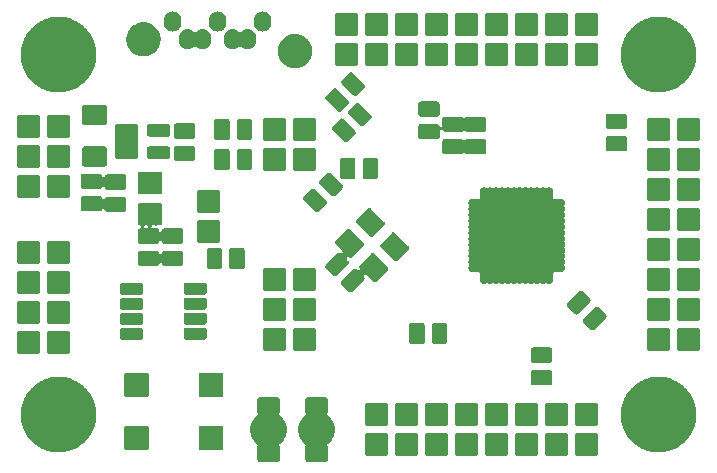
<source format=gbr>
G04 #@! TF.GenerationSoftware,KiCad,Pcbnew,(5.99.0-257-gdf3fabfa2)*
G04 #@! TF.CreationDate,2019-11-06T08:28:15+01:00*
G04 #@! TF.ProjectId,PROGLOG01A,50524f47-4c4f-4473-9031-412e6b696361,REV*
G04 #@! TF.SameCoordinates,Original*
G04 #@! TF.FileFunction,Soldermask,Bot*
G04 #@! TF.FilePolarity,Negative*
%FSLAX46Y46*%
G04 Gerber Fmt 4.6, Leading zero omitted, Abs format (unit mm)*
G04 Created by KiCad (PCBNEW (5.99.0-257-gdf3fabfa2)) date 2019-11-06 08:28:15*
%MOMM*%
%LPD*%
G04 APERTURE LIST*
G04 APERTURE END LIST*
G36*
X184895280Y-135447082D02*
G01*
X184900000Y-135447082D01*
X184936854Y-135454413D01*
X184969461Y-135460162D01*
X184971407Y-135461285D01*
X184978036Y-135462604D01*
X185005655Y-135481058D01*
X185030539Y-135495425D01*
X185034856Y-135500570D01*
X185044192Y-135506808D01*
X185060229Y-135530809D01*
X185072232Y-135545114D01*
X185073869Y-135551222D01*
X185088396Y-135572964D01*
X185103918Y-135651000D01*
X185103918Y-135663367D01*
X185105014Y-135667457D01*
X185105014Y-136690064D01*
X185103918Y-136696280D01*
X185103918Y-136701000D01*
X185096586Y-136737864D01*
X185090838Y-136770459D01*
X185089715Y-136772404D01*
X185088396Y-136779036D01*
X185075583Y-136798213D01*
X185059535Y-136864366D01*
X185082571Y-136930925D01*
X185098648Y-136947689D01*
X185137033Y-136974367D01*
X185166472Y-137002796D01*
X185194235Y-137024370D01*
X185252465Y-137085838D01*
X185316454Y-137147632D01*
X185336924Y-137174995D01*
X185356418Y-137195573D01*
X185408722Y-137270970D01*
X185465866Y-137347355D01*
X185478568Y-137371652D01*
X185490838Y-137389339D01*
X185534340Y-137478333D01*
X185581424Y-137568397D01*
X185587942Y-137587990D01*
X185594398Y-137601198D01*
X185626246Y-137703137D01*
X185660155Y-137805070D01*
X185662375Y-137818777D01*
X185664726Y-137826302D01*
X185682231Y-137941371D01*
X185700033Y-138051287D01*
X185697081Y-138333147D01*
X185690713Y-138367845D01*
X185690172Y-138386062D01*
X185670185Y-138479690D01*
X185652055Y-138578474D01*
X185644672Y-138599209D01*
X185641318Y-138614919D01*
X185604058Y-138713265D01*
X185568385Y-138813448D01*
X185561043Y-138826803D01*
X185557767Y-138835450D01*
X185501632Y-138934870D01*
X185448223Y-139032021D01*
X185443016Y-139038686D01*
X185441825Y-139040795D01*
X185356911Y-139148895D01*
X185294662Y-139228571D01*
X185213461Y-139303763D01*
X185124097Y-139387535D01*
X185119847Y-139390451D01*
X185115687Y-139394303D01*
X185073031Y-139446630D01*
X185067504Y-139527466D01*
X185073870Y-139551224D01*
X185088396Y-139572964D01*
X185103918Y-139651000D01*
X185103918Y-139663367D01*
X185105014Y-139667457D01*
X185105014Y-140690064D01*
X185103918Y-140696280D01*
X185103918Y-140701000D01*
X185096587Y-140737854D01*
X185090838Y-140770461D01*
X185089715Y-140772407D01*
X185088396Y-140779036D01*
X185069938Y-140806660D01*
X185055573Y-140831541D01*
X185050429Y-140835857D01*
X185044192Y-140845192D01*
X185020202Y-140861221D01*
X185005889Y-140873232D01*
X184999776Y-140874870D01*
X184978036Y-140889396D01*
X184900000Y-140904918D01*
X184887633Y-140904918D01*
X184883543Y-140906014D01*
X183410936Y-140906014D01*
X183404720Y-140904918D01*
X183400000Y-140904918D01*
X183363146Y-140897587D01*
X183330539Y-140891838D01*
X183328593Y-140890715D01*
X183321964Y-140889396D01*
X183294340Y-140870938D01*
X183269459Y-140856573D01*
X183265143Y-140851429D01*
X183255808Y-140845192D01*
X183239779Y-140821202D01*
X183227768Y-140806889D01*
X183226130Y-140800776D01*
X183211604Y-140779036D01*
X183196082Y-140701000D01*
X183196082Y-140688633D01*
X183194986Y-140684543D01*
X183194986Y-139661936D01*
X183196082Y-139655720D01*
X183196082Y-139651000D01*
X183203414Y-139614136D01*
X183209162Y-139581541D01*
X183210285Y-139579596D01*
X183211604Y-139572964D01*
X183223388Y-139555328D01*
X183239335Y-139489593D01*
X183216299Y-139423034D01*
X183186441Y-139393334D01*
X183161174Y-139375543D01*
X183113102Y-139329364D01*
X183058123Y-139283230D01*
X183024353Y-139244108D01*
X182991107Y-139212170D01*
X182946383Y-139153778D01*
X182895143Y-139094417D01*
X182871582Y-139056120D01*
X182847709Y-139024951D01*
X182808998Y-138954391D01*
X182764447Y-138881974D01*
X182749882Y-138846637D01*
X182734280Y-138818198D01*
X182704279Y-138735994D01*
X182669399Y-138651369D01*
X182662214Y-138620736D01*
X182653429Y-138596665D01*
X182634800Y-138503855D01*
X182612442Y-138408534D01*
X182610718Y-138383885D01*
X182607019Y-138365455D01*
X182602300Y-138263495D01*
X182595043Y-138159716D01*
X182596669Y-138141844D01*
X182596116Y-138129886D01*
X182607730Y-138020307D01*
X182617649Y-137911317D01*
X182620430Y-137900487D01*
X182620972Y-137895371D01*
X182652120Y-137777061D01*
X182679679Y-137669728D01*
X182720130Y-137577140D01*
X182774859Y-137450970D01*
X182776148Y-137448920D01*
X182779536Y-137441164D01*
X182839624Y-137347926D01*
X182900351Y-137251306D01*
X182906398Y-137244313D01*
X182914652Y-137231505D01*
X182985789Y-137152499D01*
X183054596Y-137072926D01*
X183066824Y-137062500D01*
X183081550Y-137046146D01*
X183159814Y-136983220D01*
X183193517Y-136954486D01*
X183232070Y-136895542D01*
X183233160Y-136827013D01*
X183226130Y-136800775D01*
X183211604Y-136779036D01*
X183196082Y-136701000D01*
X183196082Y-136688633D01*
X183194986Y-136684543D01*
X183194986Y-135661936D01*
X183196082Y-135655720D01*
X183196082Y-135651000D01*
X183203413Y-135614146D01*
X183209162Y-135581539D01*
X183210285Y-135579593D01*
X183211604Y-135572964D01*
X183230058Y-135545345D01*
X183244425Y-135520461D01*
X183249570Y-135516144D01*
X183255808Y-135506808D01*
X183279809Y-135490771D01*
X183294114Y-135478768D01*
X183300222Y-135477131D01*
X183321964Y-135462604D01*
X183400000Y-135447082D01*
X183412367Y-135447082D01*
X183416457Y-135445986D01*
X184889064Y-135445986D01*
X184895280Y-135447082D01*
G37*
G36*
X180831280Y-135447082D02*
G01*
X180836000Y-135447082D01*
X180872854Y-135454413D01*
X180905461Y-135460162D01*
X180907407Y-135461285D01*
X180914036Y-135462604D01*
X180941655Y-135481058D01*
X180966539Y-135495425D01*
X180970856Y-135500570D01*
X180980192Y-135506808D01*
X180996229Y-135530809D01*
X181008232Y-135545114D01*
X181009869Y-135551222D01*
X181024396Y-135572964D01*
X181039918Y-135651000D01*
X181039918Y-135663367D01*
X181041014Y-135667457D01*
X181041014Y-136690064D01*
X181039918Y-136696280D01*
X181039918Y-136701000D01*
X181032586Y-136737864D01*
X181026838Y-136770459D01*
X181025715Y-136772404D01*
X181024396Y-136779036D01*
X181011583Y-136798213D01*
X180995535Y-136864366D01*
X181018571Y-136930925D01*
X181034648Y-136947689D01*
X181073033Y-136974367D01*
X181102472Y-137002796D01*
X181130235Y-137024370D01*
X181188465Y-137085838D01*
X181252454Y-137147632D01*
X181272924Y-137174995D01*
X181292418Y-137195573D01*
X181344722Y-137270970D01*
X181401866Y-137347355D01*
X181414568Y-137371652D01*
X181426838Y-137389339D01*
X181470340Y-137478333D01*
X181517424Y-137568397D01*
X181523942Y-137587990D01*
X181530398Y-137601198D01*
X181562246Y-137703137D01*
X181596155Y-137805070D01*
X181598375Y-137818777D01*
X181600726Y-137826302D01*
X181618231Y-137941371D01*
X181636033Y-138051287D01*
X181633081Y-138333147D01*
X181626713Y-138367845D01*
X181626172Y-138386062D01*
X181606185Y-138479690D01*
X181588055Y-138578474D01*
X181580672Y-138599209D01*
X181577318Y-138614919D01*
X181540058Y-138713265D01*
X181504385Y-138813448D01*
X181497043Y-138826803D01*
X181493767Y-138835450D01*
X181437632Y-138934870D01*
X181384223Y-139032021D01*
X181379016Y-139038686D01*
X181377825Y-139040795D01*
X181292911Y-139148895D01*
X181230662Y-139228571D01*
X181149461Y-139303763D01*
X181060097Y-139387535D01*
X181055847Y-139390451D01*
X181051687Y-139394303D01*
X181009031Y-139446630D01*
X181003504Y-139527466D01*
X181009870Y-139551224D01*
X181024396Y-139572964D01*
X181039918Y-139651000D01*
X181039918Y-139663367D01*
X181041014Y-139667457D01*
X181041014Y-140690064D01*
X181039918Y-140696280D01*
X181039918Y-140701000D01*
X181032587Y-140737854D01*
X181026838Y-140770461D01*
X181025715Y-140772407D01*
X181024396Y-140779036D01*
X181005938Y-140806660D01*
X180991573Y-140831541D01*
X180986429Y-140835857D01*
X180980192Y-140845192D01*
X180956202Y-140861221D01*
X180941889Y-140873232D01*
X180935776Y-140874870D01*
X180914036Y-140889396D01*
X180836000Y-140904918D01*
X180823633Y-140904918D01*
X180819543Y-140906014D01*
X179346936Y-140906014D01*
X179340720Y-140904918D01*
X179336000Y-140904918D01*
X179299146Y-140897587D01*
X179266539Y-140891838D01*
X179264593Y-140890715D01*
X179257964Y-140889396D01*
X179230340Y-140870938D01*
X179205459Y-140856573D01*
X179201143Y-140851429D01*
X179191808Y-140845192D01*
X179175779Y-140821202D01*
X179163768Y-140806889D01*
X179162130Y-140800776D01*
X179147604Y-140779036D01*
X179132082Y-140701000D01*
X179132082Y-140688633D01*
X179130986Y-140684543D01*
X179130986Y-139661936D01*
X179132082Y-139655720D01*
X179132082Y-139651000D01*
X179139414Y-139614136D01*
X179145162Y-139581541D01*
X179146285Y-139579596D01*
X179147604Y-139572964D01*
X179159388Y-139555328D01*
X179175335Y-139489593D01*
X179152299Y-139423034D01*
X179122441Y-139393334D01*
X179097174Y-139375543D01*
X179049102Y-139329364D01*
X178994123Y-139283230D01*
X178960353Y-139244108D01*
X178927107Y-139212170D01*
X178882383Y-139153778D01*
X178831143Y-139094417D01*
X178807582Y-139056120D01*
X178783709Y-139024951D01*
X178744998Y-138954391D01*
X178700447Y-138881974D01*
X178685882Y-138846637D01*
X178670280Y-138818198D01*
X178640279Y-138735994D01*
X178605399Y-138651369D01*
X178598214Y-138620736D01*
X178589429Y-138596665D01*
X178570800Y-138503855D01*
X178548442Y-138408534D01*
X178546718Y-138383885D01*
X178543019Y-138365455D01*
X178538300Y-138263495D01*
X178531043Y-138159716D01*
X178532669Y-138141844D01*
X178532116Y-138129886D01*
X178543730Y-138020307D01*
X178553649Y-137911317D01*
X178556430Y-137900487D01*
X178556972Y-137895371D01*
X178588120Y-137777061D01*
X178615679Y-137669728D01*
X178656130Y-137577140D01*
X178710859Y-137450970D01*
X178712148Y-137448920D01*
X178715536Y-137441164D01*
X178775624Y-137347926D01*
X178836351Y-137251306D01*
X178842398Y-137244313D01*
X178850652Y-137231505D01*
X178921789Y-137152499D01*
X178990596Y-137072926D01*
X179002824Y-137062500D01*
X179017550Y-137046146D01*
X179095814Y-136983220D01*
X179129517Y-136954486D01*
X179168070Y-136895542D01*
X179169160Y-136827013D01*
X179162130Y-136800775D01*
X179147604Y-136779036D01*
X179132082Y-136701000D01*
X179132082Y-136688633D01*
X179130986Y-136684543D01*
X179130986Y-135661936D01*
X179132082Y-135655720D01*
X179132082Y-135651000D01*
X179139413Y-135614146D01*
X179145162Y-135581539D01*
X179146285Y-135579593D01*
X179147604Y-135572964D01*
X179166058Y-135545345D01*
X179180425Y-135520461D01*
X179185570Y-135516144D01*
X179191808Y-135506808D01*
X179215809Y-135490771D01*
X179230114Y-135478768D01*
X179236222Y-135477131D01*
X179257964Y-135462604D01*
X179336000Y-135447082D01*
X179348367Y-135447082D01*
X179352457Y-135445986D01*
X180825064Y-135445986D01*
X180831280Y-135447082D01*
G37*
G36*
X200147280Y-138480082D02*
G01*
X200152000Y-138480082D01*
X200188854Y-138487413D01*
X200221461Y-138493162D01*
X200223407Y-138494285D01*
X200230036Y-138495604D01*
X200257655Y-138514058D01*
X200282539Y-138528425D01*
X200286856Y-138533570D01*
X200296192Y-138539808D01*
X200312229Y-138563809D01*
X200324232Y-138578114D01*
X200325869Y-138584222D01*
X200340396Y-138605964D01*
X200355918Y-138684000D01*
X200355918Y-138696367D01*
X200357014Y-138700457D01*
X200357014Y-140197064D01*
X200355918Y-140203280D01*
X200355918Y-140208000D01*
X200348587Y-140244854D01*
X200342838Y-140277461D01*
X200341715Y-140279407D01*
X200340396Y-140286036D01*
X200321938Y-140313660D01*
X200307573Y-140338541D01*
X200302429Y-140342857D01*
X200296192Y-140352192D01*
X200272202Y-140368221D01*
X200257889Y-140380232D01*
X200251776Y-140381870D01*
X200230036Y-140396396D01*
X200152000Y-140411918D01*
X200139633Y-140411918D01*
X200135543Y-140413014D01*
X198638936Y-140413014D01*
X198632720Y-140411918D01*
X198628000Y-140411918D01*
X198591146Y-140404587D01*
X198558539Y-140398838D01*
X198556593Y-140397715D01*
X198549964Y-140396396D01*
X198522340Y-140377938D01*
X198497459Y-140363573D01*
X198493143Y-140358429D01*
X198483808Y-140352192D01*
X198467779Y-140328202D01*
X198455768Y-140313889D01*
X198454130Y-140307776D01*
X198439604Y-140286036D01*
X198424082Y-140208000D01*
X198424082Y-140195633D01*
X198422986Y-140191543D01*
X198422986Y-138694936D01*
X198424082Y-138688720D01*
X198424082Y-138684000D01*
X198431413Y-138647146D01*
X198437162Y-138614539D01*
X198438285Y-138612593D01*
X198439604Y-138605964D01*
X198458058Y-138578345D01*
X198472425Y-138553461D01*
X198477570Y-138549144D01*
X198483808Y-138539808D01*
X198507809Y-138523771D01*
X198522114Y-138511768D01*
X198528222Y-138510131D01*
X198549964Y-138495604D01*
X198628000Y-138480082D01*
X198640367Y-138480082D01*
X198644457Y-138478986D01*
X200141064Y-138478986D01*
X200147280Y-138480082D01*
G37*
G36*
X197607280Y-138480082D02*
G01*
X197612000Y-138480082D01*
X197648854Y-138487413D01*
X197681461Y-138493162D01*
X197683407Y-138494285D01*
X197690036Y-138495604D01*
X197717655Y-138514058D01*
X197742539Y-138528425D01*
X197746856Y-138533570D01*
X197756192Y-138539808D01*
X197772229Y-138563809D01*
X197784232Y-138578114D01*
X197785869Y-138584222D01*
X197800396Y-138605964D01*
X197815918Y-138684000D01*
X197815918Y-138696367D01*
X197817014Y-138700457D01*
X197817014Y-140197064D01*
X197815918Y-140203280D01*
X197815918Y-140208000D01*
X197808587Y-140244854D01*
X197802838Y-140277461D01*
X197801715Y-140279407D01*
X197800396Y-140286036D01*
X197781938Y-140313660D01*
X197767573Y-140338541D01*
X197762429Y-140342857D01*
X197756192Y-140352192D01*
X197732202Y-140368221D01*
X197717889Y-140380232D01*
X197711776Y-140381870D01*
X197690036Y-140396396D01*
X197612000Y-140411918D01*
X197599633Y-140411918D01*
X197595543Y-140413014D01*
X196098936Y-140413014D01*
X196092720Y-140411918D01*
X196088000Y-140411918D01*
X196051146Y-140404587D01*
X196018539Y-140398838D01*
X196016593Y-140397715D01*
X196009964Y-140396396D01*
X195982340Y-140377938D01*
X195957459Y-140363573D01*
X195953143Y-140358429D01*
X195943808Y-140352192D01*
X195927779Y-140328202D01*
X195915768Y-140313889D01*
X195914130Y-140307776D01*
X195899604Y-140286036D01*
X195884082Y-140208000D01*
X195884082Y-140195633D01*
X195882986Y-140191543D01*
X195882986Y-138694936D01*
X195884082Y-138688720D01*
X195884082Y-138684000D01*
X195891413Y-138647146D01*
X195897162Y-138614539D01*
X195898285Y-138612593D01*
X195899604Y-138605964D01*
X195918058Y-138578345D01*
X195932425Y-138553461D01*
X195937570Y-138549144D01*
X195943808Y-138539808D01*
X195967809Y-138523771D01*
X195982114Y-138511768D01*
X195988222Y-138510131D01*
X196009964Y-138495604D01*
X196088000Y-138480082D01*
X196100367Y-138480082D01*
X196104457Y-138478986D01*
X197601064Y-138478986D01*
X197607280Y-138480082D01*
G37*
G36*
X195067280Y-138480082D02*
G01*
X195072000Y-138480082D01*
X195108854Y-138487413D01*
X195141461Y-138493162D01*
X195143407Y-138494285D01*
X195150036Y-138495604D01*
X195177655Y-138514058D01*
X195202539Y-138528425D01*
X195206856Y-138533570D01*
X195216192Y-138539808D01*
X195232229Y-138563809D01*
X195244232Y-138578114D01*
X195245869Y-138584222D01*
X195260396Y-138605964D01*
X195275918Y-138684000D01*
X195275918Y-138696367D01*
X195277014Y-138700457D01*
X195277014Y-140197064D01*
X195275918Y-140203280D01*
X195275918Y-140208000D01*
X195268587Y-140244854D01*
X195262838Y-140277461D01*
X195261715Y-140279407D01*
X195260396Y-140286036D01*
X195241938Y-140313660D01*
X195227573Y-140338541D01*
X195222429Y-140342857D01*
X195216192Y-140352192D01*
X195192202Y-140368221D01*
X195177889Y-140380232D01*
X195171776Y-140381870D01*
X195150036Y-140396396D01*
X195072000Y-140411918D01*
X195059633Y-140411918D01*
X195055543Y-140413014D01*
X193558936Y-140413014D01*
X193552720Y-140411918D01*
X193548000Y-140411918D01*
X193511146Y-140404587D01*
X193478539Y-140398838D01*
X193476593Y-140397715D01*
X193469964Y-140396396D01*
X193442340Y-140377938D01*
X193417459Y-140363573D01*
X193413143Y-140358429D01*
X193403808Y-140352192D01*
X193387779Y-140328202D01*
X193375768Y-140313889D01*
X193374130Y-140307776D01*
X193359604Y-140286036D01*
X193344082Y-140208000D01*
X193344082Y-140195633D01*
X193342986Y-140191543D01*
X193342986Y-138694936D01*
X193344082Y-138688720D01*
X193344082Y-138684000D01*
X193351413Y-138647146D01*
X193357162Y-138614539D01*
X193358285Y-138612593D01*
X193359604Y-138605964D01*
X193378058Y-138578345D01*
X193392425Y-138553461D01*
X193397570Y-138549144D01*
X193403808Y-138539808D01*
X193427809Y-138523771D01*
X193442114Y-138511768D01*
X193448222Y-138510131D01*
X193469964Y-138495604D01*
X193548000Y-138480082D01*
X193560367Y-138480082D01*
X193564457Y-138478986D01*
X195061064Y-138478986D01*
X195067280Y-138480082D01*
G37*
G36*
X192527280Y-138480082D02*
G01*
X192532000Y-138480082D01*
X192568854Y-138487413D01*
X192601461Y-138493162D01*
X192603407Y-138494285D01*
X192610036Y-138495604D01*
X192637655Y-138514058D01*
X192662539Y-138528425D01*
X192666856Y-138533570D01*
X192676192Y-138539808D01*
X192692229Y-138563809D01*
X192704232Y-138578114D01*
X192705869Y-138584222D01*
X192720396Y-138605964D01*
X192735918Y-138684000D01*
X192735918Y-138696367D01*
X192737014Y-138700457D01*
X192737014Y-140197064D01*
X192735918Y-140203280D01*
X192735918Y-140208000D01*
X192728587Y-140244854D01*
X192722838Y-140277461D01*
X192721715Y-140279407D01*
X192720396Y-140286036D01*
X192701938Y-140313660D01*
X192687573Y-140338541D01*
X192682429Y-140342857D01*
X192676192Y-140352192D01*
X192652202Y-140368221D01*
X192637889Y-140380232D01*
X192631776Y-140381870D01*
X192610036Y-140396396D01*
X192532000Y-140411918D01*
X192519633Y-140411918D01*
X192515543Y-140413014D01*
X191018936Y-140413014D01*
X191012720Y-140411918D01*
X191008000Y-140411918D01*
X190971146Y-140404587D01*
X190938539Y-140398838D01*
X190936593Y-140397715D01*
X190929964Y-140396396D01*
X190902340Y-140377938D01*
X190877459Y-140363573D01*
X190873143Y-140358429D01*
X190863808Y-140352192D01*
X190847779Y-140328202D01*
X190835768Y-140313889D01*
X190834130Y-140307776D01*
X190819604Y-140286036D01*
X190804082Y-140208000D01*
X190804082Y-140195633D01*
X190802986Y-140191543D01*
X190802986Y-138694936D01*
X190804082Y-138688720D01*
X190804082Y-138684000D01*
X190811413Y-138647146D01*
X190817162Y-138614539D01*
X190818285Y-138612593D01*
X190819604Y-138605964D01*
X190838058Y-138578345D01*
X190852425Y-138553461D01*
X190857570Y-138549144D01*
X190863808Y-138539808D01*
X190887809Y-138523771D01*
X190902114Y-138511768D01*
X190908222Y-138510131D01*
X190929964Y-138495604D01*
X191008000Y-138480082D01*
X191020367Y-138480082D01*
X191024457Y-138478986D01*
X192521064Y-138478986D01*
X192527280Y-138480082D01*
G37*
G36*
X189987280Y-138480082D02*
G01*
X189992000Y-138480082D01*
X190028854Y-138487413D01*
X190061461Y-138493162D01*
X190063407Y-138494285D01*
X190070036Y-138495604D01*
X190097655Y-138514058D01*
X190122539Y-138528425D01*
X190126856Y-138533570D01*
X190136192Y-138539808D01*
X190152229Y-138563809D01*
X190164232Y-138578114D01*
X190165869Y-138584222D01*
X190180396Y-138605964D01*
X190195918Y-138684000D01*
X190195918Y-138696367D01*
X190197014Y-138700457D01*
X190197014Y-140197064D01*
X190195918Y-140203280D01*
X190195918Y-140208000D01*
X190188587Y-140244854D01*
X190182838Y-140277461D01*
X190181715Y-140279407D01*
X190180396Y-140286036D01*
X190161938Y-140313660D01*
X190147573Y-140338541D01*
X190142429Y-140342857D01*
X190136192Y-140352192D01*
X190112202Y-140368221D01*
X190097889Y-140380232D01*
X190091776Y-140381870D01*
X190070036Y-140396396D01*
X189992000Y-140411918D01*
X189979633Y-140411918D01*
X189975543Y-140413014D01*
X188478936Y-140413014D01*
X188472720Y-140411918D01*
X188468000Y-140411918D01*
X188431146Y-140404587D01*
X188398539Y-140398838D01*
X188396593Y-140397715D01*
X188389964Y-140396396D01*
X188362340Y-140377938D01*
X188337459Y-140363573D01*
X188333143Y-140358429D01*
X188323808Y-140352192D01*
X188307779Y-140328202D01*
X188295768Y-140313889D01*
X188294130Y-140307776D01*
X188279604Y-140286036D01*
X188264082Y-140208000D01*
X188264082Y-140195633D01*
X188262986Y-140191543D01*
X188262986Y-138694936D01*
X188264082Y-138688720D01*
X188264082Y-138684000D01*
X188271413Y-138647146D01*
X188277162Y-138614539D01*
X188278285Y-138612593D01*
X188279604Y-138605964D01*
X188298058Y-138578345D01*
X188312425Y-138553461D01*
X188317570Y-138549144D01*
X188323808Y-138539808D01*
X188347809Y-138523771D01*
X188362114Y-138511768D01*
X188368222Y-138510131D01*
X188389964Y-138495604D01*
X188468000Y-138480082D01*
X188480367Y-138480082D01*
X188484457Y-138478986D01*
X189981064Y-138478986D01*
X189987280Y-138480082D01*
G37*
G36*
X205227280Y-138480082D02*
G01*
X205232000Y-138480082D01*
X205268854Y-138487413D01*
X205301461Y-138493162D01*
X205303407Y-138494285D01*
X205310036Y-138495604D01*
X205337655Y-138514058D01*
X205362539Y-138528425D01*
X205366856Y-138533570D01*
X205376192Y-138539808D01*
X205392229Y-138563809D01*
X205404232Y-138578114D01*
X205405869Y-138584222D01*
X205420396Y-138605964D01*
X205435918Y-138684000D01*
X205435918Y-138696367D01*
X205437014Y-138700457D01*
X205437014Y-140197064D01*
X205435918Y-140203280D01*
X205435918Y-140208000D01*
X205428587Y-140244854D01*
X205422838Y-140277461D01*
X205421715Y-140279407D01*
X205420396Y-140286036D01*
X205401938Y-140313660D01*
X205387573Y-140338541D01*
X205382429Y-140342857D01*
X205376192Y-140352192D01*
X205352202Y-140368221D01*
X205337889Y-140380232D01*
X205331776Y-140381870D01*
X205310036Y-140396396D01*
X205232000Y-140411918D01*
X205219633Y-140411918D01*
X205215543Y-140413014D01*
X203718936Y-140413014D01*
X203712720Y-140411918D01*
X203708000Y-140411918D01*
X203671146Y-140404587D01*
X203638539Y-140398838D01*
X203636593Y-140397715D01*
X203629964Y-140396396D01*
X203602340Y-140377938D01*
X203577459Y-140363573D01*
X203573143Y-140358429D01*
X203563808Y-140352192D01*
X203547779Y-140328202D01*
X203535768Y-140313889D01*
X203534130Y-140307776D01*
X203519604Y-140286036D01*
X203504082Y-140208000D01*
X203504082Y-140195633D01*
X203502986Y-140191543D01*
X203502986Y-138694936D01*
X203504082Y-138688720D01*
X203504082Y-138684000D01*
X203511413Y-138647146D01*
X203517162Y-138614539D01*
X203518285Y-138612593D01*
X203519604Y-138605964D01*
X203538058Y-138578345D01*
X203552425Y-138553461D01*
X203557570Y-138549144D01*
X203563808Y-138539808D01*
X203587809Y-138523771D01*
X203602114Y-138511768D01*
X203608222Y-138510131D01*
X203629964Y-138495604D01*
X203708000Y-138480082D01*
X203720367Y-138480082D01*
X203724457Y-138478986D01*
X205221064Y-138478986D01*
X205227280Y-138480082D01*
G37*
G36*
X207767280Y-138480082D02*
G01*
X207772000Y-138480082D01*
X207808854Y-138487413D01*
X207841461Y-138493162D01*
X207843407Y-138494285D01*
X207850036Y-138495604D01*
X207877655Y-138514058D01*
X207902539Y-138528425D01*
X207906856Y-138533570D01*
X207916192Y-138539808D01*
X207932229Y-138563809D01*
X207944232Y-138578114D01*
X207945869Y-138584222D01*
X207960396Y-138605964D01*
X207975918Y-138684000D01*
X207975918Y-138696367D01*
X207977014Y-138700457D01*
X207977014Y-140197064D01*
X207975918Y-140203280D01*
X207975918Y-140208000D01*
X207968587Y-140244854D01*
X207962838Y-140277461D01*
X207961715Y-140279407D01*
X207960396Y-140286036D01*
X207941938Y-140313660D01*
X207927573Y-140338541D01*
X207922429Y-140342857D01*
X207916192Y-140352192D01*
X207892202Y-140368221D01*
X207877889Y-140380232D01*
X207871776Y-140381870D01*
X207850036Y-140396396D01*
X207772000Y-140411918D01*
X207759633Y-140411918D01*
X207755543Y-140413014D01*
X206258936Y-140413014D01*
X206252720Y-140411918D01*
X206248000Y-140411918D01*
X206211146Y-140404587D01*
X206178539Y-140398838D01*
X206176593Y-140397715D01*
X206169964Y-140396396D01*
X206142340Y-140377938D01*
X206117459Y-140363573D01*
X206113143Y-140358429D01*
X206103808Y-140352192D01*
X206087779Y-140328202D01*
X206075768Y-140313889D01*
X206074130Y-140307776D01*
X206059604Y-140286036D01*
X206044082Y-140208000D01*
X206044082Y-140195633D01*
X206042986Y-140191543D01*
X206042986Y-138694936D01*
X206044082Y-138688720D01*
X206044082Y-138684000D01*
X206051413Y-138647146D01*
X206057162Y-138614539D01*
X206058285Y-138612593D01*
X206059604Y-138605964D01*
X206078058Y-138578345D01*
X206092425Y-138553461D01*
X206097570Y-138549144D01*
X206103808Y-138539808D01*
X206127809Y-138523771D01*
X206142114Y-138511768D01*
X206148222Y-138510131D01*
X206169964Y-138495604D01*
X206248000Y-138480082D01*
X206260367Y-138480082D01*
X206264457Y-138478986D01*
X207761064Y-138478986D01*
X207767280Y-138480082D01*
G37*
G36*
X202687280Y-138480082D02*
G01*
X202692000Y-138480082D01*
X202728854Y-138487413D01*
X202761461Y-138493162D01*
X202763407Y-138494285D01*
X202770036Y-138495604D01*
X202797655Y-138514058D01*
X202822539Y-138528425D01*
X202826856Y-138533570D01*
X202836192Y-138539808D01*
X202852229Y-138563809D01*
X202864232Y-138578114D01*
X202865869Y-138584222D01*
X202880396Y-138605964D01*
X202895918Y-138684000D01*
X202895918Y-138696367D01*
X202897014Y-138700457D01*
X202897014Y-140197064D01*
X202895918Y-140203280D01*
X202895918Y-140208000D01*
X202888587Y-140244854D01*
X202882838Y-140277461D01*
X202881715Y-140279407D01*
X202880396Y-140286036D01*
X202861938Y-140313660D01*
X202847573Y-140338541D01*
X202842429Y-140342857D01*
X202836192Y-140352192D01*
X202812202Y-140368221D01*
X202797889Y-140380232D01*
X202791776Y-140381870D01*
X202770036Y-140396396D01*
X202692000Y-140411918D01*
X202679633Y-140411918D01*
X202675543Y-140413014D01*
X201178936Y-140413014D01*
X201172720Y-140411918D01*
X201168000Y-140411918D01*
X201131146Y-140404587D01*
X201098539Y-140398838D01*
X201096593Y-140397715D01*
X201089964Y-140396396D01*
X201062340Y-140377938D01*
X201037459Y-140363573D01*
X201033143Y-140358429D01*
X201023808Y-140352192D01*
X201007779Y-140328202D01*
X200995768Y-140313889D01*
X200994130Y-140307776D01*
X200979604Y-140286036D01*
X200964082Y-140208000D01*
X200964082Y-140195633D01*
X200962986Y-140191543D01*
X200962986Y-138694936D01*
X200964082Y-138688720D01*
X200964082Y-138684000D01*
X200971413Y-138647146D01*
X200977162Y-138614539D01*
X200978285Y-138612593D01*
X200979604Y-138605964D01*
X200998058Y-138578345D01*
X201012425Y-138553461D01*
X201017570Y-138549144D01*
X201023808Y-138539808D01*
X201047809Y-138523771D01*
X201062114Y-138511768D01*
X201068222Y-138510131D01*
X201089964Y-138495604D01*
X201168000Y-138480082D01*
X201180367Y-138480082D01*
X201184457Y-138478986D01*
X202681064Y-138478986D01*
X202687280Y-138480082D01*
G37*
G36*
X213168021Y-133706310D02*
G01*
X213307246Y-133707282D01*
X213347791Y-133712117D01*
X213385320Y-133713329D01*
X213521464Y-133732826D01*
X213662550Y-133749650D01*
X213699571Y-133758333D01*
X213733981Y-133763261D01*
X213869800Y-133798260D01*
X214010916Y-133831358D01*
X214044102Y-133843175D01*
X214075058Y-133851152D01*
X214208764Y-133901809D01*
X214348004Y-133951390D01*
X214377142Y-133965601D01*
X214404430Y-133975940D01*
X214534203Y-134042205D01*
X214669611Y-134108248D01*
X214694610Y-134124113D01*
X214718111Y-134136113D01*
X214842071Y-134217695D01*
X214971729Y-134299978D01*
X214992621Y-134316775D01*
X215012326Y-134329744D01*
X215128610Y-134426114D01*
X215250592Y-134524190D01*
X215267509Y-134541226D01*
X215283518Y-134554493D01*
X215390349Y-134664926D01*
X215502724Y-134778089D01*
X215515892Y-134794703D01*
X215528409Y-134807642D01*
X215624037Y-134931147D01*
X215724984Y-135058510D01*
X215734737Y-135074118D01*
X215744043Y-135086137D01*
X215826825Y-135221490D01*
X215914600Y-135361959D01*
X215921340Y-135376026D01*
X215927813Y-135386610D01*
X215996233Y-135532340D01*
X216069209Y-135684653D01*
X216073418Y-135696739D01*
X216077501Y-135705436D01*
X216130179Y-135859736D01*
X216186884Y-136022571D01*
X216189098Y-136032316D01*
X216191299Y-136038763D01*
X216227064Y-136199424D01*
X216266159Y-136371499D01*
X216266960Y-136378639D01*
X216267833Y-136382561D01*
X216285726Y-136545942D01*
X216306045Y-136727090D01*
X216305991Y-136730980D01*
X216306124Y-136732197D01*
X216302603Y-137135622D01*
X216300061Y-137155608D01*
X216299801Y-137174191D01*
X216277605Y-137332121D01*
X216258215Y-137484543D01*
X216253342Y-137504762D01*
X216250002Y-137528529D01*
X216211090Y-137680080D01*
X216175694Y-137826953D01*
X216167681Y-137849148D01*
X216161016Y-137875108D01*
X216106482Y-138018672D01*
X216056097Y-138158237D01*
X216044471Y-138181916D01*
X216033952Y-138209608D01*
X215965055Y-138343666D01*
X215900865Y-138474406D01*
X215885214Y-138499021D01*
X215870393Y-138527859D01*
X215788589Y-138650985D01*
X215711879Y-138771627D01*
X215691872Y-138796555D01*
X215672378Y-138825896D01*
X215579200Y-138936940D01*
X215491420Y-139046312D01*
X215466822Y-139070867D01*
X215442375Y-139100002D01*
X215339486Y-139197982D01*
X215242141Y-139295158D01*
X215212809Y-139318616D01*
X215183252Y-139346762D01*
X215072384Y-139430915D01*
X214967077Y-139515131D01*
X214932985Y-139536725D01*
X214898237Y-139563100D01*
X214781118Y-139632917D01*
X214669531Y-139703596D01*
X214630767Y-139722544D01*
X214590883Y-139746320D01*
X214469275Y-139801484D01*
X214353085Y-139858279D01*
X214309853Y-139873801D01*
X214265022Y-139894137D01*
X214140723Y-139934524D01*
X214021596Y-139977295D01*
X213974210Y-139988628D01*
X213924714Y-140004710D01*
X213799454Y-140030422D01*
X213679035Y-140059221D01*
X213627913Y-140065634D01*
X213574202Y-140076659D01*
X213449681Y-140087992D01*
X213329558Y-140103060D01*
X213275259Y-140103866D01*
X213217854Y-140109090D01*
X213095659Y-140106530D01*
X212977386Y-140108285D01*
X212920545Y-140102862D01*
X212860112Y-140101596D01*
X212741765Y-140085805D01*
X212626761Y-140074833D01*
X212568127Y-140062637D01*
X212505435Y-140054272D01*
X212392299Y-140026064D01*
X212281917Y-140003104D01*
X212222330Y-139983686D01*
X212158243Y-139967707D01*
X212051628Y-139928057D01*
X211947040Y-139893974D01*
X211887381Y-139866974D01*
X211822865Y-139842981D01*
X211723857Y-139792968D01*
X211626162Y-139748755D01*
X211567431Y-139713953D01*
X211503479Y-139681648D01*
X211413002Y-139622441D01*
X211323145Y-139569194D01*
X211266360Y-139526481D01*
X211204068Y-139485718D01*
X211122921Y-139418588D01*
X211041672Y-139357473D01*
X210987896Y-139306885D01*
X210928362Y-139257635D01*
X210857145Y-139183888D01*
X210785124Y-139116137D01*
X210735415Y-139057832D01*
X210679799Y-139000240D01*
X210618964Y-138921244D01*
X210556618Y-138848117D01*
X210512048Y-138782411D01*
X210461477Y-138716743D01*
X210411270Y-138633841D01*
X210358891Y-138556623D01*
X210320503Y-138483967D01*
X210276116Y-138410676D01*
X210236645Y-138325252D01*
X210194352Y-138245207D01*
X210163143Y-138166181D01*
X210126027Y-138085855D01*
X210097213Y-137999235D01*
X210064978Y-137917612D01*
X210041893Y-137832935D01*
X210013082Y-137746327D01*
X209994689Y-137659794D01*
X209972335Y-137577801D01*
X209958248Y-137488354D01*
X209938687Y-137396326D01*
X209930326Y-137311059D01*
X209917540Y-137229870D01*
X209913226Y-137136656D01*
X209903769Y-137040213D01*
X209904926Y-136957346D01*
X209901255Y-136878031D01*
X209907373Y-136782125D01*
X209908765Y-136682428D01*
X209918799Y-136602998D01*
X209923677Y-136526535D01*
X209940764Y-136429133D01*
X209953612Y-136327429D01*
X209971777Y-136252345D01*
X209984536Y-136179612D01*
X210012989Y-136081997D01*
X210037751Y-135979641D01*
X210063214Y-135909683D01*
X210083097Y-135841467D01*
X210123152Y-135745004D01*
X210160133Y-135643400D01*
X210191990Y-135579223D01*
X210218168Y-135516181D01*
X210269899Y-135422277D01*
X210319232Y-135322896D01*
X210356531Y-135265019D01*
X210388120Y-135207678D01*
X210451443Y-135117746D01*
X210513067Y-135022124D01*
X210554808Y-134970945D01*
X210590895Y-134919693D01*
X210665541Y-134835173D01*
X210739220Y-134744833D01*
X210784404Y-134700585D01*
X210824050Y-134655695D01*
X210909567Y-134578017D01*
X210994873Y-134494479D01*
X211042504Y-134457265D01*
X211084773Y-134418871D01*
X211180535Y-134349424D01*
X211276839Y-134274182D01*
X211325932Y-134243980D01*
X211369894Y-134212098D01*
X211475097Y-134152213D01*
X211581604Y-134086689D01*
X211631222Y-134063340D01*
X211675992Y-134037856D01*
X211789671Y-133988781D01*
X211905370Y-133934337D01*
X211954629Y-133917568D01*
X211999368Y-133898254D01*
X212120395Y-133861137D01*
X212244101Y-133819024D01*
X212292177Y-133808454D01*
X212336104Y-133794982D01*
X212463190Y-133770854D01*
X212593574Y-133742187D01*
X212639741Y-133737335D01*
X212682134Y-133729286D01*
X212813823Y-133719037D01*
X212949434Y-133704784D01*
X212993061Y-133705089D01*
X213033288Y-133701958D01*
X213168021Y-133706310D01*
G37*
G36*
X162368021Y-133706310D02*
G01*
X162507246Y-133707282D01*
X162547791Y-133712117D01*
X162585320Y-133713329D01*
X162721464Y-133732826D01*
X162862550Y-133749650D01*
X162899571Y-133758333D01*
X162933981Y-133763261D01*
X163069800Y-133798260D01*
X163210916Y-133831358D01*
X163244102Y-133843175D01*
X163275058Y-133851152D01*
X163408764Y-133901809D01*
X163548004Y-133951390D01*
X163577142Y-133965601D01*
X163604430Y-133975940D01*
X163734203Y-134042205D01*
X163869611Y-134108248D01*
X163894610Y-134124113D01*
X163918111Y-134136113D01*
X164042071Y-134217695D01*
X164171729Y-134299978D01*
X164192621Y-134316775D01*
X164212326Y-134329744D01*
X164328610Y-134426114D01*
X164450592Y-134524190D01*
X164467509Y-134541226D01*
X164483518Y-134554493D01*
X164590349Y-134664926D01*
X164702724Y-134778089D01*
X164715892Y-134794703D01*
X164728409Y-134807642D01*
X164824037Y-134931147D01*
X164924984Y-135058510D01*
X164934737Y-135074118D01*
X164944043Y-135086137D01*
X165026825Y-135221490D01*
X165114600Y-135361959D01*
X165121340Y-135376026D01*
X165127813Y-135386610D01*
X165196233Y-135532340D01*
X165269209Y-135684653D01*
X165273418Y-135696739D01*
X165277501Y-135705436D01*
X165330179Y-135859736D01*
X165386884Y-136022571D01*
X165389098Y-136032316D01*
X165391299Y-136038763D01*
X165427064Y-136199424D01*
X165466159Y-136371499D01*
X165466960Y-136378639D01*
X165467833Y-136382561D01*
X165485726Y-136545942D01*
X165506045Y-136727090D01*
X165505991Y-136730980D01*
X165506124Y-136732197D01*
X165502603Y-137135622D01*
X165500061Y-137155608D01*
X165499801Y-137174191D01*
X165477605Y-137332121D01*
X165458215Y-137484543D01*
X165453342Y-137504762D01*
X165450002Y-137528529D01*
X165411090Y-137680080D01*
X165375694Y-137826953D01*
X165367681Y-137849148D01*
X165361016Y-137875108D01*
X165306482Y-138018672D01*
X165256097Y-138158237D01*
X165244471Y-138181916D01*
X165233952Y-138209608D01*
X165165055Y-138343666D01*
X165100865Y-138474406D01*
X165085214Y-138499021D01*
X165070393Y-138527859D01*
X164988589Y-138650985D01*
X164911879Y-138771627D01*
X164891872Y-138796555D01*
X164872378Y-138825896D01*
X164779200Y-138936940D01*
X164691420Y-139046312D01*
X164666822Y-139070867D01*
X164642375Y-139100002D01*
X164539486Y-139197982D01*
X164442141Y-139295158D01*
X164412809Y-139318616D01*
X164383252Y-139346762D01*
X164272384Y-139430915D01*
X164167077Y-139515131D01*
X164132985Y-139536725D01*
X164098237Y-139563100D01*
X163981118Y-139632917D01*
X163869531Y-139703596D01*
X163830767Y-139722544D01*
X163790883Y-139746320D01*
X163669275Y-139801484D01*
X163553085Y-139858279D01*
X163509853Y-139873801D01*
X163465022Y-139894137D01*
X163340723Y-139934524D01*
X163221596Y-139977295D01*
X163174210Y-139988628D01*
X163124714Y-140004710D01*
X162999454Y-140030422D01*
X162879035Y-140059221D01*
X162827913Y-140065634D01*
X162774202Y-140076659D01*
X162649681Y-140087992D01*
X162529558Y-140103060D01*
X162475259Y-140103866D01*
X162417854Y-140109090D01*
X162295659Y-140106530D01*
X162177386Y-140108285D01*
X162120545Y-140102862D01*
X162060112Y-140101596D01*
X161941765Y-140085805D01*
X161826761Y-140074833D01*
X161768127Y-140062637D01*
X161705435Y-140054272D01*
X161592299Y-140026064D01*
X161481917Y-140003104D01*
X161422330Y-139983686D01*
X161358243Y-139967707D01*
X161251628Y-139928057D01*
X161147040Y-139893974D01*
X161087381Y-139866974D01*
X161022865Y-139842981D01*
X160923857Y-139792968D01*
X160826162Y-139748755D01*
X160767431Y-139713953D01*
X160703479Y-139681648D01*
X160613002Y-139622441D01*
X160523145Y-139569194D01*
X160466360Y-139526481D01*
X160404068Y-139485718D01*
X160322921Y-139418588D01*
X160241672Y-139357473D01*
X160187896Y-139306885D01*
X160128362Y-139257635D01*
X160057145Y-139183888D01*
X159985124Y-139116137D01*
X159935415Y-139057832D01*
X159879799Y-139000240D01*
X159818964Y-138921244D01*
X159756618Y-138848117D01*
X159712048Y-138782411D01*
X159661477Y-138716743D01*
X159611270Y-138633841D01*
X159558891Y-138556623D01*
X159520503Y-138483967D01*
X159476116Y-138410676D01*
X159436645Y-138325252D01*
X159394352Y-138245207D01*
X159363143Y-138166181D01*
X159326027Y-138085855D01*
X159297213Y-137999235D01*
X159264978Y-137917612D01*
X159241893Y-137832935D01*
X159213082Y-137746327D01*
X159194689Y-137659794D01*
X159172335Y-137577801D01*
X159158248Y-137488354D01*
X159138687Y-137396326D01*
X159130326Y-137311059D01*
X159117540Y-137229870D01*
X159113226Y-137136656D01*
X159103769Y-137040213D01*
X159104926Y-136957346D01*
X159101255Y-136878031D01*
X159107373Y-136782125D01*
X159108765Y-136682428D01*
X159118799Y-136602998D01*
X159123677Y-136526535D01*
X159140764Y-136429133D01*
X159153612Y-136327429D01*
X159171777Y-136252345D01*
X159184536Y-136179612D01*
X159212989Y-136081997D01*
X159237751Y-135979641D01*
X159263214Y-135909683D01*
X159283097Y-135841467D01*
X159323152Y-135745004D01*
X159360133Y-135643400D01*
X159391990Y-135579223D01*
X159418168Y-135516181D01*
X159469899Y-135422277D01*
X159519232Y-135322896D01*
X159556531Y-135265019D01*
X159588120Y-135207678D01*
X159651443Y-135117746D01*
X159713067Y-135022124D01*
X159754808Y-134970945D01*
X159790895Y-134919693D01*
X159865541Y-134835173D01*
X159939220Y-134744833D01*
X159984404Y-134700585D01*
X160024050Y-134655695D01*
X160109567Y-134578017D01*
X160194873Y-134494479D01*
X160242504Y-134457265D01*
X160284773Y-134418871D01*
X160380535Y-134349424D01*
X160476839Y-134274182D01*
X160525932Y-134243980D01*
X160569894Y-134212098D01*
X160675097Y-134152213D01*
X160781604Y-134086689D01*
X160831222Y-134063340D01*
X160875992Y-134037856D01*
X160989671Y-133988781D01*
X161105370Y-133934337D01*
X161154629Y-133917568D01*
X161199368Y-133898254D01*
X161320395Y-133861137D01*
X161444101Y-133819024D01*
X161492177Y-133808454D01*
X161536104Y-133794982D01*
X161663190Y-133770854D01*
X161793574Y-133742187D01*
X161839741Y-133737335D01*
X161882134Y-133729286D01*
X162013823Y-133719037D01*
X162149434Y-133704784D01*
X162193061Y-133705089D01*
X162233288Y-133701958D01*
X162368021Y-133706310D01*
G37*
G36*
X169743080Y-137859882D02*
G01*
X169747800Y-137859882D01*
X169784654Y-137867213D01*
X169817261Y-137872962D01*
X169819207Y-137874085D01*
X169825836Y-137875404D01*
X169853455Y-137893858D01*
X169878339Y-137908225D01*
X169882656Y-137913370D01*
X169891992Y-137919608D01*
X169908029Y-137943609D01*
X169920032Y-137957914D01*
X169921669Y-137964022D01*
X169936196Y-137985764D01*
X169951718Y-138063800D01*
X169951718Y-138076167D01*
X169952814Y-138080257D01*
X169952814Y-139729264D01*
X169951718Y-139735480D01*
X169951718Y-139740200D01*
X169944387Y-139777054D01*
X169938638Y-139809661D01*
X169937515Y-139811607D01*
X169936196Y-139818236D01*
X169917738Y-139845860D01*
X169903373Y-139870741D01*
X169898229Y-139875057D01*
X169891992Y-139884392D01*
X169868002Y-139900421D01*
X169853689Y-139912432D01*
X169847576Y-139914070D01*
X169825836Y-139928596D01*
X169747800Y-139944118D01*
X169735433Y-139944118D01*
X169731343Y-139945214D01*
X168082336Y-139945214D01*
X168076120Y-139944118D01*
X168071400Y-139944118D01*
X168034546Y-139936787D01*
X168001939Y-139931038D01*
X167999993Y-139929915D01*
X167993364Y-139928596D01*
X167965740Y-139910138D01*
X167940859Y-139895773D01*
X167936543Y-139890629D01*
X167927208Y-139884392D01*
X167911179Y-139860402D01*
X167899168Y-139846089D01*
X167897530Y-139839976D01*
X167883004Y-139818236D01*
X167867482Y-139740200D01*
X167867482Y-139727833D01*
X167866386Y-139723743D01*
X167866386Y-138074736D01*
X167867482Y-138068520D01*
X167867482Y-138063800D01*
X167874813Y-138026946D01*
X167880562Y-137994339D01*
X167881685Y-137992393D01*
X167883004Y-137985764D01*
X167901458Y-137958145D01*
X167915825Y-137933261D01*
X167920970Y-137928944D01*
X167927208Y-137919608D01*
X167951209Y-137903571D01*
X167965514Y-137891568D01*
X167971622Y-137889931D01*
X167993364Y-137875404D01*
X168071400Y-137859882D01*
X168083767Y-137859882D01*
X168087857Y-137858786D01*
X169736864Y-137858786D01*
X169743080Y-137859882D01*
G37*
G36*
X176043080Y-137859882D02*
G01*
X176047800Y-137859882D01*
X176084654Y-137867213D01*
X176117261Y-137872962D01*
X176119207Y-137874085D01*
X176125836Y-137875404D01*
X176153455Y-137893858D01*
X176178339Y-137908225D01*
X176182656Y-137913370D01*
X176191992Y-137919608D01*
X176208029Y-137943609D01*
X176220032Y-137957914D01*
X176221669Y-137964022D01*
X176236196Y-137985764D01*
X176251718Y-138063800D01*
X176251718Y-138076167D01*
X176252814Y-138080257D01*
X176252814Y-139729264D01*
X176251718Y-139735480D01*
X176251718Y-139740200D01*
X176244387Y-139777054D01*
X176238638Y-139809661D01*
X176237515Y-139811607D01*
X176236196Y-139818236D01*
X176217738Y-139845860D01*
X176203373Y-139870741D01*
X176198229Y-139875057D01*
X176191992Y-139884392D01*
X176168002Y-139900421D01*
X176153689Y-139912432D01*
X176147576Y-139914070D01*
X176125836Y-139928596D01*
X176047800Y-139944118D01*
X176035433Y-139944118D01*
X176031343Y-139945214D01*
X174382336Y-139945214D01*
X174376120Y-139944118D01*
X174371400Y-139944118D01*
X174334546Y-139936787D01*
X174301939Y-139931038D01*
X174299993Y-139929915D01*
X174293364Y-139928596D01*
X174265740Y-139910138D01*
X174240859Y-139895773D01*
X174236543Y-139890629D01*
X174227208Y-139884392D01*
X174211179Y-139860402D01*
X174199168Y-139846089D01*
X174197530Y-139839976D01*
X174183004Y-139818236D01*
X174167482Y-139740200D01*
X174167482Y-139727833D01*
X174166386Y-139723743D01*
X174166386Y-138074736D01*
X174167482Y-138068520D01*
X174167482Y-138063800D01*
X174174813Y-138026946D01*
X174180562Y-137994339D01*
X174181685Y-137992393D01*
X174183004Y-137985764D01*
X174201458Y-137958145D01*
X174215825Y-137933261D01*
X174220970Y-137928944D01*
X174227208Y-137919608D01*
X174251209Y-137903571D01*
X174265514Y-137891568D01*
X174271622Y-137889931D01*
X174293364Y-137875404D01*
X174371400Y-137859882D01*
X174383767Y-137859882D01*
X174387857Y-137858786D01*
X176036864Y-137858786D01*
X176043080Y-137859882D01*
G37*
G36*
X202687280Y-135940082D02*
G01*
X202692000Y-135940082D01*
X202728854Y-135947413D01*
X202761461Y-135953162D01*
X202763407Y-135954285D01*
X202770036Y-135955604D01*
X202797655Y-135974058D01*
X202822539Y-135988425D01*
X202826856Y-135993570D01*
X202836192Y-135999808D01*
X202852229Y-136023809D01*
X202864232Y-136038114D01*
X202865869Y-136044222D01*
X202880396Y-136065964D01*
X202895918Y-136144000D01*
X202895918Y-136156367D01*
X202897014Y-136160457D01*
X202897014Y-137657064D01*
X202895918Y-137663280D01*
X202895918Y-137668000D01*
X202888587Y-137704854D01*
X202882838Y-137737461D01*
X202881715Y-137739407D01*
X202880396Y-137746036D01*
X202861938Y-137773660D01*
X202847573Y-137798541D01*
X202842429Y-137802857D01*
X202836192Y-137812192D01*
X202812202Y-137828221D01*
X202797889Y-137840232D01*
X202791776Y-137841870D01*
X202770036Y-137856396D01*
X202692000Y-137871918D01*
X202679633Y-137871918D01*
X202675543Y-137873014D01*
X201178936Y-137873014D01*
X201172720Y-137871918D01*
X201168000Y-137871918D01*
X201131146Y-137864587D01*
X201098539Y-137858838D01*
X201096593Y-137857715D01*
X201089964Y-137856396D01*
X201062340Y-137837938D01*
X201037459Y-137823573D01*
X201033143Y-137818429D01*
X201023808Y-137812192D01*
X201007779Y-137788202D01*
X200995768Y-137773889D01*
X200994130Y-137767776D01*
X200979604Y-137746036D01*
X200964082Y-137668000D01*
X200964082Y-137655633D01*
X200962986Y-137651543D01*
X200962986Y-136154936D01*
X200964082Y-136148720D01*
X200964082Y-136144000D01*
X200971413Y-136107146D01*
X200977162Y-136074539D01*
X200978285Y-136072593D01*
X200979604Y-136065964D01*
X200998058Y-136038345D01*
X201012425Y-136013461D01*
X201017570Y-136009144D01*
X201023808Y-135999808D01*
X201047809Y-135983771D01*
X201062114Y-135971768D01*
X201068222Y-135970131D01*
X201089964Y-135955604D01*
X201168000Y-135940082D01*
X201180367Y-135940082D01*
X201184457Y-135938986D01*
X202681064Y-135938986D01*
X202687280Y-135940082D01*
G37*
G36*
X200147280Y-135940082D02*
G01*
X200152000Y-135940082D01*
X200188854Y-135947413D01*
X200221461Y-135953162D01*
X200223407Y-135954285D01*
X200230036Y-135955604D01*
X200257655Y-135974058D01*
X200282539Y-135988425D01*
X200286856Y-135993570D01*
X200296192Y-135999808D01*
X200312229Y-136023809D01*
X200324232Y-136038114D01*
X200325869Y-136044222D01*
X200340396Y-136065964D01*
X200355918Y-136144000D01*
X200355918Y-136156367D01*
X200357014Y-136160457D01*
X200357014Y-137657064D01*
X200355918Y-137663280D01*
X200355918Y-137668000D01*
X200348587Y-137704854D01*
X200342838Y-137737461D01*
X200341715Y-137739407D01*
X200340396Y-137746036D01*
X200321938Y-137773660D01*
X200307573Y-137798541D01*
X200302429Y-137802857D01*
X200296192Y-137812192D01*
X200272202Y-137828221D01*
X200257889Y-137840232D01*
X200251776Y-137841870D01*
X200230036Y-137856396D01*
X200152000Y-137871918D01*
X200139633Y-137871918D01*
X200135543Y-137873014D01*
X198638936Y-137873014D01*
X198632720Y-137871918D01*
X198628000Y-137871918D01*
X198591146Y-137864587D01*
X198558539Y-137858838D01*
X198556593Y-137857715D01*
X198549964Y-137856396D01*
X198522340Y-137837938D01*
X198497459Y-137823573D01*
X198493143Y-137818429D01*
X198483808Y-137812192D01*
X198467779Y-137788202D01*
X198455768Y-137773889D01*
X198454130Y-137767776D01*
X198439604Y-137746036D01*
X198424082Y-137668000D01*
X198424082Y-137655633D01*
X198422986Y-137651543D01*
X198422986Y-136154936D01*
X198424082Y-136148720D01*
X198424082Y-136144000D01*
X198431413Y-136107146D01*
X198437162Y-136074539D01*
X198438285Y-136072593D01*
X198439604Y-136065964D01*
X198458058Y-136038345D01*
X198472425Y-136013461D01*
X198477570Y-136009144D01*
X198483808Y-135999808D01*
X198507809Y-135983771D01*
X198522114Y-135971768D01*
X198528222Y-135970131D01*
X198549964Y-135955604D01*
X198628000Y-135940082D01*
X198640367Y-135940082D01*
X198644457Y-135938986D01*
X200141064Y-135938986D01*
X200147280Y-135940082D01*
G37*
G36*
X205227280Y-135940082D02*
G01*
X205232000Y-135940082D01*
X205268854Y-135947413D01*
X205301461Y-135953162D01*
X205303407Y-135954285D01*
X205310036Y-135955604D01*
X205337655Y-135974058D01*
X205362539Y-135988425D01*
X205366856Y-135993570D01*
X205376192Y-135999808D01*
X205392229Y-136023809D01*
X205404232Y-136038114D01*
X205405869Y-136044222D01*
X205420396Y-136065964D01*
X205435918Y-136144000D01*
X205435918Y-136156367D01*
X205437014Y-136160457D01*
X205437014Y-137657064D01*
X205435918Y-137663280D01*
X205435918Y-137668000D01*
X205428587Y-137704854D01*
X205422838Y-137737461D01*
X205421715Y-137739407D01*
X205420396Y-137746036D01*
X205401938Y-137773660D01*
X205387573Y-137798541D01*
X205382429Y-137802857D01*
X205376192Y-137812192D01*
X205352202Y-137828221D01*
X205337889Y-137840232D01*
X205331776Y-137841870D01*
X205310036Y-137856396D01*
X205232000Y-137871918D01*
X205219633Y-137871918D01*
X205215543Y-137873014D01*
X203718936Y-137873014D01*
X203712720Y-137871918D01*
X203708000Y-137871918D01*
X203671146Y-137864587D01*
X203638539Y-137858838D01*
X203636593Y-137857715D01*
X203629964Y-137856396D01*
X203602340Y-137837938D01*
X203577459Y-137823573D01*
X203573143Y-137818429D01*
X203563808Y-137812192D01*
X203547779Y-137788202D01*
X203535768Y-137773889D01*
X203534130Y-137767776D01*
X203519604Y-137746036D01*
X203504082Y-137668000D01*
X203504082Y-137655633D01*
X203502986Y-137651543D01*
X203502986Y-136154936D01*
X203504082Y-136148720D01*
X203504082Y-136144000D01*
X203511413Y-136107146D01*
X203517162Y-136074539D01*
X203518285Y-136072593D01*
X203519604Y-136065964D01*
X203538058Y-136038345D01*
X203552425Y-136013461D01*
X203557570Y-136009144D01*
X203563808Y-135999808D01*
X203587809Y-135983771D01*
X203602114Y-135971768D01*
X203608222Y-135970131D01*
X203629964Y-135955604D01*
X203708000Y-135940082D01*
X203720367Y-135940082D01*
X203724457Y-135938986D01*
X205221064Y-135938986D01*
X205227280Y-135940082D01*
G37*
G36*
X197607280Y-135940082D02*
G01*
X197612000Y-135940082D01*
X197648854Y-135947413D01*
X197681461Y-135953162D01*
X197683407Y-135954285D01*
X197690036Y-135955604D01*
X197717655Y-135974058D01*
X197742539Y-135988425D01*
X197746856Y-135993570D01*
X197756192Y-135999808D01*
X197772229Y-136023809D01*
X197784232Y-136038114D01*
X197785869Y-136044222D01*
X197800396Y-136065964D01*
X197815918Y-136144000D01*
X197815918Y-136156367D01*
X197817014Y-136160457D01*
X197817014Y-137657064D01*
X197815918Y-137663280D01*
X197815918Y-137668000D01*
X197808587Y-137704854D01*
X197802838Y-137737461D01*
X197801715Y-137739407D01*
X197800396Y-137746036D01*
X197781938Y-137773660D01*
X197767573Y-137798541D01*
X197762429Y-137802857D01*
X197756192Y-137812192D01*
X197732202Y-137828221D01*
X197717889Y-137840232D01*
X197711776Y-137841870D01*
X197690036Y-137856396D01*
X197612000Y-137871918D01*
X197599633Y-137871918D01*
X197595543Y-137873014D01*
X196098936Y-137873014D01*
X196092720Y-137871918D01*
X196088000Y-137871918D01*
X196051146Y-137864587D01*
X196018539Y-137858838D01*
X196016593Y-137857715D01*
X196009964Y-137856396D01*
X195982340Y-137837938D01*
X195957459Y-137823573D01*
X195953143Y-137818429D01*
X195943808Y-137812192D01*
X195927779Y-137788202D01*
X195915768Y-137773889D01*
X195914130Y-137767776D01*
X195899604Y-137746036D01*
X195884082Y-137668000D01*
X195884082Y-137655633D01*
X195882986Y-137651543D01*
X195882986Y-136154936D01*
X195884082Y-136148720D01*
X195884082Y-136144000D01*
X195891413Y-136107146D01*
X195897162Y-136074539D01*
X195898285Y-136072593D01*
X195899604Y-136065964D01*
X195918058Y-136038345D01*
X195932425Y-136013461D01*
X195937570Y-136009144D01*
X195943808Y-135999808D01*
X195967809Y-135983771D01*
X195982114Y-135971768D01*
X195988222Y-135970131D01*
X196009964Y-135955604D01*
X196088000Y-135940082D01*
X196100367Y-135940082D01*
X196104457Y-135938986D01*
X197601064Y-135938986D01*
X197607280Y-135940082D01*
G37*
G36*
X195067280Y-135940082D02*
G01*
X195072000Y-135940082D01*
X195108854Y-135947413D01*
X195141461Y-135953162D01*
X195143407Y-135954285D01*
X195150036Y-135955604D01*
X195177655Y-135974058D01*
X195202539Y-135988425D01*
X195206856Y-135993570D01*
X195216192Y-135999808D01*
X195232229Y-136023809D01*
X195244232Y-136038114D01*
X195245869Y-136044222D01*
X195260396Y-136065964D01*
X195275918Y-136144000D01*
X195275918Y-136156367D01*
X195277014Y-136160457D01*
X195277014Y-137657064D01*
X195275918Y-137663280D01*
X195275918Y-137668000D01*
X195268587Y-137704854D01*
X195262838Y-137737461D01*
X195261715Y-137739407D01*
X195260396Y-137746036D01*
X195241938Y-137773660D01*
X195227573Y-137798541D01*
X195222429Y-137802857D01*
X195216192Y-137812192D01*
X195192202Y-137828221D01*
X195177889Y-137840232D01*
X195171776Y-137841870D01*
X195150036Y-137856396D01*
X195072000Y-137871918D01*
X195059633Y-137871918D01*
X195055543Y-137873014D01*
X193558936Y-137873014D01*
X193552720Y-137871918D01*
X193548000Y-137871918D01*
X193511146Y-137864587D01*
X193478539Y-137858838D01*
X193476593Y-137857715D01*
X193469964Y-137856396D01*
X193442340Y-137837938D01*
X193417459Y-137823573D01*
X193413143Y-137818429D01*
X193403808Y-137812192D01*
X193387779Y-137788202D01*
X193375768Y-137773889D01*
X193374130Y-137767776D01*
X193359604Y-137746036D01*
X193344082Y-137668000D01*
X193344082Y-137655633D01*
X193342986Y-137651543D01*
X193342986Y-136154936D01*
X193344082Y-136148720D01*
X193344082Y-136144000D01*
X193351413Y-136107146D01*
X193357162Y-136074539D01*
X193358285Y-136072593D01*
X193359604Y-136065964D01*
X193378058Y-136038345D01*
X193392425Y-136013461D01*
X193397570Y-136009144D01*
X193403808Y-135999808D01*
X193427809Y-135983771D01*
X193442114Y-135971768D01*
X193448222Y-135970131D01*
X193469964Y-135955604D01*
X193548000Y-135940082D01*
X193560367Y-135940082D01*
X193564457Y-135938986D01*
X195061064Y-135938986D01*
X195067280Y-135940082D01*
G37*
G36*
X207767280Y-135940082D02*
G01*
X207772000Y-135940082D01*
X207808854Y-135947413D01*
X207841461Y-135953162D01*
X207843407Y-135954285D01*
X207850036Y-135955604D01*
X207877655Y-135974058D01*
X207902539Y-135988425D01*
X207906856Y-135993570D01*
X207916192Y-135999808D01*
X207932229Y-136023809D01*
X207944232Y-136038114D01*
X207945869Y-136044222D01*
X207960396Y-136065964D01*
X207975918Y-136144000D01*
X207975918Y-136156367D01*
X207977014Y-136160457D01*
X207977014Y-137657064D01*
X207975918Y-137663280D01*
X207975918Y-137668000D01*
X207968587Y-137704854D01*
X207962838Y-137737461D01*
X207961715Y-137739407D01*
X207960396Y-137746036D01*
X207941938Y-137773660D01*
X207927573Y-137798541D01*
X207922429Y-137802857D01*
X207916192Y-137812192D01*
X207892202Y-137828221D01*
X207877889Y-137840232D01*
X207871776Y-137841870D01*
X207850036Y-137856396D01*
X207772000Y-137871918D01*
X207759633Y-137871918D01*
X207755543Y-137873014D01*
X206258936Y-137873014D01*
X206252720Y-137871918D01*
X206248000Y-137871918D01*
X206211146Y-137864587D01*
X206178539Y-137858838D01*
X206176593Y-137857715D01*
X206169964Y-137856396D01*
X206142340Y-137837938D01*
X206117459Y-137823573D01*
X206113143Y-137818429D01*
X206103808Y-137812192D01*
X206087779Y-137788202D01*
X206075768Y-137773889D01*
X206074130Y-137767776D01*
X206059604Y-137746036D01*
X206044082Y-137668000D01*
X206044082Y-137655633D01*
X206042986Y-137651543D01*
X206042986Y-136154936D01*
X206044082Y-136148720D01*
X206044082Y-136144000D01*
X206051413Y-136107146D01*
X206057162Y-136074539D01*
X206058285Y-136072593D01*
X206059604Y-136065964D01*
X206078058Y-136038345D01*
X206092425Y-136013461D01*
X206097570Y-136009144D01*
X206103808Y-135999808D01*
X206127809Y-135983771D01*
X206142114Y-135971768D01*
X206148222Y-135970131D01*
X206169964Y-135955604D01*
X206248000Y-135940082D01*
X206260367Y-135940082D01*
X206264457Y-135938986D01*
X207761064Y-135938986D01*
X207767280Y-135940082D01*
G37*
G36*
X189987280Y-135940082D02*
G01*
X189992000Y-135940082D01*
X190028854Y-135947413D01*
X190061461Y-135953162D01*
X190063407Y-135954285D01*
X190070036Y-135955604D01*
X190097655Y-135974058D01*
X190122539Y-135988425D01*
X190126856Y-135993570D01*
X190136192Y-135999808D01*
X190152229Y-136023809D01*
X190164232Y-136038114D01*
X190165869Y-136044222D01*
X190180396Y-136065964D01*
X190195918Y-136144000D01*
X190195918Y-136156367D01*
X190197014Y-136160457D01*
X190197014Y-137657064D01*
X190195918Y-137663280D01*
X190195918Y-137668000D01*
X190188587Y-137704854D01*
X190182838Y-137737461D01*
X190181715Y-137739407D01*
X190180396Y-137746036D01*
X190161938Y-137773660D01*
X190147573Y-137798541D01*
X190142429Y-137802857D01*
X190136192Y-137812192D01*
X190112202Y-137828221D01*
X190097889Y-137840232D01*
X190091776Y-137841870D01*
X190070036Y-137856396D01*
X189992000Y-137871918D01*
X189979633Y-137871918D01*
X189975543Y-137873014D01*
X188478936Y-137873014D01*
X188472720Y-137871918D01*
X188468000Y-137871918D01*
X188431146Y-137864587D01*
X188398539Y-137858838D01*
X188396593Y-137857715D01*
X188389964Y-137856396D01*
X188362340Y-137837938D01*
X188337459Y-137823573D01*
X188333143Y-137818429D01*
X188323808Y-137812192D01*
X188307779Y-137788202D01*
X188295768Y-137773889D01*
X188294130Y-137767776D01*
X188279604Y-137746036D01*
X188264082Y-137668000D01*
X188264082Y-137655633D01*
X188262986Y-137651543D01*
X188262986Y-136154936D01*
X188264082Y-136148720D01*
X188264082Y-136144000D01*
X188271413Y-136107146D01*
X188277162Y-136074539D01*
X188278285Y-136072593D01*
X188279604Y-136065964D01*
X188298058Y-136038345D01*
X188312425Y-136013461D01*
X188317570Y-136009144D01*
X188323808Y-135999808D01*
X188347809Y-135983771D01*
X188362114Y-135971768D01*
X188368222Y-135970131D01*
X188389964Y-135955604D01*
X188468000Y-135940082D01*
X188480367Y-135940082D01*
X188484457Y-135938986D01*
X189981064Y-135938986D01*
X189987280Y-135940082D01*
G37*
G36*
X192527280Y-135940082D02*
G01*
X192532000Y-135940082D01*
X192568854Y-135947413D01*
X192601461Y-135953162D01*
X192603407Y-135954285D01*
X192610036Y-135955604D01*
X192637655Y-135974058D01*
X192662539Y-135988425D01*
X192666856Y-135993570D01*
X192676192Y-135999808D01*
X192692229Y-136023809D01*
X192704232Y-136038114D01*
X192705869Y-136044222D01*
X192720396Y-136065964D01*
X192735918Y-136144000D01*
X192735918Y-136156367D01*
X192737014Y-136160457D01*
X192737014Y-137657064D01*
X192735918Y-137663280D01*
X192735918Y-137668000D01*
X192728587Y-137704854D01*
X192722838Y-137737461D01*
X192721715Y-137739407D01*
X192720396Y-137746036D01*
X192701938Y-137773660D01*
X192687573Y-137798541D01*
X192682429Y-137802857D01*
X192676192Y-137812192D01*
X192652202Y-137828221D01*
X192637889Y-137840232D01*
X192631776Y-137841870D01*
X192610036Y-137856396D01*
X192532000Y-137871918D01*
X192519633Y-137871918D01*
X192515543Y-137873014D01*
X191018936Y-137873014D01*
X191012720Y-137871918D01*
X191008000Y-137871918D01*
X190971146Y-137864587D01*
X190938539Y-137858838D01*
X190936593Y-137857715D01*
X190929964Y-137856396D01*
X190902340Y-137837938D01*
X190877459Y-137823573D01*
X190873143Y-137818429D01*
X190863808Y-137812192D01*
X190847779Y-137788202D01*
X190835768Y-137773889D01*
X190834130Y-137767776D01*
X190819604Y-137746036D01*
X190804082Y-137668000D01*
X190804082Y-137655633D01*
X190802986Y-137651543D01*
X190802986Y-136154936D01*
X190804082Y-136148720D01*
X190804082Y-136144000D01*
X190811413Y-136107146D01*
X190817162Y-136074539D01*
X190818285Y-136072593D01*
X190819604Y-136065964D01*
X190838058Y-136038345D01*
X190852425Y-136013461D01*
X190857570Y-136009144D01*
X190863808Y-135999808D01*
X190887809Y-135983771D01*
X190902114Y-135971768D01*
X190908222Y-135970131D01*
X190929964Y-135955604D01*
X191008000Y-135940082D01*
X191020367Y-135940082D01*
X191024457Y-135938986D01*
X192521064Y-135938986D01*
X192527280Y-135940082D01*
G37*
G36*
X169743080Y-133359882D02*
G01*
X169747800Y-133359882D01*
X169784654Y-133367213D01*
X169817261Y-133372962D01*
X169819207Y-133374085D01*
X169825836Y-133375404D01*
X169853455Y-133393858D01*
X169878339Y-133408225D01*
X169882656Y-133413370D01*
X169891992Y-133419608D01*
X169908029Y-133443609D01*
X169920032Y-133457914D01*
X169921669Y-133464022D01*
X169936196Y-133485764D01*
X169951718Y-133563800D01*
X169951718Y-133576167D01*
X169952814Y-133580257D01*
X169952814Y-135229264D01*
X169951718Y-135235480D01*
X169951718Y-135240200D01*
X169944387Y-135277054D01*
X169938638Y-135309661D01*
X169937515Y-135311607D01*
X169936196Y-135318236D01*
X169917738Y-135345860D01*
X169903373Y-135370741D01*
X169898229Y-135375057D01*
X169891992Y-135384392D01*
X169868002Y-135400421D01*
X169853689Y-135412432D01*
X169847576Y-135414070D01*
X169825836Y-135428596D01*
X169747800Y-135444118D01*
X169735433Y-135444118D01*
X169731343Y-135445214D01*
X168082336Y-135445214D01*
X168076120Y-135444118D01*
X168071400Y-135444118D01*
X168034546Y-135436787D01*
X168001939Y-135431038D01*
X167999993Y-135429915D01*
X167993364Y-135428596D01*
X167965740Y-135410138D01*
X167940859Y-135395773D01*
X167936543Y-135390629D01*
X167927208Y-135384392D01*
X167911179Y-135360402D01*
X167899168Y-135346089D01*
X167897530Y-135339976D01*
X167883004Y-135318236D01*
X167867482Y-135240200D01*
X167867482Y-135227833D01*
X167866386Y-135223743D01*
X167866386Y-133574736D01*
X167867482Y-133568520D01*
X167867482Y-133563800D01*
X167874813Y-133526946D01*
X167880562Y-133494339D01*
X167881685Y-133492393D01*
X167883004Y-133485764D01*
X167901458Y-133458145D01*
X167915825Y-133433261D01*
X167920970Y-133428944D01*
X167927208Y-133419608D01*
X167951209Y-133403571D01*
X167965514Y-133391568D01*
X167971622Y-133389931D01*
X167993364Y-133375404D01*
X168071400Y-133359882D01*
X168083767Y-133359882D01*
X168087857Y-133358786D01*
X169736864Y-133358786D01*
X169743080Y-133359882D01*
G37*
G36*
X176043080Y-133359882D02*
G01*
X176047800Y-133359882D01*
X176084654Y-133367213D01*
X176117261Y-133372962D01*
X176119207Y-133374085D01*
X176125836Y-133375404D01*
X176153455Y-133393858D01*
X176178339Y-133408225D01*
X176182656Y-133413370D01*
X176191992Y-133419608D01*
X176208029Y-133443609D01*
X176220032Y-133457914D01*
X176221669Y-133464022D01*
X176236196Y-133485764D01*
X176251718Y-133563800D01*
X176251718Y-133576167D01*
X176252814Y-133580257D01*
X176252814Y-135229264D01*
X176251718Y-135235480D01*
X176251718Y-135240200D01*
X176244387Y-135277054D01*
X176238638Y-135309661D01*
X176237515Y-135311607D01*
X176236196Y-135318236D01*
X176217738Y-135345860D01*
X176203373Y-135370741D01*
X176198229Y-135375057D01*
X176191992Y-135384392D01*
X176168002Y-135400421D01*
X176153689Y-135412432D01*
X176147576Y-135414070D01*
X176125836Y-135428596D01*
X176047800Y-135444118D01*
X176035433Y-135444118D01*
X176031343Y-135445214D01*
X174382336Y-135445214D01*
X174376120Y-135444118D01*
X174371400Y-135444118D01*
X174334546Y-135436787D01*
X174301939Y-135431038D01*
X174299993Y-135429915D01*
X174293364Y-135428596D01*
X174265740Y-135410138D01*
X174240859Y-135395773D01*
X174236543Y-135390629D01*
X174227208Y-135384392D01*
X174211179Y-135360402D01*
X174199168Y-135346089D01*
X174197530Y-135339976D01*
X174183004Y-135318236D01*
X174167482Y-135240200D01*
X174167482Y-135227833D01*
X174166386Y-135223743D01*
X174166386Y-133574736D01*
X174167482Y-133568520D01*
X174167482Y-133563800D01*
X174174813Y-133526946D01*
X174180562Y-133494339D01*
X174181685Y-133492393D01*
X174183004Y-133485764D01*
X174201458Y-133458145D01*
X174215825Y-133433261D01*
X174220970Y-133428944D01*
X174227208Y-133419608D01*
X174251209Y-133403571D01*
X174265514Y-133391568D01*
X174271622Y-133389931D01*
X174293364Y-133375404D01*
X174371400Y-133359882D01*
X174383767Y-133359882D01*
X174387857Y-133358786D01*
X176036864Y-133358786D01*
X176043080Y-133359882D01*
G37*
G36*
X203893780Y-133133382D02*
G01*
X203898500Y-133133382D01*
X203935354Y-133140713D01*
X203967961Y-133146462D01*
X203969907Y-133147585D01*
X203976536Y-133148904D01*
X204004155Y-133167358D01*
X204029039Y-133181725D01*
X204033356Y-133186870D01*
X204042692Y-133193108D01*
X204058729Y-133217109D01*
X204070732Y-133231414D01*
X204072369Y-133237522D01*
X204086896Y-133259264D01*
X204102418Y-133337300D01*
X204102418Y-133349667D01*
X204103514Y-133353757D01*
X204103514Y-134215364D01*
X204102418Y-134221580D01*
X204102418Y-134226300D01*
X204095087Y-134263154D01*
X204089338Y-134295761D01*
X204088215Y-134297707D01*
X204086896Y-134304336D01*
X204068438Y-134331960D01*
X204054073Y-134356841D01*
X204048929Y-134361157D01*
X204042692Y-134370492D01*
X204018702Y-134386521D01*
X204004389Y-134398532D01*
X203998276Y-134400170D01*
X203976536Y-134414696D01*
X203898500Y-134430218D01*
X203886133Y-134430218D01*
X203882043Y-134431314D01*
X202512436Y-134431314D01*
X202506220Y-134430218D01*
X202501500Y-134430218D01*
X202464646Y-134422887D01*
X202432039Y-134417138D01*
X202430093Y-134416015D01*
X202423464Y-134414696D01*
X202395840Y-134396238D01*
X202370959Y-134381873D01*
X202366643Y-134376729D01*
X202357308Y-134370492D01*
X202341279Y-134346502D01*
X202329268Y-134332189D01*
X202327630Y-134326076D01*
X202313104Y-134304336D01*
X202297582Y-134226300D01*
X202297582Y-134213933D01*
X202296486Y-134209843D01*
X202296486Y-133348236D01*
X202297582Y-133342020D01*
X202297582Y-133337300D01*
X202304913Y-133300446D01*
X202310662Y-133267839D01*
X202311785Y-133265893D01*
X202313104Y-133259264D01*
X202331558Y-133231645D01*
X202345925Y-133206761D01*
X202351070Y-133202444D01*
X202357308Y-133193108D01*
X202381309Y-133177071D01*
X202395614Y-133165068D01*
X202401722Y-133163431D01*
X202423464Y-133148904D01*
X202501500Y-133133382D01*
X202513867Y-133133382D01*
X202517957Y-133132286D01*
X203887564Y-133132286D01*
X203893780Y-133133382D01*
G37*
G36*
X203893780Y-131228382D02*
G01*
X203898500Y-131228382D01*
X203935354Y-131235713D01*
X203967961Y-131241462D01*
X203969907Y-131242585D01*
X203976536Y-131243904D01*
X204004155Y-131262358D01*
X204029039Y-131276725D01*
X204033356Y-131281870D01*
X204042692Y-131288108D01*
X204058729Y-131312109D01*
X204070732Y-131326414D01*
X204072369Y-131332522D01*
X204086896Y-131354264D01*
X204102418Y-131432300D01*
X204102418Y-131444667D01*
X204103514Y-131448757D01*
X204103514Y-132310364D01*
X204102418Y-132316580D01*
X204102418Y-132321300D01*
X204095087Y-132358154D01*
X204089338Y-132390761D01*
X204088215Y-132392707D01*
X204086896Y-132399336D01*
X204068438Y-132426960D01*
X204054073Y-132451841D01*
X204048929Y-132456157D01*
X204042692Y-132465492D01*
X204018702Y-132481521D01*
X204004389Y-132493532D01*
X203998276Y-132495170D01*
X203976536Y-132509696D01*
X203898500Y-132525218D01*
X203886133Y-132525218D01*
X203882043Y-132526314D01*
X202512436Y-132526314D01*
X202506220Y-132525218D01*
X202501500Y-132525218D01*
X202464646Y-132517887D01*
X202432039Y-132512138D01*
X202430093Y-132511015D01*
X202423464Y-132509696D01*
X202395840Y-132491238D01*
X202370959Y-132476873D01*
X202366643Y-132471729D01*
X202357308Y-132465492D01*
X202341279Y-132441502D01*
X202329268Y-132427189D01*
X202327630Y-132421076D01*
X202313104Y-132399336D01*
X202297582Y-132321300D01*
X202297582Y-132308933D01*
X202296486Y-132304843D01*
X202296486Y-131443236D01*
X202297582Y-131437020D01*
X202297582Y-131432300D01*
X202304913Y-131395446D01*
X202310662Y-131362839D01*
X202311785Y-131360893D01*
X202313104Y-131354264D01*
X202331558Y-131326645D01*
X202345925Y-131301761D01*
X202351070Y-131297444D01*
X202357308Y-131288108D01*
X202381309Y-131272071D01*
X202395614Y-131260068D01*
X202401722Y-131258431D01*
X202423464Y-131243904D01*
X202501500Y-131228382D01*
X202513867Y-131228382D01*
X202517957Y-131227286D01*
X203887564Y-131227286D01*
X203893780Y-131228382D01*
G37*
G36*
X160523280Y-129844082D02*
G01*
X160528000Y-129844082D01*
X160564854Y-129851413D01*
X160597461Y-129857162D01*
X160599407Y-129858285D01*
X160606036Y-129859604D01*
X160633655Y-129878058D01*
X160658539Y-129892425D01*
X160662856Y-129897570D01*
X160672192Y-129903808D01*
X160688229Y-129927809D01*
X160700232Y-129942114D01*
X160701869Y-129948222D01*
X160716396Y-129969964D01*
X160731918Y-130048000D01*
X160731918Y-130060367D01*
X160733014Y-130064457D01*
X160733014Y-131561064D01*
X160731918Y-131567280D01*
X160731918Y-131572000D01*
X160724587Y-131608854D01*
X160718838Y-131641461D01*
X160717715Y-131643407D01*
X160716396Y-131650036D01*
X160697938Y-131677660D01*
X160683573Y-131702541D01*
X160678429Y-131706857D01*
X160672192Y-131716192D01*
X160648202Y-131732221D01*
X160633889Y-131744232D01*
X160627776Y-131745870D01*
X160606036Y-131760396D01*
X160528000Y-131775918D01*
X160515633Y-131775918D01*
X160511543Y-131777014D01*
X159014936Y-131777014D01*
X159008720Y-131775918D01*
X159004000Y-131775918D01*
X158967146Y-131768587D01*
X158934539Y-131762838D01*
X158932593Y-131761715D01*
X158925964Y-131760396D01*
X158898340Y-131741938D01*
X158873459Y-131727573D01*
X158869143Y-131722429D01*
X158859808Y-131716192D01*
X158843779Y-131692202D01*
X158831768Y-131677889D01*
X158830130Y-131671776D01*
X158815604Y-131650036D01*
X158800082Y-131572000D01*
X158800082Y-131559633D01*
X158798986Y-131555543D01*
X158798986Y-130058936D01*
X158800082Y-130052720D01*
X158800082Y-130048000D01*
X158807413Y-130011146D01*
X158813162Y-129978539D01*
X158814285Y-129976593D01*
X158815604Y-129969964D01*
X158834058Y-129942345D01*
X158848425Y-129917461D01*
X158853570Y-129913144D01*
X158859808Y-129903808D01*
X158883809Y-129887771D01*
X158898114Y-129875768D01*
X158904222Y-129874131D01*
X158925964Y-129859604D01*
X159004000Y-129844082D01*
X159016367Y-129844082D01*
X159020457Y-129842986D01*
X160517064Y-129842986D01*
X160523280Y-129844082D01*
G37*
G36*
X163063280Y-129844082D02*
G01*
X163068000Y-129844082D01*
X163104854Y-129851413D01*
X163137461Y-129857162D01*
X163139407Y-129858285D01*
X163146036Y-129859604D01*
X163173655Y-129878058D01*
X163198539Y-129892425D01*
X163202856Y-129897570D01*
X163212192Y-129903808D01*
X163228229Y-129927809D01*
X163240232Y-129942114D01*
X163241869Y-129948222D01*
X163256396Y-129969964D01*
X163271918Y-130048000D01*
X163271918Y-130060367D01*
X163273014Y-130064457D01*
X163273014Y-131561064D01*
X163271918Y-131567280D01*
X163271918Y-131572000D01*
X163264587Y-131608854D01*
X163258838Y-131641461D01*
X163257715Y-131643407D01*
X163256396Y-131650036D01*
X163237938Y-131677660D01*
X163223573Y-131702541D01*
X163218429Y-131706857D01*
X163212192Y-131716192D01*
X163188202Y-131732221D01*
X163173889Y-131744232D01*
X163167776Y-131745870D01*
X163146036Y-131760396D01*
X163068000Y-131775918D01*
X163055633Y-131775918D01*
X163051543Y-131777014D01*
X161554936Y-131777014D01*
X161548720Y-131775918D01*
X161544000Y-131775918D01*
X161507146Y-131768587D01*
X161474539Y-131762838D01*
X161472593Y-131761715D01*
X161465964Y-131760396D01*
X161438340Y-131741938D01*
X161413459Y-131727573D01*
X161409143Y-131722429D01*
X161399808Y-131716192D01*
X161383779Y-131692202D01*
X161371768Y-131677889D01*
X161370130Y-131671776D01*
X161355604Y-131650036D01*
X161340082Y-131572000D01*
X161340082Y-131559633D01*
X161338986Y-131555543D01*
X161338986Y-130058936D01*
X161340082Y-130052720D01*
X161340082Y-130048000D01*
X161347413Y-130011146D01*
X161353162Y-129978539D01*
X161354285Y-129976593D01*
X161355604Y-129969964D01*
X161374058Y-129942345D01*
X161388425Y-129917461D01*
X161393570Y-129913144D01*
X161399808Y-129903808D01*
X161423809Y-129887771D01*
X161438114Y-129875768D01*
X161444222Y-129874131D01*
X161465964Y-129859604D01*
X161544000Y-129844082D01*
X161556367Y-129844082D01*
X161560457Y-129842986D01*
X163057064Y-129842986D01*
X163063280Y-129844082D01*
G37*
G36*
X216403280Y-129590082D02*
G01*
X216408000Y-129590082D01*
X216444854Y-129597413D01*
X216477461Y-129603162D01*
X216479407Y-129604285D01*
X216486036Y-129605604D01*
X216513655Y-129624058D01*
X216538539Y-129638425D01*
X216542856Y-129643570D01*
X216552192Y-129649808D01*
X216568229Y-129673809D01*
X216580232Y-129688114D01*
X216581869Y-129694222D01*
X216596396Y-129715964D01*
X216611918Y-129794000D01*
X216611918Y-129806367D01*
X216613014Y-129810457D01*
X216613014Y-131307064D01*
X216611918Y-131313280D01*
X216611918Y-131318000D01*
X216604587Y-131354854D01*
X216598838Y-131387461D01*
X216597715Y-131389407D01*
X216596396Y-131396036D01*
X216577938Y-131423660D01*
X216563573Y-131448541D01*
X216558429Y-131452857D01*
X216552192Y-131462192D01*
X216528202Y-131478221D01*
X216513889Y-131490232D01*
X216507776Y-131491870D01*
X216486036Y-131506396D01*
X216408000Y-131521918D01*
X216395633Y-131521918D01*
X216391543Y-131523014D01*
X214894936Y-131523014D01*
X214888720Y-131521918D01*
X214884000Y-131521918D01*
X214847146Y-131514587D01*
X214814539Y-131508838D01*
X214812593Y-131507715D01*
X214805964Y-131506396D01*
X214778340Y-131487938D01*
X214753459Y-131473573D01*
X214749143Y-131468429D01*
X214739808Y-131462192D01*
X214723779Y-131438202D01*
X214711768Y-131423889D01*
X214710130Y-131417776D01*
X214695604Y-131396036D01*
X214680082Y-131318000D01*
X214680082Y-131305633D01*
X214678986Y-131301543D01*
X214678986Y-129804936D01*
X214680082Y-129798720D01*
X214680082Y-129794000D01*
X214687413Y-129757146D01*
X214693162Y-129724539D01*
X214694285Y-129722593D01*
X214695604Y-129715964D01*
X214714058Y-129688345D01*
X214728425Y-129663461D01*
X214733570Y-129659144D01*
X214739808Y-129649808D01*
X214763809Y-129633771D01*
X214778114Y-129621768D01*
X214784222Y-129620131D01*
X214805964Y-129605604D01*
X214884000Y-129590082D01*
X214896367Y-129590082D01*
X214900457Y-129588986D01*
X216397064Y-129588986D01*
X216403280Y-129590082D01*
G37*
G36*
X213863280Y-129590082D02*
G01*
X213868000Y-129590082D01*
X213904854Y-129597413D01*
X213937461Y-129603162D01*
X213939407Y-129604285D01*
X213946036Y-129605604D01*
X213973655Y-129624058D01*
X213998539Y-129638425D01*
X214002856Y-129643570D01*
X214012192Y-129649808D01*
X214028229Y-129673809D01*
X214040232Y-129688114D01*
X214041869Y-129694222D01*
X214056396Y-129715964D01*
X214071918Y-129794000D01*
X214071918Y-129806367D01*
X214073014Y-129810457D01*
X214073014Y-131307064D01*
X214071918Y-131313280D01*
X214071918Y-131318000D01*
X214064587Y-131354854D01*
X214058838Y-131387461D01*
X214057715Y-131389407D01*
X214056396Y-131396036D01*
X214037938Y-131423660D01*
X214023573Y-131448541D01*
X214018429Y-131452857D01*
X214012192Y-131462192D01*
X213988202Y-131478221D01*
X213973889Y-131490232D01*
X213967776Y-131491870D01*
X213946036Y-131506396D01*
X213868000Y-131521918D01*
X213855633Y-131521918D01*
X213851543Y-131523014D01*
X212354936Y-131523014D01*
X212348720Y-131521918D01*
X212344000Y-131521918D01*
X212307146Y-131514587D01*
X212274539Y-131508838D01*
X212272593Y-131507715D01*
X212265964Y-131506396D01*
X212238340Y-131487938D01*
X212213459Y-131473573D01*
X212209143Y-131468429D01*
X212199808Y-131462192D01*
X212183779Y-131438202D01*
X212171768Y-131423889D01*
X212170130Y-131417776D01*
X212155604Y-131396036D01*
X212140082Y-131318000D01*
X212140082Y-131305633D01*
X212138986Y-131301543D01*
X212138986Y-129804936D01*
X212140082Y-129798720D01*
X212140082Y-129794000D01*
X212147413Y-129757146D01*
X212153162Y-129724539D01*
X212154285Y-129722593D01*
X212155604Y-129715964D01*
X212174058Y-129688345D01*
X212188425Y-129663461D01*
X212193570Y-129659144D01*
X212199808Y-129649808D01*
X212223809Y-129633771D01*
X212238114Y-129621768D01*
X212244222Y-129620131D01*
X212265964Y-129605604D01*
X212344000Y-129590082D01*
X212356367Y-129590082D01*
X212360457Y-129588986D01*
X213857064Y-129588986D01*
X213863280Y-129590082D01*
G37*
G36*
X183891280Y-129590082D02*
G01*
X183896000Y-129590082D01*
X183932854Y-129597413D01*
X183965461Y-129603162D01*
X183967407Y-129604285D01*
X183974036Y-129605604D01*
X184001655Y-129624058D01*
X184026539Y-129638425D01*
X184030856Y-129643570D01*
X184040192Y-129649808D01*
X184056229Y-129673809D01*
X184068232Y-129688114D01*
X184069869Y-129694222D01*
X184084396Y-129715964D01*
X184099918Y-129794000D01*
X184099918Y-129806367D01*
X184101014Y-129810457D01*
X184101014Y-131307064D01*
X184099918Y-131313280D01*
X184099918Y-131318000D01*
X184092587Y-131354854D01*
X184086838Y-131387461D01*
X184085715Y-131389407D01*
X184084396Y-131396036D01*
X184065938Y-131423660D01*
X184051573Y-131448541D01*
X184046429Y-131452857D01*
X184040192Y-131462192D01*
X184016202Y-131478221D01*
X184001889Y-131490232D01*
X183995776Y-131491870D01*
X183974036Y-131506396D01*
X183896000Y-131521918D01*
X183883633Y-131521918D01*
X183879543Y-131523014D01*
X182382936Y-131523014D01*
X182376720Y-131521918D01*
X182372000Y-131521918D01*
X182335146Y-131514587D01*
X182302539Y-131508838D01*
X182300593Y-131507715D01*
X182293964Y-131506396D01*
X182266340Y-131487938D01*
X182241459Y-131473573D01*
X182237143Y-131468429D01*
X182227808Y-131462192D01*
X182211779Y-131438202D01*
X182199768Y-131423889D01*
X182198130Y-131417776D01*
X182183604Y-131396036D01*
X182168082Y-131318000D01*
X182168082Y-131305633D01*
X182166986Y-131301543D01*
X182166986Y-129804936D01*
X182168082Y-129798720D01*
X182168082Y-129794000D01*
X182175413Y-129757146D01*
X182181162Y-129724539D01*
X182182285Y-129722593D01*
X182183604Y-129715964D01*
X182202058Y-129688345D01*
X182216425Y-129663461D01*
X182221570Y-129659144D01*
X182227808Y-129649808D01*
X182251809Y-129633771D01*
X182266114Y-129621768D01*
X182272222Y-129620131D01*
X182293964Y-129605604D01*
X182372000Y-129590082D01*
X182384367Y-129590082D01*
X182388457Y-129588986D01*
X183885064Y-129588986D01*
X183891280Y-129590082D01*
G37*
G36*
X181351280Y-129590082D02*
G01*
X181356000Y-129590082D01*
X181392854Y-129597413D01*
X181425461Y-129603162D01*
X181427407Y-129604285D01*
X181434036Y-129605604D01*
X181461655Y-129624058D01*
X181486539Y-129638425D01*
X181490856Y-129643570D01*
X181500192Y-129649808D01*
X181516229Y-129673809D01*
X181528232Y-129688114D01*
X181529869Y-129694222D01*
X181544396Y-129715964D01*
X181559918Y-129794000D01*
X181559918Y-129806367D01*
X181561014Y-129810457D01*
X181561014Y-131307064D01*
X181559918Y-131313280D01*
X181559918Y-131318000D01*
X181552587Y-131354854D01*
X181546838Y-131387461D01*
X181545715Y-131389407D01*
X181544396Y-131396036D01*
X181525938Y-131423660D01*
X181511573Y-131448541D01*
X181506429Y-131452857D01*
X181500192Y-131462192D01*
X181476202Y-131478221D01*
X181461889Y-131490232D01*
X181455776Y-131491870D01*
X181434036Y-131506396D01*
X181356000Y-131521918D01*
X181343633Y-131521918D01*
X181339543Y-131523014D01*
X179842936Y-131523014D01*
X179836720Y-131521918D01*
X179832000Y-131521918D01*
X179795146Y-131514587D01*
X179762539Y-131508838D01*
X179760593Y-131507715D01*
X179753964Y-131506396D01*
X179726340Y-131487938D01*
X179701459Y-131473573D01*
X179697143Y-131468429D01*
X179687808Y-131462192D01*
X179671779Y-131438202D01*
X179659768Y-131423889D01*
X179658130Y-131417776D01*
X179643604Y-131396036D01*
X179628082Y-131318000D01*
X179628082Y-131305633D01*
X179626986Y-131301543D01*
X179626986Y-129804936D01*
X179628082Y-129798720D01*
X179628082Y-129794000D01*
X179635413Y-129757146D01*
X179641162Y-129724539D01*
X179642285Y-129722593D01*
X179643604Y-129715964D01*
X179662058Y-129688345D01*
X179676425Y-129663461D01*
X179681570Y-129659144D01*
X179687808Y-129649808D01*
X179711809Y-129633771D01*
X179726114Y-129621768D01*
X179732222Y-129620131D01*
X179753964Y-129605604D01*
X179832000Y-129590082D01*
X179844367Y-129590082D01*
X179848457Y-129588986D01*
X181345064Y-129588986D01*
X181351280Y-129590082D01*
G37*
G36*
X195003780Y-129145582D02*
G01*
X195008500Y-129145582D01*
X195045354Y-129152913D01*
X195077961Y-129158662D01*
X195079907Y-129159785D01*
X195086536Y-129161104D01*
X195114155Y-129179558D01*
X195139039Y-129193925D01*
X195143356Y-129199070D01*
X195152692Y-129205308D01*
X195168729Y-129229309D01*
X195180732Y-129243614D01*
X195182369Y-129249722D01*
X195196896Y-129271464D01*
X195212418Y-129349500D01*
X195212418Y-129361867D01*
X195213514Y-129365957D01*
X195213514Y-130735564D01*
X195212418Y-130741780D01*
X195212418Y-130746500D01*
X195205087Y-130783354D01*
X195199338Y-130815961D01*
X195198215Y-130817907D01*
X195196896Y-130824536D01*
X195178438Y-130852160D01*
X195164073Y-130877041D01*
X195158929Y-130881357D01*
X195152692Y-130890692D01*
X195128702Y-130906721D01*
X195114389Y-130918732D01*
X195108276Y-130920370D01*
X195086536Y-130934896D01*
X195008500Y-130950418D01*
X194996133Y-130950418D01*
X194992043Y-130951514D01*
X194130436Y-130951514D01*
X194124220Y-130950418D01*
X194119500Y-130950418D01*
X194082646Y-130943087D01*
X194050039Y-130937338D01*
X194048093Y-130936215D01*
X194041464Y-130934896D01*
X194013840Y-130916438D01*
X193988959Y-130902073D01*
X193984643Y-130896929D01*
X193975308Y-130890692D01*
X193959279Y-130866702D01*
X193947268Y-130852389D01*
X193945630Y-130846276D01*
X193931104Y-130824536D01*
X193915582Y-130746500D01*
X193915582Y-130734133D01*
X193914486Y-130730043D01*
X193914486Y-129360436D01*
X193915582Y-129354220D01*
X193915582Y-129349500D01*
X193922913Y-129312646D01*
X193928662Y-129280039D01*
X193929785Y-129278093D01*
X193931104Y-129271464D01*
X193949558Y-129243845D01*
X193963925Y-129218961D01*
X193969070Y-129214644D01*
X193975308Y-129205308D01*
X193999309Y-129189271D01*
X194013614Y-129177268D01*
X194019722Y-129175631D01*
X194041464Y-129161104D01*
X194119500Y-129145582D01*
X194131867Y-129145582D01*
X194135957Y-129144486D01*
X194997564Y-129144486D01*
X195003780Y-129145582D01*
G37*
G36*
X193098780Y-129145582D02*
G01*
X193103500Y-129145582D01*
X193140354Y-129152913D01*
X193172961Y-129158662D01*
X193174907Y-129159785D01*
X193181536Y-129161104D01*
X193209155Y-129179558D01*
X193234039Y-129193925D01*
X193238356Y-129199070D01*
X193247692Y-129205308D01*
X193263729Y-129229309D01*
X193275732Y-129243614D01*
X193277369Y-129249722D01*
X193291896Y-129271464D01*
X193307418Y-129349500D01*
X193307418Y-129361867D01*
X193308514Y-129365957D01*
X193308514Y-130735564D01*
X193307418Y-130741780D01*
X193307418Y-130746500D01*
X193300087Y-130783354D01*
X193294338Y-130815961D01*
X193293215Y-130817907D01*
X193291896Y-130824536D01*
X193273438Y-130852160D01*
X193259073Y-130877041D01*
X193253929Y-130881357D01*
X193247692Y-130890692D01*
X193223702Y-130906721D01*
X193209389Y-130918732D01*
X193203276Y-130920370D01*
X193181536Y-130934896D01*
X193103500Y-130950418D01*
X193091133Y-130950418D01*
X193087043Y-130951514D01*
X192225436Y-130951514D01*
X192219220Y-130950418D01*
X192214500Y-130950418D01*
X192177646Y-130943087D01*
X192145039Y-130937338D01*
X192143093Y-130936215D01*
X192136464Y-130934896D01*
X192108840Y-130916438D01*
X192083959Y-130902073D01*
X192079643Y-130896929D01*
X192070308Y-130890692D01*
X192054279Y-130866702D01*
X192042268Y-130852389D01*
X192040630Y-130846276D01*
X192026104Y-130824536D01*
X192010582Y-130746500D01*
X192010582Y-130734133D01*
X192009486Y-130730043D01*
X192009486Y-129360436D01*
X192010582Y-129354220D01*
X192010582Y-129349500D01*
X192017913Y-129312646D01*
X192023662Y-129280039D01*
X192024785Y-129278093D01*
X192026104Y-129271464D01*
X192044558Y-129243845D01*
X192058925Y-129218961D01*
X192064070Y-129214644D01*
X192070308Y-129205308D01*
X192094309Y-129189271D01*
X192108614Y-129177268D01*
X192114722Y-129175631D01*
X192136464Y-129161104D01*
X192214500Y-129145582D01*
X192226867Y-129145582D01*
X192230957Y-129144486D01*
X193092564Y-129144486D01*
X193098780Y-129145582D01*
G37*
G36*
X174651040Y-129556782D02*
G01*
X174655760Y-129556782D01*
X174692614Y-129564113D01*
X174725221Y-129569862D01*
X174727167Y-129570985D01*
X174733796Y-129572304D01*
X174761415Y-129590758D01*
X174786299Y-129605125D01*
X174790616Y-129610270D01*
X174799952Y-129616508D01*
X174815989Y-129640509D01*
X174827992Y-129654814D01*
X174829629Y-129660922D01*
X174844156Y-129682664D01*
X174859678Y-129760700D01*
X174859678Y-129773067D01*
X174860774Y-129777157D01*
X174860774Y-130349764D01*
X174859678Y-130355980D01*
X174859678Y-130360700D01*
X174852347Y-130397554D01*
X174846598Y-130430161D01*
X174845475Y-130432107D01*
X174844156Y-130438736D01*
X174825698Y-130466360D01*
X174811333Y-130491241D01*
X174806189Y-130495557D01*
X174799952Y-130504892D01*
X174775962Y-130520921D01*
X174761649Y-130532932D01*
X174755536Y-130534570D01*
X174733796Y-130549096D01*
X174655760Y-130564618D01*
X174643393Y-130564618D01*
X174639303Y-130565714D01*
X173116696Y-130565714D01*
X173110480Y-130564618D01*
X173105760Y-130564618D01*
X173068906Y-130557287D01*
X173036299Y-130551538D01*
X173034353Y-130550415D01*
X173027724Y-130549096D01*
X173000100Y-130530638D01*
X172975219Y-130516273D01*
X172970903Y-130511129D01*
X172961568Y-130504892D01*
X172945539Y-130480902D01*
X172933528Y-130466589D01*
X172931890Y-130460476D01*
X172917364Y-130438736D01*
X172901842Y-130360700D01*
X172901842Y-130348333D01*
X172900746Y-130344243D01*
X172900746Y-129771636D01*
X172901842Y-129765420D01*
X172901842Y-129760700D01*
X172909173Y-129723846D01*
X172914922Y-129691239D01*
X172916045Y-129689293D01*
X172917364Y-129682664D01*
X172935818Y-129655045D01*
X172950185Y-129630161D01*
X172955330Y-129625844D01*
X172961568Y-129616508D01*
X172985569Y-129600471D01*
X172999874Y-129588468D01*
X173005982Y-129586831D01*
X173027724Y-129572304D01*
X173105760Y-129556782D01*
X173118127Y-129556782D01*
X173122217Y-129555686D01*
X174644824Y-129555686D01*
X174651040Y-129556782D01*
G37*
G36*
X169251040Y-129556782D02*
G01*
X169255760Y-129556782D01*
X169292614Y-129564113D01*
X169325221Y-129569862D01*
X169327167Y-129570985D01*
X169333796Y-129572304D01*
X169361415Y-129590758D01*
X169386299Y-129605125D01*
X169390616Y-129610270D01*
X169399952Y-129616508D01*
X169415989Y-129640509D01*
X169427992Y-129654814D01*
X169429629Y-129660922D01*
X169444156Y-129682664D01*
X169459678Y-129760700D01*
X169459678Y-129773067D01*
X169460774Y-129777157D01*
X169460774Y-130349764D01*
X169459678Y-130355980D01*
X169459678Y-130360700D01*
X169452347Y-130397554D01*
X169446598Y-130430161D01*
X169445475Y-130432107D01*
X169444156Y-130438736D01*
X169425698Y-130466360D01*
X169411333Y-130491241D01*
X169406189Y-130495557D01*
X169399952Y-130504892D01*
X169375962Y-130520921D01*
X169361649Y-130532932D01*
X169355536Y-130534570D01*
X169333796Y-130549096D01*
X169255760Y-130564618D01*
X169243393Y-130564618D01*
X169239303Y-130565714D01*
X167716696Y-130565714D01*
X167710480Y-130564618D01*
X167705760Y-130564618D01*
X167668906Y-130557287D01*
X167636299Y-130551538D01*
X167634353Y-130550415D01*
X167627724Y-130549096D01*
X167600100Y-130530638D01*
X167575219Y-130516273D01*
X167570903Y-130511129D01*
X167561568Y-130504892D01*
X167545539Y-130480902D01*
X167533528Y-130466589D01*
X167531890Y-130460476D01*
X167517364Y-130438736D01*
X167501842Y-130360700D01*
X167501842Y-130348333D01*
X167500746Y-130344243D01*
X167500746Y-129771636D01*
X167501842Y-129765420D01*
X167501842Y-129760700D01*
X167509173Y-129723846D01*
X167514922Y-129691239D01*
X167516045Y-129689293D01*
X167517364Y-129682664D01*
X167535818Y-129655045D01*
X167550185Y-129630161D01*
X167555330Y-129625844D01*
X167561568Y-129616508D01*
X167585569Y-129600471D01*
X167599874Y-129588468D01*
X167605982Y-129586831D01*
X167627724Y-129572304D01*
X167705760Y-129556782D01*
X167718127Y-129556782D01*
X167722217Y-129555686D01*
X169244824Y-129555686D01*
X169251040Y-129556782D01*
G37*
G36*
X207903709Y-127771489D02*
G01*
X207922318Y-127773117D01*
X207927797Y-127776280D01*
X207953441Y-127781381D01*
X208019597Y-127825585D01*
X208028343Y-127834331D01*
X208032006Y-127836446D01*
X208641258Y-128445698D01*
X208644874Y-128450862D01*
X208648215Y-128454203D01*
X208669102Y-128485463D01*
X208688081Y-128512567D01*
X208688662Y-128514737D01*
X208692419Y-128520359D01*
X208698902Y-128552951D01*
X208706336Y-128580696D01*
X208705751Y-128587384D01*
X208707941Y-128598395D01*
X208702311Y-128626699D01*
X208700683Y-128645308D01*
X208697520Y-128650787D01*
X208692419Y-128676431D01*
X208648215Y-128742587D01*
X208639469Y-128751333D01*
X208637354Y-128754996D01*
X207668892Y-129723458D01*
X207663728Y-129727074D01*
X207660387Y-129730415D01*
X207629127Y-129751302D01*
X207602023Y-129770281D01*
X207599853Y-129770862D01*
X207594231Y-129774619D01*
X207561639Y-129781102D01*
X207533894Y-129788536D01*
X207527206Y-129787951D01*
X207516195Y-129790141D01*
X207487891Y-129784511D01*
X207469282Y-129782883D01*
X207463803Y-129779720D01*
X207438159Y-129774619D01*
X207372003Y-129730415D01*
X207363257Y-129721669D01*
X207359594Y-129719554D01*
X206750342Y-129110302D01*
X206746726Y-129105138D01*
X206743385Y-129101797D01*
X206722498Y-129070537D01*
X206703519Y-129043433D01*
X206702938Y-129041263D01*
X206699181Y-129035641D01*
X206692698Y-129003049D01*
X206685264Y-128975304D01*
X206685849Y-128968616D01*
X206683659Y-128957605D01*
X206689289Y-128929301D01*
X206690917Y-128910692D01*
X206694080Y-128905213D01*
X206699181Y-128879569D01*
X206743385Y-128813413D01*
X206752131Y-128804667D01*
X206754246Y-128801004D01*
X207722708Y-127832542D01*
X207727872Y-127828926D01*
X207731213Y-127825585D01*
X207762473Y-127804698D01*
X207789577Y-127785719D01*
X207791747Y-127785138D01*
X207797369Y-127781381D01*
X207829961Y-127774898D01*
X207857706Y-127767464D01*
X207864394Y-127768049D01*
X207875405Y-127765859D01*
X207903709Y-127771489D01*
G37*
G36*
X169251040Y-128286782D02*
G01*
X169255760Y-128286782D01*
X169292614Y-128294113D01*
X169325221Y-128299862D01*
X169327167Y-128300985D01*
X169333796Y-128302304D01*
X169361415Y-128320758D01*
X169386299Y-128335125D01*
X169390616Y-128340270D01*
X169399952Y-128346508D01*
X169415989Y-128370509D01*
X169427992Y-128384814D01*
X169429629Y-128390922D01*
X169444156Y-128412664D01*
X169459678Y-128490700D01*
X169459678Y-128503067D01*
X169460774Y-128507157D01*
X169460774Y-129079764D01*
X169459678Y-129085980D01*
X169459678Y-129090700D01*
X169452347Y-129127554D01*
X169446598Y-129160161D01*
X169445475Y-129162107D01*
X169444156Y-129168736D01*
X169425698Y-129196360D01*
X169411333Y-129221241D01*
X169406189Y-129225557D01*
X169399952Y-129234892D01*
X169375962Y-129250921D01*
X169361649Y-129262932D01*
X169355536Y-129264570D01*
X169333796Y-129279096D01*
X169255760Y-129294618D01*
X169243393Y-129294618D01*
X169239303Y-129295714D01*
X167716696Y-129295714D01*
X167710480Y-129294618D01*
X167705760Y-129294618D01*
X167668906Y-129287287D01*
X167636299Y-129281538D01*
X167634353Y-129280415D01*
X167627724Y-129279096D01*
X167600100Y-129260638D01*
X167575219Y-129246273D01*
X167570903Y-129241129D01*
X167561568Y-129234892D01*
X167545539Y-129210902D01*
X167533528Y-129196589D01*
X167531890Y-129190476D01*
X167517364Y-129168736D01*
X167501842Y-129090700D01*
X167501842Y-129078333D01*
X167500746Y-129074243D01*
X167500746Y-128501636D01*
X167501842Y-128495420D01*
X167501842Y-128490700D01*
X167509173Y-128453846D01*
X167514922Y-128421239D01*
X167516045Y-128419293D01*
X167517364Y-128412664D01*
X167535818Y-128385045D01*
X167550185Y-128360161D01*
X167555330Y-128355844D01*
X167561568Y-128346508D01*
X167585569Y-128330471D01*
X167599874Y-128318468D01*
X167605982Y-128316831D01*
X167627724Y-128302304D01*
X167705760Y-128286782D01*
X167718127Y-128286782D01*
X167722217Y-128285686D01*
X169244824Y-128285686D01*
X169251040Y-128286782D01*
G37*
G36*
X174651040Y-128286782D02*
G01*
X174655760Y-128286782D01*
X174692614Y-128294113D01*
X174725221Y-128299862D01*
X174727167Y-128300985D01*
X174733796Y-128302304D01*
X174761415Y-128320758D01*
X174786299Y-128335125D01*
X174790616Y-128340270D01*
X174799952Y-128346508D01*
X174815989Y-128370509D01*
X174827992Y-128384814D01*
X174829629Y-128390922D01*
X174844156Y-128412664D01*
X174859678Y-128490700D01*
X174859678Y-128503067D01*
X174860774Y-128507157D01*
X174860774Y-129079764D01*
X174859678Y-129085980D01*
X174859678Y-129090700D01*
X174852347Y-129127554D01*
X174846598Y-129160161D01*
X174845475Y-129162107D01*
X174844156Y-129168736D01*
X174825698Y-129196360D01*
X174811333Y-129221241D01*
X174806189Y-129225557D01*
X174799952Y-129234892D01*
X174775962Y-129250921D01*
X174761649Y-129262932D01*
X174755536Y-129264570D01*
X174733796Y-129279096D01*
X174655760Y-129294618D01*
X174643393Y-129294618D01*
X174639303Y-129295714D01*
X173116696Y-129295714D01*
X173110480Y-129294618D01*
X173105760Y-129294618D01*
X173068906Y-129287287D01*
X173036299Y-129281538D01*
X173034353Y-129280415D01*
X173027724Y-129279096D01*
X173000100Y-129260638D01*
X172975219Y-129246273D01*
X172970903Y-129241129D01*
X172961568Y-129234892D01*
X172945539Y-129210902D01*
X172933528Y-129196589D01*
X172931890Y-129190476D01*
X172917364Y-129168736D01*
X172901842Y-129090700D01*
X172901842Y-129078333D01*
X172900746Y-129074243D01*
X172900746Y-128501636D01*
X172901842Y-128495420D01*
X172901842Y-128490700D01*
X172909173Y-128453846D01*
X172914922Y-128421239D01*
X172916045Y-128419293D01*
X172917364Y-128412664D01*
X172935818Y-128385045D01*
X172950185Y-128360161D01*
X172955330Y-128355844D01*
X172961568Y-128346508D01*
X172985569Y-128330471D01*
X172999874Y-128318468D01*
X173005982Y-128316831D01*
X173027724Y-128302304D01*
X173105760Y-128286782D01*
X173118127Y-128286782D01*
X173122217Y-128285686D01*
X174644824Y-128285686D01*
X174651040Y-128286782D01*
G37*
G36*
X160523280Y-127304082D02*
G01*
X160528000Y-127304082D01*
X160564854Y-127311413D01*
X160597461Y-127317162D01*
X160599407Y-127318285D01*
X160606036Y-127319604D01*
X160633655Y-127338058D01*
X160658539Y-127352425D01*
X160662856Y-127357570D01*
X160672192Y-127363808D01*
X160688229Y-127387809D01*
X160700232Y-127402114D01*
X160701869Y-127408222D01*
X160716396Y-127429964D01*
X160731918Y-127508000D01*
X160731918Y-127520367D01*
X160733014Y-127524457D01*
X160733014Y-129021064D01*
X160731918Y-129027280D01*
X160731918Y-129032000D01*
X160724587Y-129068854D01*
X160718838Y-129101461D01*
X160717715Y-129103407D01*
X160716396Y-129110036D01*
X160697938Y-129137660D01*
X160683573Y-129162541D01*
X160678429Y-129166857D01*
X160672192Y-129176192D01*
X160648202Y-129192221D01*
X160633889Y-129204232D01*
X160627776Y-129205870D01*
X160606036Y-129220396D01*
X160528000Y-129235918D01*
X160515633Y-129235918D01*
X160511543Y-129237014D01*
X159014936Y-129237014D01*
X159008720Y-129235918D01*
X159004000Y-129235918D01*
X158967146Y-129228587D01*
X158934539Y-129222838D01*
X158932593Y-129221715D01*
X158925964Y-129220396D01*
X158898340Y-129201938D01*
X158873459Y-129187573D01*
X158869143Y-129182429D01*
X158859808Y-129176192D01*
X158843779Y-129152202D01*
X158831768Y-129137889D01*
X158830130Y-129131776D01*
X158815604Y-129110036D01*
X158800082Y-129032000D01*
X158800082Y-129019633D01*
X158798986Y-129015543D01*
X158798986Y-127518936D01*
X158800082Y-127512720D01*
X158800082Y-127508000D01*
X158807413Y-127471146D01*
X158813162Y-127438539D01*
X158814285Y-127436593D01*
X158815604Y-127429964D01*
X158834058Y-127402345D01*
X158848425Y-127377461D01*
X158853570Y-127373144D01*
X158859808Y-127363808D01*
X158883809Y-127347771D01*
X158898114Y-127335768D01*
X158904222Y-127334131D01*
X158925964Y-127319604D01*
X159004000Y-127304082D01*
X159016367Y-127304082D01*
X159020457Y-127302986D01*
X160517064Y-127302986D01*
X160523280Y-127304082D01*
G37*
G36*
X163063280Y-127304082D02*
G01*
X163068000Y-127304082D01*
X163104854Y-127311413D01*
X163137461Y-127317162D01*
X163139407Y-127318285D01*
X163146036Y-127319604D01*
X163173655Y-127338058D01*
X163198539Y-127352425D01*
X163202856Y-127357570D01*
X163212192Y-127363808D01*
X163228229Y-127387809D01*
X163240232Y-127402114D01*
X163241869Y-127408222D01*
X163256396Y-127429964D01*
X163271918Y-127508000D01*
X163271918Y-127520367D01*
X163273014Y-127524457D01*
X163273014Y-129021064D01*
X163271918Y-129027280D01*
X163271918Y-129032000D01*
X163264587Y-129068854D01*
X163258838Y-129101461D01*
X163257715Y-129103407D01*
X163256396Y-129110036D01*
X163237938Y-129137660D01*
X163223573Y-129162541D01*
X163218429Y-129166857D01*
X163212192Y-129176192D01*
X163188202Y-129192221D01*
X163173889Y-129204232D01*
X163167776Y-129205870D01*
X163146036Y-129220396D01*
X163068000Y-129235918D01*
X163055633Y-129235918D01*
X163051543Y-129237014D01*
X161554936Y-129237014D01*
X161548720Y-129235918D01*
X161544000Y-129235918D01*
X161507146Y-129228587D01*
X161474539Y-129222838D01*
X161472593Y-129221715D01*
X161465964Y-129220396D01*
X161438340Y-129201938D01*
X161413459Y-129187573D01*
X161409143Y-129182429D01*
X161399808Y-129176192D01*
X161383779Y-129152202D01*
X161371768Y-129137889D01*
X161370130Y-129131776D01*
X161355604Y-129110036D01*
X161340082Y-129032000D01*
X161340082Y-129019633D01*
X161338986Y-129015543D01*
X161338986Y-127518936D01*
X161340082Y-127512720D01*
X161340082Y-127508000D01*
X161347413Y-127471146D01*
X161353162Y-127438539D01*
X161354285Y-127436593D01*
X161355604Y-127429964D01*
X161374058Y-127402345D01*
X161388425Y-127377461D01*
X161393570Y-127373144D01*
X161399808Y-127363808D01*
X161423809Y-127347771D01*
X161438114Y-127335768D01*
X161444222Y-127334131D01*
X161465964Y-127319604D01*
X161544000Y-127304082D01*
X161556367Y-127304082D01*
X161560457Y-127302986D01*
X163057064Y-127302986D01*
X163063280Y-127304082D01*
G37*
G36*
X216403280Y-127050082D02*
G01*
X216408000Y-127050082D01*
X216444854Y-127057413D01*
X216477461Y-127063162D01*
X216479407Y-127064285D01*
X216486036Y-127065604D01*
X216513655Y-127084058D01*
X216538539Y-127098425D01*
X216542856Y-127103570D01*
X216552192Y-127109808D01*
X216568229Y-127133809D01*
X216580232Y-127148114D01*
X216581869Y-127154222D01*
X216596396Y-127175964D01*
X216611918Y-127254000D01*
X216611918Y-127266367D01*
X216613014Y-127270457D01*
X216613014Y-128767064D01*
X216611918Y-128773280D01*
X216611918Y-128778000D01*
X216604587Y-128814854D01*
X216598838Y-128847461D01*
X216597715Y-128849407D01*
X216596396Y-128856036D01*
X216577938Y-128883660D01*
X216563573Y-128908541D01*
X216558429Y-128912857D01*
X216552192Y-128922192D01*
X216528202Y-128938221D01*
X216513889Y-128950232D01*
X216507776Y-128951870D01*
X216486036Y-128966396D01*
X216408000Y-128981918D01*
X216395633Y-128981918D01*
X216391543Y-128983014D01*
X214894936Y-128983014D01*
X214888720Y-128981918D01*
X214884000Y-128981918D01*
X214847146Y-128974587D01*
X214814539Y-128968838D01*
X214812593Y-128967715D01*
X214805964Y-128966396D01*
X214778340Y-128947938D01*
X214753459Y-128933573D01*
X214749143Y-128928429D01*
X214739808Y-128922192D01*
X214723779Y-128898202D01*
X214711768Y-128883889D01*
X214710130Y-128877776D01*
X214695604Y-128856036D01*
X214680082Y-128778000D01*
X214680082Y-128765633D01*
X214678986Y-128761543D01*
X214678986Y-127264936D01*
X214680082Y-127258720D01*
X214680082Y-127254000D01*
X214687413Y-127217146D01*
X214693162Y-127184539D01*
X214694285Y-127182593D01*
X214695604Y-127175964D01*
X214714058Y-127148345D01*
X214728425Y-127123461D01*
X214733570Y-127119144D01*
X214739808Y-127109808D01*
X214763809Y-127093771D01*
X214778114Y-127081768D01*
X214784222Y-127080131D01*
X214805964Y-127065604D01*
X214884000Y-127050082D01*
X214896367Y-127050082D01*
X214900457Y-127048986D01*
X216397064Y-127048986D01*
X216403280Y-127050082D01*
G37*
G36*
X213863280Y-127050082D02*
G01*
X213868000Y-127050082D01*
X213904854Y-127057413D01*
X213937461Y-127063162D01*
X213939407Y-127064285D01*
X213946036Y-127065604D01*
X213973655Y-127084058D01*
X213998539Y-127098425D01*
X214002856Y-127103570D01*
X214012192Y-127109808D01*
X214028229Y-127133809D01*
X214040232Y-127148114D01*
X214041869Y-127154222D01*
X214056396Y-127175964D01*
X214071918Y-127254000D01*
X214071918Y-127266367D01*
X214073014Y-127270457D01*
X214073014Y-128767064D01*
X214071918Y-128773280D01*
X214071918Y-128778000D01*
X214064587Y-128814854D01*
X214058838Y-128847461D01*
X214057715Y-128849407D01*
X214056396Y-128856036D01*
X214037938Y-128883660D01*
X214023573Y-128908541D01*
X214018429Y-128912857D01*
X214012192Y-128922192D01*
X213988202Y-128938221D01*
X213973889Y-128950232D01*
X213967776Y-128951870D01*
X213946036Y-128966396D01*
X213868000Y-128981918D01*
X213855633Y-128981918D01*
X213851543Y-128983014D01*
X212354936Y-128983014D01*
X212348720Y-128981918D01*
X212344000Y-128981918D01*
X212307146Y-128974587D01*
X212274539Y-128968838D01*
X212272593Y-128967715D01*
X212265964Y-128966396D01*
X212238340Y-128947938D01*
X212213459Y-128933573D01*
X212209143Y-128928429D01*
X212199808Y-128922192D01*
X212183779Y-128898202D01*
X212171768Y-128883889D01*
X212170130Y-128877776D01*
X212155604Y-128856036D01*
X212140082Y-128778000D01*
X212140082Y-128765633D01*
X212138986Y-128761543D01*
X212138986Y-127264936D01*
X212140082Y-127258720D01*
X212140082Y-127254000D01*
X212147413Y-127217146D01*
X212153162Y-127184539D01*
X212154285Y-127182593D01*
X212155604Y-127175964D01*
X212174058Y-127148345D01*
X212188425Y-127123461D01*
X212193570Y-127119144D01*
X212199808Y-127109808D01*
X212223809Y-127093771D01*
X212238114Y-127081768D01*
X212244222Y-127080131D01*
X212265964Y-127065604D01*
X212344000Y-127050082D01*
X212356367Y-127050082D01*
X212360457Y-127048986D01*
X213857064Y-127048986D01*
X213863280Y-127050082D01*
G37*
G36*
X183891280Y-127050082D02*
G01*
X183896000Y-127050082D01*
X183932854Y-127057413D01*
X183965461Y-127063162D01*
X183967407Y-127064285D01*
X183974036Y-127065604D01*
X184001655Y-127084058D01*
X184026539Y-127098425D01*
X184030856Y-127103570D01*
X184040192Y-127109808D01*
X184056229Y-127133809D01*
X184068232Y-127148114D01*
X184069869Y-127154222D01*
X184084396Y-127175964D01*
X184099918Y-127254000D01*
X184099918Y-127266367D01*
X184101014Y-127270457D01*
X184101014Y-128767064D01*
X184099918Y-128773280D01*
X184099918Y-128778000D01*
X184092587Y-128814854D01*
X184086838Y-128847461D01*
X184085715Y-128849407D01*
X184084396Y-128856036D01*
X184065938Y-128883660D01*
X184051573Y-128908541D01*
X184046429Y-128912857D01*
X184040192Y-128922192D01*
X184016202Y-128938221D01*
X184001889Y-128950232D01*
X183995776Y-128951870D01*
X183974036Y-128966396D01*
X183896000Y-128981918D01*
X183883633Y-128981918D01*
X183879543Y-128983014D01*
X182382936Y-128983014D01*
X182376720Y-128981918D01*
X182372000Y-128981918D01*
X182335146Y-128974587D01*
X182302539Y-128968838D01*
X182300593Y-128967715D01*
X182293964Y-128966396D01*
X182266340Y-128947938D01*
X182241459Y-128933573D01*
X182237143Y-128928429D01*
X182227808Y-128922192D01*
X182211779Y-128898202D01*
X182199768Y-128883889D01*
X182198130Y-128877776D01*
X182183604Y-128856036D01*
X182168082Y-128778000D01*
X182168082Y-128765633D01*
X182166986Y-128761543D01*
X182166986Y-127264936D01*
X182168082Y-127258720D01*
X182168082Y-127254000D01*
X182175413Y-127217146D01*
X182181162Y-127184539D01*
X182182285Y-127182593D01*
X182183604Y-127175964D01*
X182202058Y-127148345D01*
X182216425Y-127123461D01*
X182221570Y-127119144D01*
X182227808Y-127109808D01*
X182251809Y-127093771D01*
X182266114Y-127081768D01*
X182272222Y-127080131D01*
X182293964Y-127065604D01*
X182372000Y-127050082D01*
X182384367Y-127050082D01*
X182388457Y-127048986D01*
X183885064Y-127048986D01*
X183891280Y-127050082D01*
G37*
G36*
X181351280Y-127050082D02*
G01*
X181356000Y-127050082D01*
X181392854Y-127057413D01*
X181425461Y-127063162D01*
X181427407Y-127064285D01*
X181434036Y-127065604D01*
X181461655Y-127084058D01*
X181486539Y-127098425D01*
X181490856Y-127103570D01*
X181500192Y-127109808D01*
X181516229Y-127133809D01*
X181528232Y-127148114D01*
X181529869Y-127154222D01*
X181544396Y-127175964D01*
X181559918Y-127254000D01*
X181559918Y-127266367D01*
X181561014Y-127270457D01*
X181561014Y-128767064D01*
X181559918Y-128773280D01*
X181559918Y-128778000D01*
X181552587Y-128814854D01*
X181546838Y-128847461D01*
X181545715Y-128849407D01*
X181544396Y-128856036D01*
X181525938Y-128883660D01*
X181511573Y-128908541D01*
X181506429Y-128912857D01*
X181500192Y-128922192D01*
X181476202Y-128938221D01*
X181461889Y-128950232D01*
X181455776Y-128951870D01*
X181434036Y-128966396D01*
X181356000Y-128981918D01*
X181343633Y-128981918D01*
X181339543Y-128983014D01*
X179842936Y-128983014D01*
X179836720Y-128981918D01*
X179832000Y-128981918D01*
X179795146Y-128974587D01*
X179762539Y-128968838D01*
X179760593Y-128967715D01*
X179753964Y-128966396D01*
X179726340Y-128947938D01*
X179701459Y-128933573D01*
X179697143Y-128928429D01*
X179687808Y-128922192D01*
X179671779Y-128898202D01*
X179659768Y-128883889D01*
X179658130Y-128877776D01*
X179643604Y-128856036D01*
X179628082Y-128778000D01*
X179628082Y-128765633D01*
X179626986Y-128761543D01*
X179626986Y-127264936D01*
X179628082Y-127258720D01*
X179628082Y-127254000D01*
X179635413Y-127217146D01*
X179641162Y-127184539D01*
X179642285Y-127182593D01*
X179643604Y-127175964D01*
X179662058Y-127148345D01*
X179676425Y-127123461D01*
X179681570Y-127119144D01*
X179687808Y-127109808D01*
X179711809Y-127093771D01*
X179726114Y-127081768D01*
X179732222Y-127080131D01*
X179753964Y-127065604D01*
X179832000Y-127050082D01*
X179844367Y-127050082D01*
X179848457Y-127048986D01*
X181345064Y-127048986D01*
X181351280Y-127050082D01*
G37*
G36*
X206556671Y-126424451D02*
G01*
X206575280Y-126426079D01*
X206580759Y-126429242D01*
X206606403Y-126434343D01*
X206672559Y-126478547D01*
X206681305Y-126487293D01*
X206684968Y-126489408D01*
X207294220Y-127098660D01*
X207297836Y-127103824D01*
X207301177Y-127107165D01*
X207322064Y-127138425D01*
X207341043Y-127165529D01*
X207341624Y-127167699D01*
X207345381Y-127173321D01*
X207351864Y-127205913D01*
X207359298Y-127233658D01*
X207358713Y-127240346D01*
X207360903Y-127251357D01*
X207355273Y-127279661D01*
X207353645Y-127298270D01*
X207350482Y-127303749D01*
X207345381Y-127329393D01*
X207301177Y-127395549D01*
X207292431Y-127404295D01*
X207290316Y-127407958D01*
X206321854Y-128376420D01*
X206316690Y-128380036D01*
X206313349Y-128383377D01*
X206282089Y-128404264D01*
X206254985Y-128423243D01*
X206252815Y-128423824D01*
X206247193Y-128427581D01*
X206214601Y-128434064D01*
X206186856Y-128441498D01*
X206180168Y-128440913D01*
X206169157Y-128443103D01*
X206140853Y-128437473D01*
X206122244Y-128435845D01*
X206116765Y-128432682D01*
X206091121Y-128427581D01*
X206024965Y-128383377D01*
X206016219Y-128374631D01*
X206012556Y-128372516D01*
X205403304Y-127763264D01*
X205399688Y-127758100D01*
X205396347Y-127754759D01*
X205375460Y-127723499D01*
X205356481Y-127696395D01*
X205355900Y-127694225D01*
X205352143Y-127688603D01*
X205345660Y-127656011D01*
X205338226Y-127628266D01*
X205338811Y-127621578D01*
X205336621Y-127610567D01*
X205342251Y-127582263D01*
X205343879Y-127563654D01*
X205347042Y-127558175D01*
X205352143Y-127532531D01*
X205396347Y-127466375D01*
X205405093Y-127457629D01*
X205407208Y-127453966D01*
X206375670Y-126485504D01*
X206380834Y-126481888D01*
X206384175Y-126478547D01*
X206415435Y-126457660D01*
X206442539Y-126438681D01*
X206444709Y-126438100D01*
X206450331Y-126434343D01*
X206482923Y-126427860D01*
X206510668Y-126420426D01*
X206517356Y-126421011D01*
X206528367Y-126418821D01*
X206556671Y-126424451D01*
G37*
G36*
X169251040Y-127016782D02*
G01*
X169255760Y-127016782D01*
X169292614Y-127024113D01*
X169325221Y-127029862D01*
X169327167Y-127030985D01*
X169333796Y-127032304D01*
X169361415Y-127050758D01*
X169386299Y-127065125D01*
X169390616Y-127070270D01*
X169399952Y-127076508D01*
X169415989Y-127100509D01*
X169427992Y-127114814D01*
X169429629Y-127120922D01*
X169444156Y-127142664D01*
X169459678Y-127220700D01*
X169459678Y-127233067D01*
X169460774Y-127237157D01*
X169460774Y-127809764D01*
X169459678Y-127815980D01*
X169459678Y-127820700D01*
X169452347Y-127857554D01*
X169446598Y-127890161D01*
X169445475Y-127892107D01*
X169444156Y-127898736D01*
X169425698Y-127926360D01*
X169411333Y-127951241D01*
X169406189Y-127955557D01*
X169399952Y-127964892D01*
X169375962Y-127980921D01*
X169361649Y-127992932D01*
X169355536Y-127994570D01*
X169333796Y-128009096D01*
X169255760Y-128024618D01*
X169243393Y-128024618D01*
X169239303Y-128025714D01*
X167716696Y-128025714D01*
X167710480Y-128024618D01*
X167705760Y-128024618D01*
X167668906Y-128017287D01*
X167636299Y-128011538D01*
X167634353Y-128010415D01*
X167627724Y-128009096D01*
X167600100Y-127990638D01*
X167575219Y-127976273D01*
X167570903Y-127971129D01*
X167561568Y-127964892D01*
X167545539Y-127940902D01*
X167533528Y-127926589D01*
X167531890Y-127920476D01*
X167517364Y-127898736D01*
X167501842Y-127820700D01*
X167501842Y-127808333D01*
X167500746Y-127804243D01*
X167500746Y-127231636D01*
X167501842Y-127225420D01*
X167501842Y-127220700D01*
X167509173Y-127183846D01*
X167514922Y-127151239D01*
X167516045Y-127149293D01*
X167517364Y-127142664D01*
X167535818Y-127115045D01*
X167550185Y-127090161D01*
X167555330Y-127085844D01*
X167561568Y-127076508D01*
X167585569Y-127060471D01*
X167599874Y-127048468D01*
X167605982Y-127046831D01*
X167627724Y-127032304D01*
X167705760Y-127016782D01*
X167718127Y-127016782D01*
X167722217Y-127015686D01*
X169244824Y-127015686D01*
X169251040Y-127016782D01*
G37*
G36*
X174651040Y-127016782D02*
G01*
X174655760Y-127016782D01*
X174692614Y-127024113D01*
X174725221Y-127029862D01*
X174727167Y-127030985D01*
X174733796Y-127032304D01*
X174761415Y-127050758D01*
X174786299Y-127065125D01*
X174790616Y-127070270D01*
X174799952Y-127076508D01*
X174815989Y-127100509D01*
X174827992Y-127114814D01*
X174829629Y-127120922D01*
X174844156Y-127142664D01*
X174859678Y-127220700D01*
X174859678Y-127233067D01*
X174860774Y-127237157D01*
X174860774Y-127809764D01*
X174859678Y-127815980D01*
X174859678Y-127820700D01*
X174852347Y-127857554D01*
X174846598Y-127890161D01*
X174845475Y-127892107D01*
X174844156Y-127898736D01*
X174825698Y-127926360D01*
X174811333Y-127951241D01*
X174806189Y-127955557D01*
X174799952Y-127964892D01*
X174775962Y-127980921D01*
X174761649Y-127992932D01*
X174755536Y-127994570D01*
X174733796Y-128009096D01*
X174655760Y-128024618D01*
X174643393Y-128024618D01*
X174639303Y-128025714D01*
X173116696Y-128025714D01*
X173110480Y-128024618D01*
X173105760Y-128024618D01*
X173068906Y-128017287D01*
X173036299Y-128011538D01*
X173034353Y-128010415D01*
X173027724Y-128009096D01*
X173000100Y-127990638D01*
X172975219Y-127976273D01*
X172970903Y-127971129D01*
X172961568Y-127964892D01*
X172945539Y-127940902D01*
X172933528Y-127926589D01*
X172931890Y-127920476D01*
X172917364Y-127898736D01*
X172901842Y-127820700D01*
X172901842Y-127808333D01*
X172900746Y-127804243D01*
X172900746Y-127231636D01*
X172901842Y-127225420D01*
X172901842Y-127220700D01*
X172909173Y-127183846D01*
X172914922Y-127151239D01*
X172916045Y-127149293D01*
X172917364Y-127142664D01*
X172935818Y-127115045D01*
X172950185Y-127090161D01*
X172955330Y-127085844D01*
X172961568Y-127076508D01*
X172985569Y-127060471D01*
X172999874Y-127048468D01*
X173005982Y-127046831D01*
X173027724Y-127032304D01*
X173105760Y-127016782D01*
X173118127Y-127016782D01*
X173122217Y-127015686D01*
X174644824Y-127015686D01*
X174651040Y-127016782D01*
G37*
G36*
X169251040Y-125746782D02*
G01*
X169255760Y-125746782D01*
X169292614Y-125754113D01*
X169325221Y-125759862D01*
X169327167Y-125760985D01*
X169333796Y-125762304D01*
X169361415Y-125780758D01*
X169386299Y-125795125D01*
X169390616Y-125800270D01*
X169399952Y-125806508D01*
X169415989Y-125830509D01*
X169427992Y-125844814D01*
X169429629Y-125850922D01*
X169444156Y-125872664D01*
X169459678Y-125950700D01*
X169459678Y-125963067D01*
X169460774Y-125967157D01*
X169460774Y-126539764D01*
X169459678Y-126545980D01*
X169459678Y-126550700D01*
X169452347Y-126587554D01*
X169446598Y-126620161D01*
X169445475Y-126622107D01*
X169444156Y-126628736D01*
X169425698Y-126656360D01*
X169411333Y-126681241D01*
X169406189Y-126685557D01*
X169399952Y-126694892D01*
X169375962Y-126710921D01*
X169361649Y-126722932D01*
X169355536Y-126724570D01*
X169333796Y-126739096D01*
X169255760Y-126754618D01*
X169243393Y-126754618D01*
X169239303Y-126755714D01*
X167716696Y-126755714D01*
X167710480Y-126754618D01*
X167705760Y-126754618D01*
X167668906Y-126747287D01*
X167636299Y-126741538D01*
X167634353Y-126740415D01*
X167627724Y-126739096D01*
X167600100Y-126720638D01*
X167575219Y-126706273D01*
X167570903Y-126701129D01*
X167561568Y-126694892D01*
X167545539Y-126670902D01*
X167533528Y-126656589D01*
X167531890Y-126650476D01*
X167517364Y-126628736D01*
X167501842Y-126550700D01*
X167501842Y-126538333D01*
X167500746Y-126534243D01*
X167500746Y-125961636D01*
X167501842Y-125955420D01*
X167501842Y-125950700D01*
X167509173Y-125913846D01*
X167514922Y-125881239D01*
X167516045Y-125879293D01*
X167517364Y-125872664D01*
X167535818Y-125845045D01*
X167550185Y-125820161D01*
X167555330Y-125815844D01*
X167561568Y-125806508D01*
X167585569Y-125790471D01*
X167599874Y-125778468D01*
X167605982Y-125776831D01*
X167627724Y-125762304D01*
X167705760Y-125746782D01*
X167718127Y-125746782D01*
X167722217Y-125745686D01*
X169244824Y-125745686D01*
X169251040Y-125746782D01*
G37*
G36*
X174651040Y-125746782D02*
G01*
X174655760Y-125746782D01*
X174692614Y-125754113D01*
X174725221Y-125759862D01*
X174727167Y-125760985D01*
X174733796Y-125762304D01*
X174761415Y-125780758D01*
X174786299Y-125795125D01*
X174790616Y-125800270D01*
X174799952Y-125806508D01*
X174815989Y-125830509D01*
X174827992Y-125844814D01*
X174829629Y-125850922D01*
X174844156Y-125872664D01*
X174859678Y-125950700D01*
X174859678Y-125963067D01*
X174860774Y-125967157D01*
X174860774Y-126539764D01*
X174859678Y-126545980D01*
X174859678Y-126550700D01*
X174852347Y-126587554D01*
X174846598Y-126620161D01*
X174845475Y-126622107D01*
X174844156Y-126628736D01*
X174825698Y-126656360D01*
X174811333Y-126681241D01*
X174806189Y-126685557D01*
X174799952Y-126694892D01*
X174775962Y-126710921D01*
X174761649Y-126722932D01*
X174755536Y-126724570D01*
X174733796Y-126739096D01*
X174655760Y-126754618D01*
X174643393Y-126754618D01*
X174639303Y-126755714D01*
X173116696Y-126755714D01*
X173110480Y-126754618D01*
X173105760Y-126754618D01*
X173068906Y-126747287D01*
X173036299Y-126741538D01*
X173034353Y-126740415D01*
X173027724Y-126739096D01*
X173000100Y-126720638D01*
X172975219Y-126706273D01*
X172970903Y-126701129D01*
X172961568Y-126694892D01*
X172945539Y-126670902D01*
X172933528Y-126656589D01*
X172931890Y-126650476D01*
X172917364Y-126628736D01*
X172901842Y-126550700D01*
X172901842Y-126538333D01*
X172900746Y-126534243D01*
X172900746Y-125961636D01*
X172901842Y-125955420D01*
X172901842Y-125950700D01*
X172909173Y-125913846D01*
X172914922Y-125881239D01*
X172916045Y-125879293D01*
X172917364Y-125872664D01*
X172935818Y-125845045D01*
X172950185Y-125820161D01*
X172955330Y-125815844D01*
X172961568Y-125806508D01*
X172985569Y-125790471D01*
X172999874Y-125778468D01*
X173005982Y-125776831D01*
X173027724Y-125762304D01*
X173105760Y-125746782D01*
X173118127Y-125746782D01*
X173122217Y-125745686D01*
X174644824Y-125745686D01*
X174651040Y-125746782D01*
G37*
G36*
X160523280Y-124764082D02*
G01*
X160528000Y-124764082D01*
X160564854Y-124771413D01*
X160597461Y-124777162D01*
X160599407Y-124778285D01*
X160606036Y-124779604D01*
X160633655Y-124798058D01*
X160658539Y-124812425D01*
X160662856Y-124817570D01*
X160672192Y-124823808D01*
X160688229Y-124847809D01*
X160700232Y-124862114D01*
X160701869Y-124868222D01*
X160716396Y-124889964D01*
X160731918Y-124968000D01*
X160731918Y-124980367D01*
X160733014Y-124984457D01*
X160733014Y-126481064D01*
X160731918Y-126487280D01*
X160731918Y-126492000D01*
X160724587Y-126528854D01*
X160718838Y-126561461D01*
X160717715Y-126563407D01*
X160716396Y-126570036D01*
X160697938Y-126597660D01*
X160683573Y-126622541D01*
X160678429Y-126626857D01*
X160672192Y-126636192D01*
X160648202Y-126652221D01*
X160633889Y-126664232D01*
X160627776Y-126665870D01*
X160606036Y-126680396D01*
X160528000Y-126695918D01*
X160515633Y-126695918D01*
X160511543Y-126697014D01*
X159014936Y-126697014D01*
X159008720Y-126695918D01*
X159004000Y-126695918D01*
X158967146Y-126688587D01*
X158934539Y-126682838D01*
X158932593Y-126681715D01*
X158925964Y-126680396D01*
X158898340Y-126661938D01*
X158873459Y-126647573D01*
X158869143Y-126642429D01*
X158859808Y-126636192D01*
X158843779Y-126612202D01*
X158831768Y-126597889D01*
X158830130Y-126591776D01*
X158815604Y-126570036D01*
X158800082Y-126492000D01*
X158800082Y-126479633D01*
X158798986Y-126475543D01*
X158798986Y-124978936D01*
X158800082Y-124972720D01*
X158800082Y-124968000D01*
X158807413Y-124931146D01*
X158813162Y-124898539D01*
X158814285Y-124896593D01*
X158815604Y-124889964D01*
X158834058Y-124862345D01*
X158848425Y-124837461D01*
X158853570Y-124833144D01*
X158859808Y-124823808D01*
X158883809Y-124807771D01*
X158898114Y-124795768D01*
X158904222Y-124794131D01*
X158925964Y-124779604D01*
X159004000Y-124764082D01*
X159016367Y-124764082D01*
X159020457Y-124762986D01*
X160517064Y-124762986D01*
X160523280Y-124764082D01*
G37*
G36*
X163063280Y-124764082D02*
G01*
X163068000Y-124764082D01*
X163104854Y-124771413D01*
X163137461Y-124777162D01*
X163139407Y-124778285D01*
X163146036Y-124779604D01*
X163173655Y-124798058D01*
X163198539Y-124812425D01*
X163202856Y-124817570D01*
X163212192Y-124823808D01*
X163228229Y-124847809D01*
X163240232Y-124862114D01*
X163241869Y-124868222D01*
X163256396Y-124889964D01*
X163271918Y-124968000D01*
X163271918Y-124980367D01*
X163273014Y-124984457D01*
X163273014Y-126481064D01*
X163271918Y-126487280D01*
X163271918Y-126492000D01*
X163264587Y-126528854D01*
X163258838Y-126561461D01*
X163257715Y-126563407D01*
X163256396Y-126570036D01*
X163237938Y-126597660D01*
X163223573Y-126622541D01*
X163218429Y-126626857D01*
X163212192Y-126636192D01*
X163188202Y-126652221D01*
X163173889Y-126664232D01*
X163167776Y-126665870D01*
X163146036Y-126680396D01*
X163068000Y-126695918D01*
X163055633Y-126695918D01*
X163051543Y-126697014D01*
X161554936Y-126697014D01*
X161548720Y-126695918D01*
X161544000Y-126695918D01*
X161507146Y-126688587D01*
X161474539Y-126682838D01*
X161472593Y-126681715D01*
X161465964Y-126680396D01*
X161438340Y-126661938D01*
X161413459Y-126647573D01*
X161409143Y-126642429D01*
X161399808Y-126636192D01*
X161383779Y-126612202D01*
X161371768Y-126597889D01*
X161370130Y-126591776D01*
X161355604Y-126570036D01*
X161340082Y-126492000D01*
X161340082Y-126479633D01*
X161338986Y-126475543D01*
X161338986Y-124978936D01*
X161340082Y-124972720D01*
X161340082Y-124968000D01*
X161347413Y-124931146D01*
X161353162Y-124898539D01*
X161354285Y-124896593D01*
X161355604Y-124889964D01*
X161374058Y-124862345D01*
X161388425Y-124837461D01*
X161393570Y-124833144D01*
X161399808Y-124823808D01*
X161423809Y-124807771D01*
X161438114Y-124795768D01*
X161444222Y-124794131D01*
X161465964Y-124779604D01*
X161544000Y-124764082D01*
X161556367Y-124764082D01*
X161560457Y-124762986D01*
X163057064Y-124762986D01*
X163063280Y-124764082D01*
G37*
G36*
X188930337Y-123222917D02*
G01*
X188948946Y-123224545D01*
X188954425Y-123227708D01*
X188980069Y-123232809D01*
X189046225Y-123277013D01*
X189054971Y-123285759D01*
X189058634Y-123287874D01*
X190170639Y-124399879D01*
X190174255Y-124405043D01*
X190177596Y-124408384D01*
X190198483Y-124439644D01*
X190217462Y-124466748D01*
X190218043Y-124468918D01*
X190221800Y-124474540D01*
X190228283Y-124507132D01*
X190235717Y-124534877D01*
X190235132Y-124541565D01*
X190237322Y-124552576D01*
X190231692Y-124580880D01*
X190230064Y-124599489D01*
X190226901Y-124604968D01*
X190221800Y-124630612D01*
X190177596Y-124696768D01*
X190168850Y-124705514D01*
X190166735Y-124709177D01*
X189231506Y-125644406D01*
X189226342Y-125648022D01*
X189223001Y-125651363D01*
X189191741Y-125672250D01*
X189164637Y-125691229D01*
X189162467Y-125691810D01*
X189156845Y-125695567D01*
X189124253Y-125702050D01*
X189096508Y-125709484D01*
X189089820Y-125708899D01*
X189078809Y-125711089D01*
X189050505Y-125705459D01*
X189031896Y-125703831D01*
X189026417Y-125700668D01*
X189000773Y-125695567D01*
X188934617Y-125651363D01*
X188925871Y-125642617D01*
X188922208Y-125640502D01*
X188360436Y-125078730D01*
X188298618Y-125044976D01*
X188228365Y-125050000D01*
X188171981Y-125092209D01*
X188147367Y-125158201D01*
X188169164Y-125237040D01*
X188184844Y-125260506D01*
X188203819Y-125287605D01*
X188204400Y-125289775D01*
X188208157Y-125295397D01*
X188214640Y-125327989D01*
X188222074Y-125355734D01*
X188221489Y-125362422D01*
X188223679Y-125373433D01*
X188218049Y-125401737D01*
X188216421Y-125420346D01*
X188213258Y-125425825D01*
X188208157Y-125451469D01*
X188163953Y-125517625D01*
X188155207Y-125526371D01*
X188153092Y-125530034D01*
X187184630Y-126498496D01*
X187179466Y-126502112D01*
X187176125Y-126505453D01*
X187144865Y-126526340D01*
X187117761Y-126545319D01*
X187115591Y-126545900D01*
X187109969Y-126549657D01*
X187077377Y-126556140D01*
X187049632Y-126563574D01*
X187042944Y-126562989D01*
X187031933Y-126565179D01*
X187003629Y-126559549D01*
X186985020Y-126557921D01*
X186979541Y-126554758D01*
X186953897Y-126549657D01*
X186887741Y-126505453D01*
X186878995Y-126496707D01*
X186875332Y-126494592D01*
X186266080Y-125885340D01*
X186262464Y-125880176D01*
X186259123Y-125876835D01*
X186238236Y-125845575D01*
X186219257Y-125818471D01*
X186218676Y-125816301D01*
X186214919Y-125810679D01*
X186208436Y-125778087D01*
X186201002Y-125750342D01*
X186201587Y-125743654D01*
X186199397Y-125732643D01*
X186205027Y-125704339D01*
X186206655Y-125685730D01*
X186209818Y-125680251D01*
X186214919Y-125654607D01*
X186259123Y-125588451D01*
X186267869Y-125579705D01*
X186269984Y-125576042D01*
X187238446Y-124607580D01*
X187243610Y-124603964D01*
X187246951Y-124600623D01*
X187278211Y-124579736D01*
X187305315Y-124560757D01*
X187307485Y-124560176D01*
X187313107Y-124556419D01*
X187345699Y-124549936D01*
X187373444Y-124542502D01*
X187380132Y-124543087D01*
X187391143Y-124540897D01*
X187419447Y-124546527D01*
X187438056Y-124548155D01*
X187443535Y-124551318D01*
X187469179Y-124556419D01*
X187535335Y-124600623D01*
X187544081Y-124609369D01*
X187547744Y-124611484D01*
X187606763Y-124670503D01*
X187668581Y-124704257D01*
X187738834Y-124699233D01*
X187795218Y-124657024D01*
X187819832Y-124591032D01*
X187798035Y-124512193D01*
X187782355Y-124488727D01*
X187763380Y-124461628D01*
X187762799Y-124459458D01*
X187759042Y-124453836D01*
X187752559Y-124421244D01*
X187745125Y-124393499D01*
X187745710Y-124386811D01*
X187743520Y-124375800D01*
X187749150Y-124347496D01*
X187750778Y-124328887D01*
X187753941Y-124323408D01*
X187759042Y-124297764D01*
X187803246Y-124231608D01*
X187811992Y-124222862D01*
X187814107Y-124219199D01*
X188749336Y-123283970D01*
X188754500Y-123280354D01*
X188757841Y-123277013D01*
X188789101Y-123256126D01*
X188816205Y-123237147D01*
X188818375Y-123236566D01*
X188823997Y-123232809D01*
X188856589Y-123226326D01*
X188884334Y-123218892D01*
X188891022Y-123219477D01*
X188902033Y-123217287D01*
X188930337Y-123222917D01*
G37*
G36*
X213863280Y-124510082D02*
G01*
X213868000Y-124510082D01*
X213904854Y-124517413D01*
X213937461Y-124523162D01*
X213939407Y-124524285D01*
X213946036Y-124525604D01*
X213973655Y-124544058D01*
X213998539Y-124558425D01*
X214002856Y-124563570D01*
X214012192Y-124569808D01*
X214028229Y-124593809D01*
X214040232Y-124608114D01*
X214041869Y-124614222D01*
X214056396Y-124635964D01*
X214071918Y-124714000D01*
X214071918Y-124726367D01*
X214073014Y-124730457D01*
X214073014Y-126227064D01*
X214071918Y-126233280D01*
X214071918Y-126238000D01*
X214064587Y-126274854D01*
X214058838Y-126307461D01*
X214057715Y-126309407D01*
X214056396Y-126316036D01*
X214037938Y-126343660D01*
X214023573Y-126368541D01*
X214018429Y-126372857D01*
X214012192Y-126382192D01*
X213988202Y-126398221D01*
X213973889Y-126410232D01*
X213967776Y-126411870D01*
X213946036Y-126426396D01*
X213868000Y-126441918D01*
X213855633Y-126441918D01*
X213851543Y-126443014D01*
X212354936Y-126443014D01*
X212348720Y-126441918D01*
X212344000Y-126441918D01*
X212307146Y-126434587D01*
X212274539Y-126428838D01*
X212272593Y-126427715D01*
X212265964Y-126426396D01*
X212238340Y-126407938D01*
X212213459Y-126393573D01*
X212209143Y-126388429D01*
X212199808Y-126382192D01*
X212183779Y-126358202D01*
X212171768Y-126343889D01*
X212170130Y-126337776D01*
X212155604Y-126316036D01*
X212140082Y-126238000D01*
X212140082Y-126225633D01*
X212138986Y-126221543D01*
X212138986Y-124724936D01*
X212140082Y-124718720D01*
X212140082Y-124714000D01*
X212147413Y-124677146D01*
X212153162Y-124644539D01*
X212154285Y-124642593D01*
X212155604Y-124635964D01*
X212174058Y-124608345D01*
X212188425Y-124583461D01*
X212193570Y-124579144D01*
X212199808Y-124569808D01*
X212223809Y-124553771D01*
X212238114Y-124541768D01*
X212244222Y-124540131D01*
X212265964Y-124525604D01*
X212344000Y-124510082D01*
X212356367Y-124510082D01*
X212360457Y-124508986D01*
X213857064Y-124508986D01*
X213863280Y-124510082D01*
G37*
G36*
X216403280Y-124510082D02*
G01*
X216408000Y-124510082D01*
X216444854Y-124517413D01*
X216477461Y-124523162D01*
X216479407Y-124524285D01*
X216486036Y-124525604D01*
X216513655Y-124544058D01*
X216538539Y-124558425D01*
X216542856Y-124563570D01*
X216552192Y-124569808D01*
X216568229Y-124593809D01*
X216580232Y-124608114D01*
X216581869Y-124614222D01*
X216596396Y-124635964D01*
X216611918Y-124714000D01*
X216611918Y-124726367D01*
X216613014Y-124730457D01*
X216613014Y-126227064D01*
X216611918Y-126233280D01*
X216611918Y-126238000D01*
X216604587Y-126274854D01*
X216598838Y-126307461D01*
X216597715Y-126309407D01*
X216596396Y-126316036D01*
X216577938Y-126343660D01*
X216563573Y-126368541D01*
X216558429Y-126372857D01*
X216552192Y-126382192D01*
X216528202Y-126398221D01*
X216513889Y-126410232D01*
X216507776Y-126411870D01*
X216486036Y-126426396D01*
X216408000Y-126441918D01*
X216395633Y-126441918D01*
X216391543Y-126443014D01*
X214894936Y-126443014D01*
X214888720Y-126441918D01*
X214884000Y-126441918D01*
X214847146Y-126434587D01*
X214814539Y-126428838D01*
X214812593Y-126427715D01*
X214805964Y-126426396D01*
X214778340Y-126407938D01*
X214753459Y-126393573D01*
X214749143Y-126388429D01*
X214739808Y-126382192D01*
X214723779Y-126358202D01*
X214711768Y-126343889D01*
X214710130Y-126337776D01*
X214695604Y-126316036D01*
X214680082Y-126238000D01*
X214680082Y-126225633D01*
X214678986Y-126221543D01*
X214678986Y-124724936D01*
X214680082Y-124718720D01*
X214680082Y-124714000D01*
X214687413Y-124677146D01*
X214693162Y-124644539D01*
X214694285Y-124642593D01*
X214695604Y-124635964D01*
X214714058Y-124608345D01*
X214728425Y-124583461D01*
X214733570Y-124579144D01*
X214739808Y-124569808D01*
X214763809Y-124553771D01*
X214778114Y-124541768D01*
X214784222Y-124540131D01*
X214805964Y-124525604D01*
X214884000Y-124510082D01*
X214896367Y-124510082D01*
X214900457Y-124508986D01*
X216397064Y-124508986D01*
X216403280Y-124510082D01*
G37*
G36*
X183891280Y-124510082D02*
G01*
X183896000Y-124510082D01*
X183932854Y-124517413D01*
X183965461Y-124523162D01*
X183967407Y-124524285D01*
X183974036Y-124525604D01*
X184001655Y-124544058D01*
X184026539Y-124558425D01*
X184030856Y-124563570D01*
X184040192Y-124569808D01*
X184056229Y-124593809D01*
X184068232Y-124608114D01*
X184069869Y-124614222D01*
X184084396Y-124635964D01*
X184099918Y-124714000D01*
X184099918Y-124726367D01*
X184101014Y-124730457D01*
X184101014Y-126227064D01*
X184099918Y-126233280D01*
X184099918Y-126238000D01*
X184092587Y-126274854D01*
X184086838Y-126307461D01*
X184085715Y-126309407D01*
X184084396Y-126316036D01*
X184065938Y-126343660D01*
X184051573Y-126368541D01*
X184046429Y-126372857D01*
X184040192Y-126382192D01*
X184016202Y-126398221D01*
X184001889Y-126410232D01*
X183995776Y-126411870D01*
X183974036Y-126426396D01*
X183896000Y-126441918D01*
X183883633Y-126441918D01*
X183879543Y-126443014D01*
X182382936Y-126443014D01*
X182376720Y-126441918D01*
X182372000Y-126441918D01*
X182335146Y-126434587D01*
X182302539Y-126428838D01*
X182300593Y-126427715D01*
X182293964Y-126426396D01*
X182266340Y-126407938D01*
X182241459Y-126393573D01*
X182237143Y-126388429D01*
X182227808Y-126382192D01*
X182211779Y-126358202D01*
X182199768Y-126343889D01*
X182198130Y-126337776D01*
X182183604Y-126316036D01*
X182168082Y-126238000D01*
X182168082Y-126225633D01*
X182166986Y-126221543D01*
X182166986Y-124724936D01*
X182168082Y-124718720D01*
X182168082Y-124714000D01*
X182175413Y-124677146D01*
X182181162Y-124644539D01*
X182182285Y-124642593D01*
X182183604Y-124635964D01*
X182202058Y-124608345D01*
X182216425Y-124583461D01*
X182221570Y-124579144D01*
X182227808Y-124569808D01*
X182251809Y-124553771D01*
X182266114Y-124541768D01*
X182272222Y-124540131D01*
X182293964Y-124525604D01*
X182372000Y-124510082D01*
X182384367Y-124510082D01*
X182388457Y-124508986D01*
X183885064Y-124508986D01*
X183891280Y-124510082D01*
G37*
G36*
X181351280Y-124510082D02*
G01*
X181356000Y-124510082D01*
X181392854Y-124517413D01*
X181425461Y-124523162D01*
X181427407Y-124524285D01*
X181434036Y-124525604D01*
X181461655Y-124544058D01*
X181486539Y-124558425D01*
X181490856Y-124563570D01*
X181500192Y-124569808D01*
X181516229Y-124593809D01*
X181528232Y-124608114D01*
X181529869Y-124614222D01*
X181544396Y-124635964D01*
X181559918Y-124714000D01*
X181559918Y-124726367D01*
X181561014Y-124730457D01*
X181561014Y-126227064D01*
X181559918Y-126233280D01*
X181559918Y-126238000D01*
X181552587Y-126274854D01*
X181546838Y-126307461D01*
X181545715Y-126309407D01*
X181544396Y-126316036D01*
X181525938Y-126343660D01*
X181511573Y-126368541D01*
X181506429Y-126372857D01*
X181500192Y-126382192D01*
X181476202Y-126398221D01*
X181461889Y-126410232D01*
X181455776Y-126411870D01*
X181434036Y-126426396D01*
X181356000Y-126441918D01*
X181343633Y-126441918D01*
X181339543Y-126443014D01*
X179842936Y-126443014D01*
X179836720Y-126441918D01*
X179832000Y-126441918D01*
X179795146Y-126434587D01*
X179762539Y-126428838D01*
X179760593Y-126427715D01*
X179753964Y-126426396D01*
X179726340Y-126407938D01*
X179701459Y-126393573D01*
X179697143Y-126388429D01*
X179687808Y-126382192D01*
X179671779Y-126358202D01*
X179659768Y-126343889D01*
X179658130Y-126337776D01*
X179643604Y-126316036D01*
X179628082Y-126238000D01*
X179628082Y-126225633D01*
X179626986Y-126221543D01*
X179626986Y-124724936D01*
X179628082Y-124718720D01*
X179628082Y-124714000D01*
X179635413Y-124677146D01*
X179641162Y-124644539D01*
X179642285Y-124642593D01*
X179643604Y-124635964D01*
X179662058Y-124608345D01*
X179676425Y-124583461D01*
X179681570Y-124579144D01*
X179687808Y-124569808D01*
X179711809Y-124553771D01*
X179726114Y-124541768D01*
X179732222Y-124540131D01*
X179753964Y-124525604D01*
X179832000Y-124510082D01*
X179844367Y-124510082D01*
X179848457Y-124508986D01*
X181345064Y-124508986D01*
X181351280Y-124510082D01*
G37*
G36*
X198394524Y-117675982D02*
G01*
X198403075Y-117675982D01*
X198436497Y-117682630D01*
X198485649Y-117690415D01*
X198492062Y-117693682D01*
X198505498Y-117696355D01*
X198531802Y-117713931D01*
X198535052Y-117715587D01*
X198604274Y-117728587D01*
X198648548Y-117715587D01*
X198651798Y-117713931D01*
X198678102Y-117696355D01*
X198691538Y-117693682D01*
X198697951Y-117690415D01*
X198747103Y-117682630D01*
X198780525Y-117675982D01*
X198789076Y-117675982D01*
X198789916Y-117675849D01*
X198893684Y-117675849D01*
X198894524Y-117675982D01*
X198903075Y-117675982D01*
X198936497Y-117682630D01*
X198985649Y-117690415D01*
X198992062Y-117693682D01*
X199005498Y-117696355D01*
X199031802Y-117713931D01*
X199035052Y-117715587D01*
X199104274Y-117728587D01*
X199148548Y-117715587D01*
X199151798Y-117713931D01*
X199178102Y-117696355D01*
X199191538Y-117693682D01*
X199197951Y-117690415D01*
X199247103Y-117682630D01*
X199280525Y-117675982D01*
X199289076Y-117675982D01*
X199289916Y-117675849D01*
X199393684Y-117675849D01*
X199394524Y-117675982D01*
X199403075Y-117675982D01*
X199436497Y-117682630D01*
X199485649Y-117690415D01*
X199492062Y-117693682D01*
X199505498Y-117696355D01*
X199531802Y-117713931D01*
X199535052Y-117715587D01*
X199604274Y-117728587D01*
X199648548Y-117715587D01*
X199651798Y-117713931D01*
X199678102Y-117696355D01*
X199691538Y-117693682D01*
X199697951Y-117690415D01*
X199747103Y-117682630D01*
X199780525Y-117675982D01*
X199789076Y-117675982D01*
X199789916Y-117675849D01*
X199893684Y-117675849D01*
X199894524Y-117675982D01*
X199903075Y-117675982D01*
X199936497Y-117682630D01*
X199985649Y-117690415D01*
X199992062Y-117693682D01*
X200005498Y-117696355D01*
X200031802Y-117713931D01*
X200035052Y-117715587D01*
X200104274Y-117728587D01*
X200148548Y-117715587D01*
X200151798Y-117713931D01*
X200178102Y-117696355D01*
X200191538Y-117693682D01*
X200197951Y-117690415D01*
X200247103Y-117682630D01*
X200280525Y-117675982D01*
X200289076Y-117675982D01*
X200289916Y-117675849D01*
X200393684Y-117675849D01*
X200394524Y-117675982D01*
X200403075Y-117675982D01*
X200436497Y-117682630D01*
X200485649Y-117690415D01*
X200492062Y-117693682D01*
X200505498Y-117696355D01*
X200531802Y-117713931D01*
X200535052Y-117715587D01*
X200604274Y-117728587D01*
X200648548Y-117715587D01*
X200651798Y-117713931D01*
X200678102Y-117696355D01*
X200691538Y-117693682D01*
X200697951Y-117690415D01*
X200747103Y-117682630D01*
X200780525Y-117675982D01*
X200789076Y-117675982D01*
X200789916Y-117675849D01*
X200893684Y-117675849D01*
X200894524Y-117675982D01*
X200903075Y-117675982D01*
X200936497Y-117682630D01*
X200985649Y-117690415D01*
X200992062Y-117693682D01*
X201005498Y-117696355D01*
X201031802Y-117713931D01*
X201035052Y-117715587D01*
X201104274Y-117728587D01*
X201148548Y-117715587D01*
X201151798Y-117713931D01*
X201178102Y-117696355D01*
X201191538Y-117693682D01*
X201197951Y-117690415D01*
X201247103Y-117682630D01*
X201280525Y-117675982D01*
X201289076Y-117675982D01*
X201289916Y-117675849D01*
X201393684Y-117675849D01*
X201394524Y-117675982D01*
X201403075Y-117675982D01*
X201436497Y-117682630D01*
X201485649Y-117690415D01*
X201492062Y-117693682D01*
X201505498Y-117696355D01*
X201531802Y-117713931D01*
X201535052Y-117715587D01*
X201604274Y-117728587D01*
X201648548Y-117715587D01*
X201651798Y-117713931D01*
X201678102Y-117696355D01*
X201691538Y-117693682D01*
X201697951Y-117690415D01*
X201747103Y-117682630D01*
X201780525Y-117675982D01*
X201789076Y-117675982D01*
X201789916Y-117675849D01*
X201893684Y-117675849D01*
X201894524Y-117675982D01*
X201903075Y-117675982D01*
X201936497Y-117682630D01*
X201985649Y-117690415D01*
X201992062Y-117693682D01*
X202005498Y-117696355D01*
X202031802Y-117713931D01*
X202035052Y-117715587D01*
X202104274Y-117728587D01*
X202148548Y-117715587D01*
X202151798Y-117713931D01*
X202178102Y-117696355D01*
X202191538Y-117693682D01*
X202197951Y-117690415D01*
X202247103Y-117682630D01*
X202280525Y-117675982D01*
X202289076Y-117675982D01*
X202289916Y-117675849D01*
X202393684Y-117675849D01*
X202394524Y-117675982D01*
X202403075Y-117675982D01*
X202436497Y-117682630D01*
X202485649Y-117690415D01*
X202492062Y-117693682D01*
X202505498Y-117696355D01*
X202531802Y-117713931D01*
X202535052Y-117715587D01*
X202604274Y-117728587D01*
X202648548Y-117715587D01*
X202651798Y-117713931D01*
X202678102Y-117696355D01*
X202691538Y-117693682D01*
X202697951Y-117690415D01*
X202747103Y-117682630D01*
X202780525Y-117675982D01*
X202789076Y-117675982D01*
X202789916Y-117675849D01*
X202893684Y-117675849D01*
X202894524Y-117675982D01*
X202903075Y-117675982D01*
X202936497Y-117682630D01*
X202985649Y-117690415D01*
X202992062Y-117693682D01*
X203005498Y-117696355D01*
X203031802Y-117713931D01*
X203035052Y-117715587D01*
X203104274Y-117728587D01*
X203148548Y-117715587D01*
X203151798Y-117713931D01*
X203178102Y-117696355D01*
X203191538Y-117693682D01*
X203197951Y-117690415D01*
X203247103Y-117682630D01*
X203280525Y-117675982D01*
X203289076Y-117675982D01*
X203289916Y-117675849D01*
X203393684Y-117675849D01*
X203394524Y-117675982D01*
X203403075Y-117675982D01*
X203436497Y-117682630D01*
X203485649Y-117690415D01*
X203492062Y-117693682D01*
X203505498Y-117696355D01*
X203531802Y-117713931D01*
X203535052Y-117715587D01*
X203604274Y-117728587D01*
X203648548Y-117715587D01*
X203651798Y-117713931D01*
X203678102Y-117696355D01*
X203691538Y-117693682D01*
X203697951Y-117690415D01*
X203747103Y-117682630D01*
X203780525Y-117675982D01*
X203789076Y-117675982D01*
X203789916Y-117675849D01*
X203893684Y-117675849D01*
X203894524Y-117675982D01*
X203903075Y-117675982D01*
X203936497Y-117682630D01*
X203985649Y-117690415D01*
X203992062Y-117693682D01*
X204005498Y-117696355D01*
X204031802Y-117713931D01*
X204059736Y-117728164D01*
X204073093Y-117741521D01*
X204092327Y-117754373D01*
X204105179Y-117773607D01*
X204118536Y-117786964D01*
X204132769Y-117814898D01*
X204150345Y-117841202D01*
X204153018Y-117854638D01*
X204156285Y-117861051D01*
X204164070Y-117910203D01*
X204170718Y-117943625D01*
X204170718Y-117952176D01*
X204170851Y-117953016D01*
X204170851Y-118550850D01*
X204190694Y-118618430D01*
X204243924Y-118664553D01*
X204295850Y-118675849D01*
X204893684Y-118675849D01*
X204894524Y-118675982D01*
X204903075Y-118675982D01*
X204936497Y-118682630D01*
X204985649Y-118690415D01*
X204992062Y-118693682D01*
X205005498Y-118696355D01*
X205031802Y-118713931D01*
X205059736Y-118728164D01*
X205073093Y-118741521D01*
X205092327Y-118754373D01*
X205105179Y-118773607D01*
X205118536Y-118786964D01*
X205132769Y-118814898D01*
X205150345Y-118841202D01*
X205153018Y-118854638D01*
X205156285Y-118861051D01*
X205164070Y-118910203D01*
X205170718Y-118943625D01*
X205170718Y-118952176D01*
X205170851Y-118953016D01*
X205170851Y-119056784D01*
X205170718Y-119057624D01*
X205170718Y-119066175D01*
X205164070Y-119099597D01*
X205156285Y-119148749D01*
X205153018Y-119155162D01*
X205150345Y-119168598D01*
X205132769Y-119194902D01*
X205131113Y-119198152D01*
X205118113Y-119267374D01*
X205131113Y-119311648D01*
X205132769Y-119314898D01*
X205150345Y-119341202D01*
X205153018Y-119354638D01*
X205156285Y-119361051D01*
X205164070Y-119410203D01*
X205170718Y-119443625D01*
X205170718Y-119452176D01*
X205170851Y-119453016D01*
X205170851Y-119556784D01*
X205170718Y-119557624D01*
X205170718Y-119566175D01*
X205164070Y-119599597D01*
X205156285Y-119648749D01*
X205153018Y-119655162D01*
X205150345Y-119668598D01*
X205132769Y-119694902D01*
X205131113Y-119698152D01*
X205118113Y-119767374D01*
X205131113Y-119811648D01*
X205132769Y-119814898D01*
X205150345Y-119841202D01*
X205153018Y-119854638D01*
X205156285Y-119861051D01*
X205164070Y-119910203D01*
X205170718Y-119943625D01*
X205170718Y-119952176D01*
X205170851Y-119953016D01*
X205170851Y-120056784D01*
X205170718Y-120057624D01*
X205170718Y-120066175D01*
X205164070Y-120099597D01*
X205156285Y-120148749D01*
X205153018Y-120155162D01*
X205150345Y-120168598D01*
X205132769Y-120194902D01*
X205131113Y-120198152D01*
X205118113Y-120267374D01*
X205131113Y-120311648D01*
X205132769Y-120314898D01*
X205150345Y-120341202D01*
X205153018Y-120354638D01*
X205156285Y-120361051D01*
X205164070Y-120410203D01*
X205170718Y-120443625D01*
X205170718Y-120452176D01*
X205170851Y-120453016D01*
X205170851Y-120556784D01*
X205170718Y-120557624D01*
X205170718Y-120566175D01*
X205164070Y-120599597D01*
X205156285Y-120648749D01*
X205153018Y-120655162D01*
X205150345Y-120668598D01*
X205132769Y-120694902D01*
X205131113Y-120698152D01*
X205118113Y-120767374D01*
X205131113Y-120811648D01*
X205132769Y-120814898D01*
X205150345Y-120841202D01*
X205153018Y-120854638D01*
X205156285Y-120861051D01*
X205164070Y-120910203D01*
X205170718Y-120943625D01*
X205170718Y-120952176D01*
X205170851Y-120953016D01*
X205170851Y-121056784D01*
X205170718Y-121057624D01*
X205170718Y-121066175D01*
X205164070Y-121099597D01*
X205156285Y-121148749D01*
X205153018Y-121155162D01*
X205150345Y-121168598D01*
X205132769Y-121194902D01*
X205131113Y-121198152D01*
X205118113Y-121267374D01*
X205131113Y-121311648D01*
X205132769Y-121314898D01*
X205150345Y-121341202D01*
X205153018Y-121354638D01*
X205156285Y-121361051D01*
X205164070Y-121410203D01*
X205170718Y-121443625D01*
X205170718Y-121452176D01*
X205170851Y-121453016D01*
X205170851Y-121556784D01*
X205170718Y-121557624D01*
X205170718Y-121566175D01*
X205164070Y-121599597D01*
X205156285Y-121648749D01*
X205153018Y-121655162D01*
X205150345Y-121668598D01*
X205132769Y-121694902D01*
X205131113Y-121698152D01*
X205118113Y-121767374D01*
X205131113Y-121811648D01*
X205132769Y-121814898D01*
X205150345Y-121841202D01*
X205153018Y-121854638D01*
X205156285Y-121861051D01*
X205164070Y-121910203D01*
X205170718Y-121943625D01*
X205170718Y-121952176D01*
X205170851Y-121953016D01*
X205170851Y-122056784D01*
X205170718Y-122057624D01*
X205170718Y-122066175D01*
X205164070Y-122099597D01*
X205156285Y-122148749D01*
X205153018Y-122155162D01*
X205150345Y-122168598D01*
X205132769Y-122194902D01*
X205131113Y-122198152D01*
X205118113Y-122267374D01*
X205131113Y-122311648D01*
X205132769Y-122314898D01*
X205150345Y-122341202D01*
X205153018Y-122354638D01*
X205156285Y-122361051D01*
X205164070Y-122410203D01*
X205170718Y-122443625D01*
X205170718Y-122452176D01*
X205170851Y-122453016D01*
X205170851Y-122556784D01*
X205170718Y-122557624D01*
X205170718Y-122566175D01*
X205164070Y-122599597D01*
X205156285Y-122648749D01*
X205153018Y-122655162D01*
X205150345Y-122668598D01*
X205132769Y-122694902D01*
X205131113Y-122698152D01*
X205118113Y-122767374D01*
X205131113Y-122811648D01*
X205132769Y-122814898D01*
X205150345Y-122841202D01*
X205153018Y-122854638D01*
X205156285Y-122861051D01*
X205164070Y-122910203D01*
X205170718Y-122943625D01*
X205170718Y-122952176D01*
X205170851Y-122953016D01*
X205170851Y-123056784D01*
X205170718Y-123057624D01*
X205170718Y-123066175D01*
X205164070Y-123099597D01*
X205156285Y-123148749D01*
X205153018Y-123155162D01*
X205150345Y-123168598D01*
X205132769Y-123194902D01*
X205131113Y-123198152D01*
X205118113Y-123267374D01*
X205131113Y-123311648D01*
X205132769Y-123314898D01*
X205150345Y-123341202D01*
X205153018Y-123354638D01*
X205156285Y-123361051D01*
X205164070Y-123410203D01*
X205170718Y-123443625D01*
X205170718Y-123452176D01*
X205170851Y-123453016D01*
X205170851Y-123556784D01*
X205170718Y-123557624D01*
X205170718Y-123566175D01*
X205164070Y-123599597D01*
X205156285Y-123648749D01*
X205153018Y-123655162D01*
X205150345Y-123668598D01*
X205132769Y-123694902D01*
X205131113Y-123698152D01*
X205118113Y-123767374D01*
X205131113Y-123811648D01*
X205132769Y-123814898D01*
X205150345Y-123841202D01*
X205153018Y-123854638D01*
X205156285Y-123861051D01*
X205164070Y-123910203D01*
X205170718Y-123943625D01*
X205170718Y-123952176D01*
X205170851Y-123953016D01*
X205170851Y-124056784D01*
X205170718Y-124057624D01*
X205170718Y-124066175D01*
X205164070Y-124099597D01*
X205156285Y-124148749D01*
X205153018Y-124155162D01*
X205150345Y-124168598D01*
X205132769Y-124194902D01*
X205131113Y-124198152D01*
X205118113Y-124267374D01*
X205131113Y-124311648D01*
X205132769Y-124314898D01*
X205150345Y-124341202D01*
X205153018Y-124354638D01*
X205156285Y-124361051D01*
X205164070Y-124410203D01*
X205170718Y-124443625D01*
X205170718Y-124452176D01*
X205170851Y-124453016D01*
X205170851Y-124556784D01*
X205170718Y-124557624D01*
X205170718Y-124566175D01*
X205164070Y-124599597D01*
X205156285Y-124648749D01*
X205153018Y-124655162D01*
X205150345Y-124668598D01*
X205132769Y-124694902D01*
X205118536Y-124722836D01*
X205105179Y-124736193D01*
X205092327Y-124755427D01*
X205073093Y-124768279D01*
X205059736Y-124781636D01*
X205031802Y-124795869D01*
X205005498Y-124813445D01*
X204992062Y-124816118D01*
X204985649Y-124819385D01*
X204936497Y-124827170D01*
X204903075Y-124833818D01*
X204894524Y-124833818D01*
X204893684Y-124833951D01*
X204295850Y-124833951D01*
X204228270Y-124853794D01*
X204182147Y-124907024D01*
X204170851Y-124958950D01*
X204170851Y-125556784D01*
X204170718Y-125557624D01*
X204170718Y-125566175D01*
X204164070Y-125599597D01*
X204156285Y-125648749D01*
X204153018Y-125655162D01*
X204150345Y-125668598D01*
X204132769Y-125694902D01*
X204118536Y-125722836D01*
X204105179Y-125736193D01*
X204092327Y-125755427D01*
X204073093Y-125768279D01*
X204059736Y-125781636D01*
X204031802Y-125795869D01*
X204005498Y-125813445D01*
X203992062Y-125816118D01*
X203985649Y-125819385D01*
X203936497Y-125827170D01*
X203903075Y-125833818D01*
X203894524Y-125833818D01*
X203893684Y-125833951D01*
X203789916Y-125833951D01*
X203789076Y-125833818D01*
X203780525Y-125833818D01*
X203747103Y-125827170D01*
X203697951Y-125819385D01*
X203691538Y-125816118D01*
X203678102Y-125813445D01*
X203651798Y-125795869D01*
X203648548Y-125794213D01*
X203579326Y-125781213D01*
X203535052Y-125794213D01*
X203531802Y-125795869D01*
X203505498Y-125813445D01*
X203492062Y-125816118D01*
X203485649Y-125819385D01*
X203436497Y-125827170D01*
X203403075Y-125833818D01*
X203394524Y-125833818D01*
X203393684Y-125833951D01*
X203289916Y-125833951D01*
X203289076Y-125833818D01*
X203280525Y-125833818D01*
X203247103Y-125827170D01*
X203197951Y-125819385D01*
X203191538Y-125816118D01*
X203178102Y-125813445D01*
X203151798Y-125795869D01*
X203148548Y-125794213D01*
X203079326Y-125781213D01*
X203035052Y-125794213D01*
X203031802Y-125795869D01*
X203005498Y-125813445D01*
X202992062Y-125816118D01*
X202985649Y-125819385D01*
X202936497Y-125827170D01*
X202903075Y-125833818D01*
X202894524Y-125833818D01*
X202893684Y-125833951D01*
X202789916Y-125833951D01*
X202789076Y-125833818D01*
X202780525Y-125833818D01*
X202747103Y-125827170D01*
X202697951Y-125819385D01*
X202691538Y-125816118D01*
X202678102Y-125813445D01*
X202651798Y-125795869D01*
X202648548Y-125794213D01*
X202579326Y-125781213D01*
X202535052Y-125794213D01*
X202531802Y-125795869D01*
X202505498Y-125813445D01*
X202492062Y-125816118D01*
X202485649Y-125819385D01*
X202436497Y-125827170D01*
X202403075Y-125833818D01*
X202394524Y-125833818D01*
X202393684Y-125833951D01*
X202289916Y-125833951D01*
X202289076Y-125833818D01*
X202280525Y-125833818D01*
X202247103Y-125827170D01*
X202197951Y-125819385D01*
X202191538Y-125816118D01*
X202178102Y-125813445D01*
X202151798Y-125795869D01*
X202148548Y-125794213D01*
X202079326Y-125781213D01*
X202035052Y-125794213D01*
X202031802Y-125795869D01*
X202005498Y-125813445D01*
X201992062Y-125816118D01*
X201985649Y-125819385D01*
X201936497Y-125827170D01*
X201903075Y-125833818D01*
X201894524Y-125833818D01*
X201893684Y-125833951D01*
X201789916Y-125833951D01*
X201789076Y-125833818D01*
X201780525Y-125833818D01*
X201747103Y-125827170D01*
X201697951Y-125819385D01*
X201691538Y-125816118D01*
X201678102Y-125813445D01*
X201651798Y-125795869D01*
X201648548Y-125794213D01*
X201579326Y-125781213D01*
X201535052Y-125794213D01*
X201531802Y-125795869D01*
X201505498Y-125813445D01*
X201492062Y-125816118D01*
X201485649Y-125819385D01*
X201436497Y-125827170D01*
X201403075Y-125833818D01*
X201394524Y-125833818D01*
X201393684Y-125833951D01*
X201289916Y-125833951D01*
X201289076Y-125833818D01*
X201280525Y-125833818D01*
X201247103Y-125827170D01*
X201197951Y-125819385D01*
X201191538Y-125816118D01*
X201178102Y-125813445D01*
X201151798Y-125795869D01*
X201148548Y-125794213D01*
X201079326Y-125781213D01*
X201035052Y-125794213D01*
X201031802Y-125795869D01*
X201005498Y-125813445D01*
X200992062Y-125816118D01*
X200985649Y-125819385D01*
X200936497Y-125827170D01*
X200903075Y-125833818D01*
X200894524Y-125833818D01*
X200893684Y-125833951D01*
X200789916Y-125833951D01*
X200789076Y-125833818D01*
X200780525Y-125833818D01*
X200747103Y-125827170D01*
X200697951Y-125819385D01*
X200691538Y-125816118D01*
X200678102Y-125813445D01*
X200651798Y-125795869D01*
X200648548Y-125794213D01*
X200579326Y-125781213D01*
X200535052Y-125794213D01*
X200531802Y-125795869D01*
X200505498Y-125813445D01*
X200492062Y-125816118D01*
X200485649Y-125819385D01*
X200436497Y-125827170D01*
X200403075Y-125833818D01*
X200394524Y-125833818D01*
X200393684Y-125833951D01*
X200289916Y-125833951D01*
X200289076Y-125833818D01*
X200280525Y-125833818D01*
X200247103Y-125827170D01*
X200197951Y-125819385D01*
X200191538Y-125816118D01*
X200178102Y-125813445D01*
X200151798Y-125795869D01*
X200148548Y-125794213D01*
X200079326Y-125781213D01*
X200035052Y-125794213D01*
X200031802Y-125795869D01*
X200005498Y-125813445D01*
X199992062Y-125816118D01*
X199985649Y-125819385D01*
X199936497Y-125827170D01*
X199903075Y-125833818D01*
X199894524Y-125833818D01*
X199893684Y-125833951D01*
X199789916Y-125833951D01*
X199789076Y-125833818D01*
X199780525Y-125833818D01*
X199747103Y-125827170D01*
X199697951Y-125819385D01*
X199691538Y-125816118D01*
X199678102Y-125813445D01*
X199651798Y-125795869D01*
X199648548Y-125794213D01*
X199579326Y-125781213D01*
X199535052Y-125794213D01*
X199531802Y-125795869D01*
X199505498Y-125813445D01*
X199492062Y-125816118D01*
X199485649Y-125819385D01*
X199436497Y-125827170D01*
X199403075Y-125833818D01*
X199394524Y-125833818D01*
X199393684Y-125833951D01*
X199289916Y-125833951D01*
X199289076Y-125833818D01*
X199280525Y-125833818D01*
X199247103Y-125827170D01*
X199197951Y-125819385D01*
X199191538Y-125816118D01*
X199178102Y-125813445D01*
X199151798Y-125795869D01*
X199148548Y-125794213D01*
X199079326Y-125781213D01*
X199035052Y-125794213D01*
X199031802Y-125795869D01*
X199005498Y-125813445D01*
X198992062Y-125816118D01*
X198985649Y-125819385D01*
X198936497Y-125827170D01*
X198903075Y-125833818D01*
X198894524Y-125833818D01*
X198893684Y-125833951D01*
X198789916Y-125833951D01*
X198789076Y-125833818D01*
X198780525Y-125833818D01*
X198747103Y-125827170D01*
X198697951Y-125819385D01*
X198691538Y-125816118D01*
X198678102Y-125813445D01*
X198651798Y-125795869D01*
X198648548Y-125794213D01*
X198579326Y-125781213D01*
X198535052Y-125794213D01*
X198531802Y-125795869D01*
X198505498Y-125813445D01*
X198492062Y-125816118D01*
X198485649Y-125819385D01*
X198436497Y-125827170D01*
X198403075Y-125833818D01*
X198394524Y-125833818D01*
X198393684Y-125833951D01*
X198289916Y-125833951D01*
X198289076Y-125833818D01*
X198280525Y-125833818D01*
X198247103Y-125827170D01*
X198197951Y-125819385D01*
X198191538Y-125816118D01*
X198178102Y-125813445D01*
X198151798Y-125795869D01*
X198123864Y-125781636D01*
X198110507Y-125768279D01*
X198091273Y-125755427D01*
X198078421Y-125736193D01*
X198065064Y-125722836D01*
X198050831Y-125694902D01*
X198033255Y-125668598D01*
X198030582Y-125655162D01*
X198027315Y-125648749D01*
X198019530Y-125599597D01*
X198012882Y-125566175D01*
X198012882Y-125557624D01*
X198012749Y-125556784D01*
X198012749Y-124958950D01*
X197992906Y-124891370D01*
X197939676Y-124845247D01*
X197887750Y-124833951D01*
X197289916Y-124833951D01*
X197289076Y-124833818D01*
X197280525Y-124833818D01*
X197247103Y-124827170D01*
X197197951Y-124819385D01*
X197191538Y-124816118D01*
X197178102Y-124813445D01*
X197151798Y-124795869D01*
X197123864Y-124781636D01*
X197110507Y-124768279D01*
X197091273Y-124755427D01*
X197078421Y-124736193D01*
X197065064Y-124722836D01*
X197050831Y-124694902D01*
X197033255Y-124668598D01*
X197030582Y-124655162D01*
X197027315Y-124648749D01*
X197019530Y-124599597D01*
X197012882Y-124566175D01*
X197012882Y-124557624D01*
X197012749Y-124556784D01*
X197012749Y-124453016D01*
X197012882Y-124452176D01*
X197012882Y-124443625D01*
X197019530Y-124410203D01*
X197027315Y-124361051D01*
X197030582Y-124354638D01*
X197033255Y-124341202D01*
X197050831Y-124314898D01*
X197052487Y-124311648D01*
X197065487Y-124242426D01*
X197052487Y-124198152D01*
X197050831Y-124194902D01*
X197033255Y-124168598D01*
X197030582Y-124155162D01*
X197027315Y-124148749D01*
X197019530Y-124099597D01*
X197012882Y-124066175D01*
X197012882Y-124057624D01*
X197012749Y-124056784D01*
X197012749Y-123953016D01*
X197012882Y-123952176D01*
X197012882Y-123943625D01*
X197019530Y-123910203D01*
X197027315Y-123861051D01*
X197030582Y-123854638D01*
X197033255Y-123841202D01*
X197050831Y-123814898D01*
X197052487Y-123811648D01*
X197065487Y-123742426D01*
X197052487Y-123698152D01*
X197050831Y-123694902D01*
X197033255Y-123668598D01*
X197030582Y-123655162D01*
X197027315Y-123648749D01*
X197019530Y-123599597D01*
X197012882Y-123566175D01*
X197012882Y-123557624D01*
X197012749Y-123556784D01*
X197012749Y-123453016D01*
X197012882Y-123452176D01*
X197012882Y-123443625D01*
X197019530Y-123410203D01*
X197027315Y-123361051D01*
X197030582Y-123354638D01*
X197033255Y-123341202D01*
X197050831Y-123314898D01*
X197052487Y-123311648D01*
X197065487Y-123242426D01*
X197052487Y-123198152D01*
X197050831Y-123194902D01*
X197033255Y-123168598D01*
X197030582Y-123155162D01*
X197027315Y-123148749D01*
X197019530Y-123099597D01*
X197012882Y-123066175D01*
X197012882Y-123057624D01*
X197012749Y-123056784D01*
X197012749Y-122953016D01*
X197012882Y-122952176D01*
X197012882Y-122943625D01*
X197019530Y-122910203D01*
X197027315Y-122861051D01*
X197030582Y-122854638D01*
X197033255Y-122841202D01*
X197050831Y-122814898D01*
X197052487Y-122811648D01*
X197065487Y-122742426D01*
X197052487Y-122698152D01*
X197050831Y-122694902D01*
X197033255Y-122668598D01*
X197030582Y-122655162D01*
X197027315Y-122648749D01*
X197019530Y-122599597D01*
X197012882Y-122566175D01*
X197012882Y-122557624D01*
X197012749Y-122556784D01*
X197012749Y-122453016D01*
X197012882Y-122452176D01*
X197012882Y-122443625D01*
X197019530Y-122410203D01*
X197027315Y-122361051D01*
X197030582Y-122354638D01*
X197033255Y-122341202D01*
X197050831Y-122314898D01*
X197052487Y-122311648D01*
X197065487Y-122242426D01*
X197052487Y-122198152D01*
X197050831Y-122194902D01*
X197033255Y-122168598D01*
X197030582Y-122155162D01*
X197027315Y-122148749D01*
X197019530Y-122099597D01*
X197012882Y-122066175D01*
X197012882Y-122057624D01*
X197012749Y-122056784D01*
X197012749Y-121953016D01*
X197012882Y-121952176D01*
X197012882Y-121943625D01*
X197019530Y-121910203D01*
X197027315Y-121861051D01*
X197030582Y-121854638D01*
X197033255Y-121841202D01*
X197050831Y-121814898D01*
X197052487Y-121811648D01*
X197065487Y-121742426D01*
X197052487Y-121698152D01*
X197050831Y-121694902D01*
X197033255Y-121668598D01*
X197030582Y-121655162D01*
X197027315Y-121648749D01*
X197019530Y-121599597D01*
X197012882Y-121566175D01*
X197012882Y-121557624D01*
X197012749Y-121556784D01*
X197012749Y-121453016D01*
X197012882Y-121452176D01*
X197012882Y-121443625D01*
X197019530Y-121410203D01*
X197027315Y-121361051D01*
X197030582Y-121354638D01*
X197033255Y-121341202D01*
X197050831Y-121314898D01*
X197052487Y-121311648D01*
X197065487Y-121242426D01*
X197052487Y-121198152D01*
X197050831Y-121194902D01*
X197033255Y-121168598D01*
X197030582Y-121155162D01*
X197027315Y-121148749D01*
X197019530Y-121099597D01*
X197012882Y-121066175D01*
X197012882Y-121057624D01*
X197012749Y-121056784D01*
X197012749Y-120953016D01*
X197012882Y-120952176D01*
X197012882Y-120943625D01*
X197019530Y-120910203D01*
X197027315Y-120861051D01*
X197030582Y-120854638D01*
X197033255Y-120841202D01*
X197050831Y-120814898D01*
X197052487Y-120811648D01*
X197065487Y-120742426D01*
X197052487Y-120698152D01*
X197050831Y-120694902D01*
X197033255Y-120668598D01*
X197030582Y-120655162D01*
X197027315Y-120648749D01*
X197019530Y-120599597D01*
X197012882Y-120566175D01*
X197012882Y-120557624D01*
X197012749Y-120556784D01*
X197012749Y-120453016D01*
X197012882Y-120452176D01*
X197012882Y-120443625D01*
X197019530Y-120410203D01*
X197027315Y-120361051D01*
X197030582Y-120354638D01*
X197033255Y-120341202D01*
X197050831Y-120314898D01*
X197052487Y-120311648D01*
X197065487Y-120242426D01*
X197052487Y-120198152D01*
X197050831Y-120194902D01*
X197033255Y-120168598D01*
X197030582Y-120155162D01*
X197027315Y-120148749D01*
X197019530Y-120099597D01*
X197012882Y-120066175D01*
X197012882Y-120057624D01*
X197012749Y-120056784D01*
X197012749Y-119953016D01*
X197012882Y-119952176D01*
X197012882Y-119943625D01*
X197019530Y-119910203D01*
X197027315Y-119861051D01*
X197030582Y-119854638D01*
X197033255Y-119841202D01*
X197050831Y-119814898D01*
X197052487Y-119811648D01*
X197065487Y-119742426D01*
X197052487Y-119698152D01*
X197050831Y-119694902D01*
X197033255Y-119668598D01*
X197030582Y-119655162D01*
X197027315Y-119648749D01*
X197019530Y-119599597D01*
X197012882Y-119566175D01*
X197012882Y-119557624D01*
X197012749Y-119556784D01*
X197012749Y-119453016D01*
X197012882Y-119452176D01*
X197012882Y-119443625D01*
X197019530Y-119410203D01*
X197027315Y-119361051D01*
X197030582Y-119354638D01*
X197033255Y-119341202D01*
X197050831Y-119314898D01*
X197052487Y-119311648D01*
X197065487Y-119242426D01*
X197052487Y-119198152D01*
X197050831Y-119194902D01*
X197033255Y-119168598D01*
X197030582Y-119155162D01*
X197027315Y-119148749D01*
X197019530Y-119099597D01*
X197012882Y-119066175D01*
X197012882Y-119057624D01*
X197012749Y-119056784D01*
X197012749Y-118953016D01*
X197012882Y-118952176D01*
X197012882Y-118943625D01*
X197019530Y-118910203D01*
X197027315Y-118861051D01*
X197030582Y-118854638D01*
X197033255Y-118841202D01*
X197050831Y-118814898D01*
X197065064Y-118786964D01*
X197078421Y-118773607D01*
X197091273Y-118754373D01*
X197110507Y-118741521D01*
X197123864Y-118728164D01*
X197151798Y-118713931D01*
X197178102Y-118696355D01*
X197191538Y-118693682D01*
X197197951Y-118690415D01*
X197247103Y-118682630D01*
X197280525Y-118675982D01*
X197289076Y-118675982D01*
X197289916Y-118675849D01*
X197887750Y-118675849D01*
X197955330Y-118656006D01*
X198001453Y-118602776D01*
X198012749Y-118550850D01*
X198012749Y-117953016D01*
X198012882Y-117952176D01*
X198012882Y-117943625D01*
X198019530Y-117910203D01*
X198027315Y-117861051D01*
X198030582Y-117854638D01*
X198033255Y-117841202D01*
X198050831Y-117814898D01*
X198065064Y-117786964D01*
X198078421Y-117773607D01*
X198091273Y-117754373D01*
X198110507Y-117741521D01*
X198123864Y-117728164D01*
X198151798Y-117713931D01*
X198178102Y-117696355D01*
X198191538Y-117693682D01*
X198197951Y-117690415D01*
X198247103Y-117682630D01*
X198280525Y-117675982D01*
X198289076Y-117675982D01*
X198289916Y-117675849D01*
X198393684Y-117675849D01*
X198394524Y-117675982D01*
G37*
G36*
X186879728Y-121172308D02*
G01*
X186898337Y-121173936D01*
X186903816Y-121177099D01*
X186929460Y-121182200D01*
X186995616Y-121226404D01*
X187004362Y-121235150D01*
X187008025Y-121237265D01*
X188120030Y-122349270D01*
X188123646Y-122354434D01*
X188126987Y-122357775D01*
X188147874Y-122389035D01*
X188166853Y-122416139D01*
X188167434Y-122418309D01*
X188171191Y-122423931D01*
X188177674Y-122456523D01*
X188185108Y-122484268D01*
X188184523Y-122490956D01*
X188186713Y-122501967D01*
X188181083Y-122530271D01*
X188179455Y-122548880D01*
X188176292Y-122554359D01*
X188171191Y-122580003D01*
X188126987Y-122646159D01*
X188118241Y-122654905D01*
X188116126Y-122658568D01*
X187180897Y-123593797D01*
X187175733Y-123597413D01*
X187172392Y-123600754D01*
X187141132Y-123621641D01*
X187114028Y-123640620D01*
X187111858Y-123641201D01*
X187106236Y-123644958D01*
X187073644Y-123651441D01*
X187045899Y-123658875D01*
X187039211Y-123658290D01*
X187028200Y-123660480D01*
X186999896Y-123654850D01*
X186981287Y-123653222D01*
X186975808Y-123650059D01*
X186950164Y-123644958D01*
X186884008Y-123600754D01*
X186875820Y-123592566D01*
X186808078Y-123576132D01*
X186741519Y-123599167D01*
X186697980Y-123654531D01*
X186691285Y-123724645D01*
X186725637Y-123789377D01*
X186809958Y-123873698D01*
X186813574Y-123878862D01*
X186816915Y-123882203D01*
X186837802Y-123913463D01*
X186856781Y-123940567D01*
X186857362Y-123942737D01*
X186861119Y-123948359D01*
X186867602Y-123980951D01*
X186875036Y-124008696D01*
X186874451Y-124015384D01*
X186876641Y-124026395D01*
X186871011Y-124054699D01*
X186869383Y-124073308D01*
X186866220Y-124078787D01*
X186861119Y-124104431D01*
X186816915Y-124170587D01*
X186808169Y-124179333D01*
X186806054Y-124182996D01*
X185837592Y-125151458D01*
X185832428Y-125155074D01*
X185829087Y-125158415D01*
X185797827Y-125179302D01*
X185770723Y-125198281D01*
X185768553Y-125198862D01*
X185762931Y-125202619D01*
X185730339Y-125209102D01*
X185702594Y-125216536D01*
X185695906Y-125215951D01*
X185684895Y-125218141D01*
X185656591Y-125212511D01*
X185637982Y-125210883D01*
X185632503Y-125207720D01*
X185606859Y-125202619D01*
X185540703Y-125158415D01*
X185531957Y-125149669D01*
X185528294Y-125147554D01*
X184919042Y-124538302D01*
X184915426Y-124533138D01*
X184912085Y-124529797D01*
X184891198Y-124498537D01*
X184872219Y-124471433D01*
X184871638Y-124469263D01*
X184867881Y-124463641D01*
X184861398Y-124431049D01*
X184853964Y-124403304D01*
X184854549Y-124396616D01*
X184852359Y-124385605D01*
X184857989Y-124357301D01*
X184859617Y-124338692D01*
X184862780Y-124333213D01*
X184867881Y-124307569D01*
X184912085Y-124241413D01*
X184920831Y-124232667D01*
X184922946Y-124229004D01*
X185891408Y-123260542D01*
X185896572Y-123256926D01*
X185899913Y-123253585D01*
X185931173Y-123232698D01*
X185958277Y-123213719D01*
X185960447Y-123213138D01*
X185966069Y-123209381D01*
X185998661Y-123202898D01*
X186026406Y-123195464D01*
X186033094Y-123196049D01*
X186044105Y-123193859D01*
X186072409Y-123199489D01*
X186091018Y-123201117D01*
X186096497Y-123204280D01*
X186122141Y-123209381D01*
X186188297Y-123253585D01*
X186196485Y-123261773D01*
X186264227Y-123278207D01*
X186330786Y-123255172D01*
X186374325Y-123199808D01*
X186381020Y-123129694D01*
X186346668Y-123064962D01*
X185759594Y-122477888D01*
X185755978Y-122472724D01*
X185752637Y-122469383D01*
X185731750Y-122438123D01*
X185712771Y-122411019D01*
X185712190Y-122408849D01*
X185708433Y-122403227D01*
X185701950Y-122370635D01*
X185694516Y-122342890D01*
X185695101Y-122336202D01*
X185692911Y-122325191D01*
X185698541Y-122296887D01*
X185700169Y-122278278D01*
X185703332Y-122272799D01*
X185708433Y-122247155D01*
X185752637Y-122180999D01*
X185761383Y-122172253D01*
X185763498Y-122168590D01*
X186698727Y-121233361D01*
X186703891Y-121229745D01*
X186707232Y-121226404D01*
X186738492Y-121205517D01*
X186765596Y-121186538D01*
X186767766Y-121185957D01*
X186773388Y-121182200D01*
X186805980Y-121175717D01*
X186833725Y-121168283D01*
X186840413Y-121168868D01*
X186851424Y-121166678D01*
X186879728Y-121172308D01*
G37*
G36*
X177858780Y-122795582D02*
G01*
X177863500Y-122795582D01*
X177900354Y-122802913D01*
X177932961Y-122808662D01*
X177934907Y-122809785D01*
X177941536Y-122811104D01*
X177969155Y-122829558D01*
X177994039Y-122843925D01*
X177998356Y-122849070D01*
X178007692Y-122855308D01*
X178023729Y-122879309D01*
X178035732Y-122893614D01*
X178037369Y-122899722D01*
X178051896Y-122921464D01*
X178067418Y-122999500D01*
X178067418Y-123011867D01*
X178068514Y-123015957D01*
X178068514Y-124385564D01*
X178067418Y-124391780D01*
X178067418Y-124396500D01*
X178060087Y-124433354D01*
X178054338Y-124465961D01*
X178053215Y-124467907D01*
X178051896Y-124474536D01*
X178033438Y-124502160D01*
X178019073Y-124527041D01*
X178013929Y-124531357D01*
X178007692Y-124540692D01*
X177983702Y-124556721D01*
X177969389Y-124568732D01*
X177963276Y-124570370D01*
X177941536Y-124584896D01*
X177863500Y-124600418D01*
X177851133Y-124600418D01*
X177847043Y-124601514D01*
X176985436Y-124601514D01*
X176979220Y-124600418D01*
X176974500Y-124600418D01*
X176937646Y-124593087D01*
X176905039Y-124587338D01*
X176903093Y-124586215D01*
X176896464Y-124584896D01*
X176868840Y-124566438D01*
X176843959Y-124552073D01*
X176839643Y-124546929D01*
X176830308Y-124540692D01*
X176814279Y-124516702D01*
X176802268Y-124502389D01*
X176800630Y-124496276D01*
X176786104Y-124474536D01*
X176770582Y-124396500D01*
X176770582Y-124384133D01*
X176769486Y-124380043D01*
X176769486Y-123010436D01*
X176770582Y-123004220D01*
X176770582Y-122999500D01*
X176777913Y-122962646D01*
X176783662Y-122930039D01*
X176784785Y-122928093D01*
X176786104Y-122921464D01*
X176804558Y-122893845D01*
X176818925Y-122868961D01*
X176824070Y-122864644D01*
X176830308Y-122855308D01*
X176854309Y-122839271D01*
X176868614Y-122827268D01*
X176874722Y-122825631D01*
X176896464Y-122811104D01*
X176974500Y-122795582D01*
X176986867Y-122795582D01*
X176990957Y-122794486D01*
X177852564Y-122794486D01*
X177858780Y-122795582D01*
G37*
G36*
X175953780Y-122795582D02*
G01*
X175958500Y-122795582D01*
X175995354Y-122802913D01*
X176027961Y-122808662D01*
X176029907Y-122809785D01*
X176036536Y-122811104D01*
X176064155Y-122829558D01*
X176089039Y-122843925D01*
X176093356Y-122849070D01*
X176102692Y-122855308D01*
X176118729Y-122879309D01*
X176130732Y-122893614D01*
X176132369Y-122899722D01*
X176146896Y-122921464D01*
X176162418Y-122999500D01*
X176162418Y-123011867D01*
X176163514Y-123015957D01*
X176163514Y-124385564D01*
X176162418Y-124391780D01*
X176162418Y-124396500D01*
X176155087Y-124433354D01*
X176149338Y-124465961D01*
X176148215Y-124467907D01*
X176146896Y-124474536D01*
X176128438Y-124502160D01*
X176114073Y-124527041D01*
X176108929Y-124531357D01*
X176102692Y-124540692D01*
X176078702Y-124556721D01*
X176064389Y-124568732D01*
X176058276Y-124570370D01*
X176036536Y-124584896D01*
X175958500Y-124600418D01*
X175946133Y-124600418D01*
X175942043Y-124601514D01*
X175080436Y-124601514D01*
X175074220Y-124600418D01*
X175069500Y-124600418D01*
X175032646Y-124593087D01*
X175000039Y-124587338D01*
X174998093Y-124586215D01*
X174991464Y-124584896D01*
X174963840Y-124566438D01*
X174938959Y-124552073D01*
X174934643Y-124546929D01*
X174925308Y-124540692D01*
X174909279Y-124516702D01*
X174897268Y-124502389D01*
X174895630Y-124496276D01*
X174881104Y-124474536D01*
X174865582Y-124396500D01*
X174865582Y-124384133D01*
X174864486Y-124380043D01*
X174864486Y-123010436D01*
X174865582Y-123004220D01*
X174865582Y-122999500D01*
X174872913Y-122962646D01*
X174878662Y-122930039D01*
X174879785Y-122928093D01*
X174881104Y-122921464D01*
X174899558Y-122893845D01*
X174913925Y-122868961D01*
X174919070Y-122864644D01*
X174925308Y-122855308D01*
X174949309Y-122839271D01*
X174963614Y-122827268D01*
X174969722Y-122825631D01*
X174991464Y-122811104D01*
X175069500Y-122795582D01*
X175081867Y-122795582D01*
X175085957Y-122794486D01*
X175947564Y-122794486D01*
X175953780Y-122795582D01*
G37*
G36*
X170619780Y-123049582D02*
G01*
X170624500Y-123049582D01*
X170661354Y-123056913D01*
X170693961Y-123062662D01*
X170695907Y-123063785D01*
X170702536Y-123065104D01*
X170730155Y-123083558D01*
X170755039Y-123097925D01*
X170759356Y-123103070D01*
X170768692Y-123109308D01*
X170784726Y-123133305D01*
X170796733Y-123147614D01*
X170798370Y-123153725D01*
X170812896Y-123175464D01*
X170826056Y-123241623D01*
X170855337Y-123289663D01*
X170918690Y-123320438D01*
X170988624Y-123312077D01*
X171042936Y-123267233D01*
X171062421Y-123219119D01*
X171062910Y-123216661D01*
X171068662Y-123184039D01*
X171069785Y-123182093D01*
X171071104Y-123175464D01*
X171089558Y-123147845D01*
X171103925Y-123122961D01*
X171109070Y-123118644D01*
X171115308Y-123109308D01*
X171139309Y-123093271D01*
X171153614Y-123081268D01*
X171159722Y-123079631D01*
X171181464Y-123065104D01*
X171259500Y-123049582D01*
X171271867Y-123049582D01*
X171275957Y-123048486D01*
X172645564Y-123048486D01*
X172651780Y-123049582D01*
X172656500Y-123049582D01*
X172693354Y-123056913D01*
X172725961Y-123062662D01*
X172727907Y-123063785D01*
X172734536Y-123065104D01*
X172762155Y-123083558D01*
X172787039Y-123097925D01*
X172791356Y-123103070D01*
X172800692Y-123109308D01*
X172816729Y-123133309D01*
X172828732Y-123147614D01*
X172830369Y-123153722D01*
X172844896Y-123175464D01*
X172860418Y-123253500D01*
X172860418Y-123265867D01*
X172861514Y-123269957D01*
X172861514Y-124131564D01*
X172860418Y-124137780D01*
X172860418Y-124142500D01*
X172853087Y-124179354D01*
X172847338Y-124211961D01*
X172846215Y-124213907D01*
X172844896Y-124220536D01*
X172826438Y-124248160D01*
X172812073Y-124273041D01*
X172806929Y-124277357D01*
X172800692Y-124286692D01*
X172776702Y-124302721D01*
X172762389Y-124314732D01*
X172756276Y-124316370D01*
X172734536Y-124330896D01*
X172656500Y-124346418D01*
X172644133Y-124346418D01*
X172640043Y-124347514D01*
X171270436Y-124347514D01*
X171264220Y-124346418D01*
X171259500Y-124346418D01*
X171222646Y-124339087D01*
X171190039Y-124333338D01*
X171188093Y-124332215D01*
X171181464Y-124330896D01*
X171153840Y-124312438D01*
X171128959Y-124298073D01*
X171124643Y-124292929D01*
X171115308Y-124286692D01*
X171099279Y-124262702D01*
X171087268Y-124248389D01*
X171085630Y-124242276D01*
X171071104Y-124220536D01*
X171057944Y-124154376D01*
X171028664Y-124106337D01*
X170965311Y-124075562D01*
X170895376Y-124083923D01*
X170841064Y-124128766D01*
X170821579Y-124176881D01*
X170821090Y-124179339D01*
X170815338Y-124211961D01*
X170814215Y-124213907D01*
X170812896Y-124220536D01*
X170794438Y-124248160D01*
X170780073Y-124273041D01*
X170774929Y-124277357D01*
X170768692Y-124286692D01*
X170744702Y-124302721D01*
X170730389Y-124314732D01*
X170724276Y-124316370D01*
X170702536Y-124330896D01*
X170624500Y-124346418D01*
X170612133Y-124346418D01*
X170608043Y-124347514D01*
X169238436Y-124347514D01*
X169232220Y-124346418D01*
X169227500Y-124346418D01*
X169190646Y-124339087D01*
X169158039Y-124333338D01*
X169156093Y-124332215D01*
X169149464Y-124330896D01*
X169121840Y-124312438D01*
X169096959Y-124298073D01*
X169092643Y-124292929D01*
X169083308Y-124286692D01*
X169067279Y-124262702D01*
X169055268Y-124248389D01*
X169053630Y-124242276D01*
X169039104Y-124220536D01*
X169023582Y-124142500D01*
X169023582Y-124130133D01*
X169022486Y-124126043D01*
X169022486Y-123264436D01*
X169023582Y-123258220D01*
X169023582Y-123253500D01*
X169030913Y-123216646D01*
X169036662Y-123184039D01*
X169037785Y-123182093D01*
X169039104Y-123175464D01*
X169057558Y-123147845D01*
X169071925Y-123122961D01*
X169077070Y-123118644D01*
X169083308Y-123109308D01*
X169107309Y-123093271D01*
X169121614Y-123081268D01*
X169127722Y-123079631D01*
X169149464Y-123065104D01*
X169227500Y-123049582D01*
X169239867Y-123049582D01*
X169243957Y-123048486D01*
X170613564Y-123048486D01*
X170619780Y-123049582D01*
G37*
G36*
X160523280Y-122224082D02*
G01*
X160528000Y-122224082D01*
X160564854Y-122231413D01*
X160597461Y-122237162D01*
X160599407Y-122238285D01*
X160606036Y-122239604D01*
X160633655Y-122258058D01*
X160658539Y-122272425D01*
X160662856Y-122277570D01*
X160672192Y-122283808D01*
X160688229Y-122307809D01*
X160700232Y-122322114D01*
X160701869Y-122328222D01*
X160716396Y-122349964D01*
X160731918Y-122428000D01*
X160731918Y-122440367D01*
X160733014Y-122444457D01*
X160733014Y-123941064D01*
X160731918Y-123947280D01*
X160731918Y-123952000D01*
X160724587Y-123988854D01*
X160718838Y-124021461D01*
X160717715Y-124023407D01*
X160716396Y-124030036D01*
X160697938Y-124057660D01*
X160683573Y-124082541D01*
X160678429Y-124086857D01*
X160672192Y-124096192D01*
X160648202Y-124112221D01*
X160633889Y-124124232D01*
X160627776Y-124125870D01*
X160606036Y-124140396D01*
X160528000Y-124155918D01*
X160515633Y-124155918D01*
X160511543Y-124157014D01*
X159014936Y-124157014D01*
X159008720Y-124155918D01*
X159004000Y-124155918D01*
X158967146Y-124148587D01*
X158934539Y-124142838D01*
X158932593Y-124141715D01*
X158925964Y-124140396D01*
X158898340Y-124121938D01*
X158873459Y-124107573D01*
X158869143Y-124102429D01*
X158859808Y-124096192D01*
X158843779Y-124072202D01*
X158831768Y-124057889D01*
X158830130Y-124051776D01*
X158815604Y-124030036D01*
X158800082Y-123952000D01*
X158800082Y-123939633D01*
X158798986Y-123935543D01*
X158798986Y-122438936D01*
X158800082Y-122432720D01*
X158800082Y-122428000D01*
X158807413Y-122391146D01*
X158813162Y-122358539D01*
X158814285Y-122356593D01*
X158815604Y-122349964D01*
X158834058Y-122322345D01*
X158848425Y-122297461D01*
X158853570Y-122293144D01*
X158859808Y-122283808D01*
X158883809Y-122267771D01*
X158898114Y-122255768D01*
X158904222Y-122254131D01*
X158925964Y-122239604D01*
X159004000Y-122224082D01*
X159016367Y-122224082D01*
X159020457Y-122222986D01*
X160517064Y-122222986D01*
X160523280Y-122224082D01*
G37*
G36*
X163063280Y-122224082D02*
G01*
X163068000Y-122224082D01*
X163104854Y-122231413D01*
X163137461Y-122237162D01*
X163139407Y-122238285D01*
X163146036Y-122239604D01*
X163173655Y-122258058D01*
X163198539Y-122272425D01*
X163202856Y-122277570D01*
X163212192Y-122283808D01*
X163228229Y-122307809D01*
X163240232Y-122322114D01*
X163241869Y-122328222D01*
X163256396Y-122349964D01*
X163271918Y-122428000D01*
X163271918Y-122440367D01*
X163273014Y-122444457D01*
X163273014Y-123941064D01*
X163271918Y-123947280D01*
X163271918Y-123952000D01*
X163264587Y-123988854D01*
X163258838Y-124021461D01*
X163257715Y-124023407D01*
X163256396Y-124030036D01*
X163237938Y-124057660D01*
X163223573Y-124082541D01*
X163218429Y-124086857D01*
X163212192Y-124096192D01*
X163188202Y-124112221D01*
X163173889Y-124124232D01*
X163167776Y-124125870D01*
X163146036Y-124140396D01*
X163068000Y-124155918D01*
X163055633Y-124155918D01*
X163051543Y-124157014D01*
X161554936Y-124157014D01*
X161548720Y-124155918D01*
X161544000Y-124155918D01*
X161507146Y-124148587D01*
X161474539Y-124142838D01*
X161472593Y-124141715D01*
X161465964Y-124140396D01*
X161438340Y-124121938D01*
X161413459Y-124107573D01*
X161409143Y-124102429D01*
X161399808Y-124096192D01*
X161383779Y-124072202D01*
X161371768Y-124057889D01*
X161370130Y-124051776D01*
X161355604Y-124030036D01*
X161340082Y-123952000D01*
X161340082Y-123939633D01*
X161338986Y-123935543D01*
X161338986Y-122438936D01*
X161340082Y-122432720D01*
X161340082Y-122428000D01*
X161347413Y-122391146D01*
X161353162Y-122358539D01*
X161354285Y-122356593D01*
X161355604Y-122349964D01*
X161374058Y-122322345D01*
X161388425Y-122297461D01*
X161393570Y-122293144D01*
X161399808Y-122283808D01*
X161423809Y-122267771D01*
X161438114Y-122255768D01*
X161444222Y-122254131D01*
X161465964Y-122239604D01*
X161544000Y-122224082D01*
X161556367Y-122224082D01*
X161560457Y-122222986D01*
X163057064Y-122222986D01*
X163063280Y-122224082D01*
G37*
G36*
X190698104Y-121455150D02*
G01*
X190716713Y-121456778D01*
X190722192Y-121459941D01*
X190747836Y-121465042D01*
X190813992Y-121509246D01*
X190822738Y-121517992D01*
X190826401Y-121520107D01*
X191938406Y-122632112D01*
X191942022Y-122637276D01*
X191945363Y-122640617D01*
X191966250Y-122671877D01*
X191985229Y-122698981D01*
X191985810Y-122701151D01*
X191989567Y-122706773D01*
X191996050Y-122739365D01*
X192003484Y-122767110D01*
X192002899Y-122773798D01*
X192005089Y-122784809D01*
X191999459Y-122813113D01*
X191997831Y-122831722D01*
X191994668Y-122837201D01*
X191989567Y-122862845D01*
X191945363Y-122929001D01*
X191936617Y-122937747D01*
X191934502Y-122941410D01*
X190999273Y-123876639D01*
X190994109Y-123880255D01*
X190990768Y-123883596D01*
X190959508Y-123904483D01*
X190932404Y-123923462D01*
X190930234Y-123924043D01*
X190924612Y-123927800D01*
X190892020Y-123934283D01*
X190864275Y-123941717D01*
X190857587Y-123941132D01*
X190846576Y-123943322D01*
X190818272Y-123937692D01*
X190799663Y-123936064D01*
X190794184Y-123932901D01*
X190768540Y-123927800D01*
X190702384Y-123883596D01*
X190693638Y-123874850D01*
X190689975Y-123872735D01*
X189577970Y-122760730D01*
X189574354Y-122755566D01*
X189571013Y-122752225D01*
X189550126Y-122720965D01*
X189531147Y-122693861D01*
X189530566Y-122691691D01*
X189526809Y-122686069D01*
X189520326Y-122653477D01*
X189512892Y-122625732D01*
X189513477Y-122619044D01*
X189511287Y-122608033D01*
X189516917Y-122579729D01*
X189518545Y-122561120D01*
X189521708Y-122555641D01*
X189526809Y-122529997D01*
X189571013Y-122463841D01*
X189579759Y-122455095D01*
X189581874Y-122451432D01*
X190517103Y-121516203D01*
X190522267Y-121512587D01*
X190525608Y-121509246D01*
X190556868Y-121488359D01*
X190583972Y-121469380D01*
X190586142Y-121468799D01*
X190591764Y-121465042D01*
X190624356Y-121458559D01*
X190652101Y-121451125D01*
X190658789Y-121451710D01*
X190669800Y-121449520D01*
X190698104Y-121455150D01*
G37*
G36*
X213863280Y-121970082D02*
G01*
X213868000Y-121970082D01*
X213904854Y-121977413D01*
X213937461Y-121983162D01*
X213939407Y-121984285D01*
X213946036Y-121985604D01*
X213973655Y-122004058D01*
X213998539Y-122018425D01*
X214002856Y-122023570D01*
X214012192Y-122029808D01*
X214028229Y-122053809D01*
X214040232Y-122068114D01*
X214041869Y-122074222D01*
X214056396Y-122095964D01*
X214071918Y-122174000D01*
X214071918Y-122186367D01*
X214073014Y-122190457D01*
X214073014Y-123687064D01*
X214071918Y-123693280D01*
X214071918Y-123698000D01*
X214064587Y-123734854D01*
X214058838Y-123767461D01*
X214057715Y-123769407D01*
X214056396Y-123776036D01*
X214037938Y-123803660D01*
X214023573Y-123828541D01*
X214018429Y-123832857D01*
X214012192Y-123842192D01*
X213988202Y-123858221D01*
X213973889Y-123870232D01*
X213967776Y-123871870D01*
X213946036Y-123886396D01*
X213868000Y-123901918D01*
X213855633Y-123901918D01*
X213851543Y-123903014D01*
X212354936Y-123903014D01*
X212348720Y-123901918D01*
X212344000Y-123901918D01*
X212307146Y-123894587D01*
X212274539Y-123888838D01*
X212272593Y-123887715D01*
X212265964Y-123886396D01*
X212238340Y-123867938D01*
X212213459Y-123853573D01*
X212209143Y-123848429D01*
X212199808Y-123842192D01*
X212183779Y-123818202D01*
X212171768Y-123803889D01*
X212170130Y-123797776D01*
X212155604Y-123776036D01*
X212140082Y-123698000D01*
X212140082Y-123685633D01*
X212138986Y-123681543D01*
X212138986Y-122184936D01*
X212140082Y-122178720D01*
X212140082Y-122174000D01*
X212147413Y-122137146D01*
X212153162Y-122104539D01*
X212154285Y-122102593D01*
X212155604Y-122095964D01*
X212174058Y-122068345D01*
X212188425Y-122043461D01*
X212193570Y-122039144D01*
X212199808Y-122029808D01*
X212223809Y-122013771D01*
X212238114Y-122001768D01*
X212244222Y-122000131D01*
X212265964Y-121985604D01*
X212344000Y-121970082D01*
X212356367Y-121970082D01*
X212360457Y-121968986D01*
X213857064Y-121968986D01*
X213863280Y-121970082D01*
G37*
G36*
X216403280Y-121970082D02*
G01*
X216408000Y-121970082D01*
X216444854Y-121977413D01*
X216477461Y-121983162D01*
X216479407Y-121984285D01*
X216486036Y-121985604D01*
X216513655Y-122004058D01*
X216538539Y-122018425D01*
X216542856Y-122023570D01*
X216552192Y-122029808D01*
X216568229Y-122053809D01*
X216580232Y-122068114D01*
X216581869Y-122074222D01*
X216596396Y-122095964D01*
X216611918Y-122174000D01*
X216611918Y-122186367D01*
X216613014Y-122190457D01*
X216613014Y-123687064D01*
X216611918Y-123693280D01*
X216611918Y-123698000D01*
X216604587Y-123734854D01*
X216598838Y-123767461D01*
X216597715Y-123769407D01*
X216596396Y-123776036D01*
X216577938Y-123803660D01*
X216563573Y-123828541D01*
X216558429Y-123832857D01*
X216552192Y-123842192D01*
X216528202Y-123858221D01*
X216513889Y-123870232D01*
X216507776Y-123871870D01*
X216486036Y-123886396D01*
X216408000Y-123901918D01*
X216395633Y-123901918D01*
X216391543Y-123903014D01*
X214894936Y-123903014D01*
X214888720Y-123901918D01*
X214884000Y-123901918D01*
X214847146Y-123894587D01*
X214814539Y-123888838D01*
X214812593Y-123887715D01*
X214805964Y-123886396D01*
X214778340Y-123867938D01*
X214753459Y-123853573D01*
X214749143Y-123848429D01*
X214739808Y-123842192D01*
X214723779Y-123818202D01*
X214711768Y-123803889D01*
X214710130Y-123797776D01*
X214695604Y-123776036D01*
X214680082Y-123698000D01*
X214680082Y-123685633D01*
X214678986Y-123681543D01*
X214678986Y-122184936D01*
X214680082Y-122178720D01*
X214680082Y-122174000D01*
X214687413Y-122137146D01*
X214693162Y-122104539D01*
X214694285Y-122102593D01*
X214695604Y-122095964D01*
X214714058Y-122068345D01*
X214728425Y-122043461D01*
X214733570Y-122039144D01*
X214739808Y-122029808D01*
X214763809Y-122013771D01*
X214778114Y-122001768D01*
X214784222Y-122000131D01*
X214805964Y-121985604D01*
X214884000Y-121970082D01*
X214896367Y-121970082D01*
X214900457Y-121968986D01*
X216397064Y-121968986D01*
X216403280Y-121970082D01*
G37*
G36*
X169598280Y-118994082D02*
G01*
X169603000Y-118994082D01*
X169639864Y-119001414D01*
X169672459Y-119007162D01*
X169673296Y-119007645D01*
X169680811Y-119008634D01*
X169694165Y-119010989D01*
X169694268Y-119010406D01*
X169760679Y-119019149D01*
X169774964Y-119009604D01*
X169853000Y-118994082D01*
X169865367Y-118994082D01*
X169869457Y-118992986D01*
X170242064Y-118992986D01*
X170248280Y-118994082D01*
X170253000Y-118994082D01*
X170289864Y-119001414D01*
X170322459Y-119007162D01*
X170323296Y-119007645D01*
X170330811Y-119008634D01*
X170344165Y-119010989D01*
X170344268Y-119010406D01*
X170410679Y-119019149D01*
X170424964Y-119009604D01*
X170503000Y-118994082D01*
X170515367Y-118994082D01*
X170519457Y-118992986D01*
X170892064Y-118992986D01*
X170898280Y-118994082D01*
X170903000Y-118994082D01*
X170939854Y-119001413D01*
X170972461Y-119007162D01*
X170974407Y-119008285D01*
X170981036Y-119009604D01*
X171008655Y-119028058D01*
X171033539Y-119042425D01*
X171037856Y-119047570D01*
X171047192Y-119053808D01*
X171063229Y-119077809D01*
X171075232Y-119092114D01*
X171076869Y-119098222D01*
X171091396Y-119119964D01*
X171106918Y-119198000D01*
X171106918Y-119210367D01*
X171108014Y-119214457D01*
X171108014Y-120687064D01*
X171106918Y-120693280D01*
X171106918Y-120698000D01*
X171099587Y-120734854D01*
X171093838Y-120767461D01*
X171092715Y-120769407D01*
X171091396Y-120776036D01*
X171072938Y-120803660D01*
X171058573Y-120828541D01*
X171053429Y-120832857D01*
X171047192Y-120842192D01*
X171023202Y-120858221D01*
X171008889Y-120870232D01*
X171002776Y-120871870D01*
X170981036Y-120886396D01*
X170903000Y-120901918D01*
X170890633Y-120901918D01*
X170886543Y-120903014D01*
X170678525Y-120903014D01*
X170610945Y-120922857D01*
X170564822Y-120976087D01*
X170564018Y-120981682D01*
X170543443Y-120936630D01*
X170470960Y-120895545D01*
X170466142Y-120894587D01*
X170433540Y-120888838D01*
X170432707Y-120888357D01*
X170425222Y-120887372D01*
X170411835Y-120885011D01*
X170411732Y-120885595D01*
X170345321Y-120876851D01*
X170331036Y-120886396D01*
X170253000Y-120901918D01*
X170249357Y-120901918D01*
X170196059Y-120934405D01*
X170165284Y-120997758D01*
X170173645Y-121067693D01*
X170218489Y-121122005D01*
X170288552Y-121143486D01*
X170448975Y-121143486D01*
X170516555Y-121123643D01*
X170562678Y-121070413D01*
X170563482Y-121064818D01*
X170584057Y-121109870D01*
X170656540Y-121150955D01*
X170661357Y-121151913D01*
X170693961Y-121157662D01*
X170695907Y-121158785D01*
X170702536Y-121160104D01*
X170730155Y-121178558D01*
X170755039Y-121192925D01*
X170759356Y-121198070D01*
X170768692Y-121204308D01*
X170784726Y-121228305D01*
X170796733Y-121242614D01*
X170798370Y-121248725D01*
X170812896Y-121270464D01*
X170826056Y-121336623D01*
X170855337Y-121384663D01*
X170918690Y-121415438D01*
X170988624Y-121407077D01*
X171042936Y-121362233D01*
X171062421Y-121314119D01*
X171062912Y-121311648D01*
X171068662Y-121279039D01*
X171069785Y-121277093D01*
X171071104Y-121270464D01*
X171089558Y-121242845D01*
X171103925Y-121217961D01*
X171109070Y-121213644D01*
X171115308Y-121204308D01*
X171139309Y-121188271D01*
X171153614Y-121176268D01*
X171159722Y-121174631D01*
X171181464Y-121160104D01*
X171259500Y-121144582D01*
X171271867Y-121144582D01*
X171275957Y-121143486D01*
X172645564Y-121143486D01*
X172651780Y-121144582D01*
X172656500Y-121144582D01*
X172693354Y-121151913D01*
X172725961Y-121157662D01*
X172727907Y-121158785D01*
X172734536Y-121160104D01*
X172762155Y-121178558D01*
X172787039Y-121192925D01*
X172791356Y-121198070D01*
X172800692Y-121204308D01*
X172816729Y-121228309D01*
X172828732Y-121242614D01*
X172830369Y-121248722D01*
X172844896Y-121270464D01*
X172860418Y-121348500D01*
X172860418Y-121360867D01*
X172861514Y-121364957D01*
X172861514Y-122226564D01*
X172860418Y-122232780D01*
X172860418Y-122237500D01*
X172853087Y-122274354D01*
X172847338Y-122306961D01*
X172846215Y-122308907D01*
X172844896Y-122315536D01*
X172826438Y-122343160D01*
X172812073Y-122368041D01*
X172806929Y-122372357D01*
X172800692Y-122381692D01*
X172776702Y-122397721D01*
X172762389Y-122409732D01*
X172756276Y-122411370D01*
X172734536Y-122425896D01*
X172656500Y-122441418D01*
X172644133Y-122441418D01*
X172640043Y-122442514D01*
X171270436Y-122442514D01*
X171264220Y-122441418D01*
X171259500Y-122441418D01*
X171222646Y-122434087D01*
X171190039Y-122428338D01*
X171188093Y-122427215D01*
X171181464Y-122425896D01*
X171153840Y-122407438D01*
X171128959Y-122393073D01*
X171124643Y-122387929D01*
X171115308Y-122381692D01*
X171099279Y-122357702D01*
X171087268Y-122343389D01*
X171085630Y-122337276D01*
X171071104Y-122315536D01*
X171057944Y-122249376D01*
X171028664Y-122201337D01*
X170965311Y-122170562D01*
X170895376Y-122178923D01*
X170841064Y-122223766D01*
X170821579Y-122271881D01*
X170821090Y-122274339D01*
X170815338Y-122306961D01*
X170814215Y-122308907D01*
X170812896Y-122315536D01*
X170794438Y-122343160D01*
X170780073Y-122368041D01*
X170774929Y-122372357D01*
X170768692Y-122381692D01*
X170744702Y-122397721D01*
X170730389Y-122409732D01*
X170724276Y-122411370D01*
X170702536Y-122425896D01*
X170624500Y-122441418D01*
X170612133Y-122441418D01*
X170608043Y-122442514D01*
X169238436Y-122442514D01*
X169232220Y-122441418D01*
X169227500Y-122441418D01*
X169190646Y-122434087D01*
X169158039Y-122428338D01*
X169156093Y-122427215D01*
X169149464Y-122425896D01*
X169121840Y-122407438D01*
X169096959Y-122393073D01*
X169092643Y-122387929D01*
X169083308Y-122381692D01*
X169067279Y-122357702D01*
X169055268Y-122343389D01*
X169053630Y-122337276D01*
X169039104Y-122315536D01*
X169023582Y-122237500D01*
X169023582Y-122225133D01*
X169022486Y-122221043D01*
X169022486Y-121359436D01*
X169023582Y-121353220D01*
X169023582Y-121348500D01*
X169030913Y-121311646D01*
X169036662Y-121279039D01*
X169037785Y-121277093D01*
X169039104Y-121270464D01*
X169057558Y-121242845D01*
X169071925Y-121217961D01*
X169077070Y-121213644D01*
X169083308Y-121204308D01*
X169107309Y-121188271D01*
X169121614Y-121176268D01*
X169127722Y-121174631D01*
X169149464Y-121160104D01*
X169227500Y-121144582D01*
X169233602Y-121144582D01*
X169288828Y-121110920D01*
X169319603Y-121047567D01*
X169313649Y-120997758D01*
X169515284Y-120997758D01*
X169523645Y-121067693D01*
X169568489Y-121122005D01*
X169638552Y-121143486D01*
X169798975Y-121143486D01*
X169866555Y-121123643D01*
X169912678Y-121070413D01*
X169922702Y-121000698D01*
X169893443Y-120936630D01*
X169820960Y-120895545D01*
X169816142Y-120894587D01*
X169783540Y-120888838D01*
X169782707Y-120888357D01*
X169775222Y-120887372D01*
X169761835Y-120885011D01*
X169761732Y-120885595D01*
X169695321Y-120876851D01*
X169681036Y-120886396D01*
X169603000Y-120901918D01*
X169599357Y-120901918D01*
X169546059Y-120934405D01*
X169515284Y-120997758D01*
X169313649Y-120997758D01*
X169311242Y-120977633D01*
X169266398Y-120923320D01*
X169218041Y-120903738D01*
X169207719Y-120901918D01*
X169203000Y-120901918D01*
X169166149Y-120894588D01*
X169133539Y-120888838D01*
X169131593Y-120887715D01*
X169124964Y-120886396D01*
X169097340Y-120867938D01*
X169072459Y-120853573D01*
X169068143Y-120848429D01*
X169058808Y-120842192D01*
X169042779Y-120818202D01*
X169030768Y-120803889D01*
X169029130Y-120797776D01*
X169014604Y-120776036D01*
X168999082Y-120698000D01*
X168999082Y-120685633D01*
X168997986Y-120681543D01*
X168997986Y-119208936D01*
X168999082Y-119202720D01*
X168999082Y-119198000D01*
X169006413Y-119161146D01*
X169012162Y-119128539D01*
X169013285Y-119126593D01*
X169014604Y-119119964D01*
X169033058Y-119092345D01*
X169047425Y-119067461D01*
X169052570Y-119063144D01*
X169058808Y-119053808D01*
X169082809Y-119037771D01*
X169097114Y-119025768D01*
X169103222Y-119024131D01*
X169124964Y-119009604D01*
X169203000Y-118994082D01*
X169215367Y-118994082D01*
X169219457Y-118992986D01*
X169592064Y-118992986D01*
X169598280Y-118994082D01*
G37*
G36*
X175763280Y-120446082D02*
G01*
X175768000Y-120446082D01*
X175804854Y-120453413D01*
X175837461Y-120459162D01*
X175839407Y-120460285D01*
X175846036Y-120461604D01*
X175873655Y-120480058D01*
X175898539Y-120494425D01*
X175902856Y-120499570D01*
X175912192Y-120505808D01*
X175928229Y-120529809D01*
X175940232Y-120544114D01*
X175941869Y-120550222D01*
X175956396Y-120571964D01*
X175971918Y-120650000D01*
X175971918Y-120662367D01*
X175973014Y-120666457D01*
X175973014Y-122163064D01*
X175971918Y-122169280D01*
X175971918Y-122174000D01*
X175964587Y-122210854D01*
X175958838Y-122243461D01*
X175957715Y-122245407D01*
X175956396Y-122252036D01*
X175937938Y-122279660D01*
X175923573Y-122304541D01*
X175918429Y-122308857D01*
X175912192Y-122318192D01*
X175888202Y-122334221D01*
X175873889Y-122346232D01*
X175867776Y-122347870D01*
X175846036Y-122362396D01*
X175768000Y-122377918D01*
X175755633Y-122377918D01*
X175751543Y-122379014D01*
X174254936Y-122379014D01*
X174248720Y-122377918D01*
X174244000Y-122377918D01*
X174207146Y-122370587D01*
X174174539Y-122364838D01*
X174172593Y-122363715D01*
X174165964Y-122362396D01*
X174138340Y-122343938D01*
X174113459Y-122329573D01*
X174109143Y-122324429D01*
X174099808Y-122318192D01*
X174083779Y-122294202D01*
X174071768Y-122279889D01*
X174070130Y-122273776D01*
X174055604Y-122252036D01*
X174040082Y-122174000D01*
X174040082Y-122161633D01*
X174038986Y-122157543D01*
X174038986Y-120660936D01*
X174040082Y-120654720D01*
X174040082Y-120650000D01*
X174047413Y-120613146D01*
X174053162Y-120580539D01*
X174054285Y-120578593D01*
X174055604Y-120571964D01*
X174074058Y-120544345D01*
X174088425Y-120519461D01*
X174093570Y-120515144D01*
X174099808Y-120505808D01*
X174123809Y-120489771D01*
X174138114Y-120477768D01*
X174144222Y-120476131D01*
X174165964Y-120461604D01*
X174244000Y-120446082D01*
X174256367Y-120446082D01*
X174260457Y-120444986D01*
X175757064Y-120444986D01*
X175763280Y-120446082D01*
G37*
G36*
X188647495Y-119404541D02*
G01*
X188666104Y-119406169D01*
X188671583Y-119409332D01*
X188697227Y-119414433D01*
X188763383Y-119458637D01*
X188772129Y-119467383D01*
X188775792Y-119469498D01*
X189887797Y-120581503D01*
X189891413Y-120586667D01*
X189894754Y-120590008D01*
X189915641Y-120621268D01*
X189934620Y-120648372D01*
X189935201Y-120650542D01*
X189938958Y-120656164D01*
X189945441Y-120688756D01*
X189952875Y-120716501D01*
X189952290Y-120723189D01*
X189954480Y-120734200D01*
X189948850Y-120762504D01*
X189947222Y-120781113D01*
X189944059Y-120786592D01*
X189938958Y-120812236D01*
X189894754Y-120878392D01*
X189886008Y-120887138D01*
X189883893Y-120890801D01*
X188948664Y-121826030D01*
X188943500Y-121829646D01*
X188940159Y-121832987D01*
X188908899Y-121853874D01*
X188881795Y-121872853D01*
X188879625Y-121873434D01*
X188874003Y-121877191D01*
X188841411Y-121883674D01*
X188813666Y-121891108D01*
X188806978Y-121890523D01*
X188795967Y-121892713D01*
X188767663Y-121887083D01*
X188749054Y-121885455D01*
X188743575Y-121882292D01*
X188717931Y-121877191D01*
X188651775Y-121832987D01*
X188643029Y-121824241D01*
X188639366Y-121822126D01*
X187527361Y-120710121D01*
X187523745Y-120704957D01*
X187520404Y-120701616D01*
X187499517Y-120670356D01*
X187480538Y-120643252D01*
X187479957Y-120641082D01*
X187476200Y-120635460D01*
X187469717Y-120602868D01*
X187462283Y-120575123D01*
X187462868Y-120568435D01*
X187460678Y-120557424D01*
X187466308Y-120529120D01*
X187467936Y-120510511D01*
X187471099Y-120505032D01*
X187476200Y-120479388D01*
X187520404Y-120413232D01*
X187529150Y-120404486D01*
X187531265Y-120400823D01*
X188466494Y-119465594D01*
X188471658Y-119461978D01*
X188474999Y-119458637D01*
X188506259Y-119437750D01*
X188533363Y-119418771D01*
X188535533Y-119418190D01*
X188541155Y-119414433D01*
X188573747Y-119407950D01*
X188601492Y-119400516D01*
X188608180Y-119401101D01*
X188619191Y-119398911D01*
X188647495Y-119404541D01*
G37*
G36*
X213863280Y-119430082D02*
G01*
X213868000Y-119430082D01*
X213904854Y-119437413D01*
X213937461Y-119443162D01*
X213939407Y-119444285D01*
X213946036Y-119445604D01*
X213973655Y-119464058D01*
X213998539Y-119478425D01*
X214002856Y-119483570D01*
X214012192Y-119489808D01*
X214028229Y-119513809D01*
X214040232Y-119528114D01*
X214041869Y-119534222D01*
X214056396Y-119555964D01*
X214071918Y-119634000D01*
X214071918Y-119646367D01*
X214073014Y-119650457D01*
X214073014Y-121147064D01*
X214071918Y-121153280D01*
X214071918Y-121158000D01*
X214064587Y-121194854D01*
X214058838Y-121227461D01*
X214057715Y-121229407D01*
X214056396Y-121236036D01*
X214037938Y-121263660D01*
X214023573Y-121288541D01*
X214018429Y-121292857D01*
X214012192Y-121302192D01*
X213988202Y-121318221D01*
X213973889Y-121330232D01*
X213967776Y-121331870D01*
X213946036Y-121346396D01*
X213868000Y-121361918D01*
X213855633Y-121361918D01*
X213851543Y-121363014D01*
X212354936Y-121363014D01*
X212348720Y-121361918D01*
X212344000Y-121361918D01*
X212307146Y-121354587D01*
X212274539Y-121348838D01*
X212272593Y-121347715D01*
X212265964Y-121346396D01*
X212238340Y-121327938D01*
X212213459Y-121313573D01*
X212209143Y-121308429D01*
X212199808Y-121302192D01*
X212183779Y-121278202D01*
X212171768Y-121263889D01*
X212170130Y-121257776D01*
X212155604Y-121236036D01*
X212140082Y-121158000D01*
X212140082Y-121145633D01*
X212138986Y-121141543D01*
X212138986Y-119644936D01*
X212140082Y-119638720D01*
X212140082Y-119634000D01*
X212147413Y-119597146D01*
X212153162Y-119564539D01*
X212154285Y-119562593D01*
X212155604Y-119555964D01*
X212174058Y-119528345D01*
X212188425Y-119503461D01*
X212193570Y-119499144D01*
X212199808Y-119489808D01*
X212223809Y-119473771D01*
X212238114Y-119461768D01*
X212244222Y-119460131D01*
X212265964Y-119445604D01*
X212344000Y-119430082D01*
X212356367Y-119430082D01*
X212360457Y-119428986D01*
X213857064Y-119428986D01*
X213863280Y-119430082D01*
G37*
G36*
X216403280Y-119430082D02*
G01*
X216408000Y-119430082D01*
X216444854Y-119437413D01*
X216477461Y-119443162D01*
X216479407Y-119444285D01*
X216486036Y-119445604D01*
X216513655Y-119464058D01*
X216538539Y-119478425D01*
X216542856Y-119483570D01*
X216552192Y-119489808D01*
X216568229Y-119513809D01*
X216580232Y-119528114D01*
X216581869Y-119534222D01*
X216596396Y-119555964D01*
X216611918Y-119634000D01*
X216611918Y-119646367D01*
X216613014Y-119650457D01*
X216613014Y-121147064D01*
X216611918Y-121153280D01*
X216611918Y-121158000D01*
X216604587Y-121194854D01*
X216598838Y-121227461D01*
X216597715Y-121229407D01*
X216596396Y-121236036D01*
X216577938Y-121263660D01*
X216563573Y-121288541D01*
X216558429Y-121292857D01*
X216552192Y-121302192D01*
X216528202Y-121318221D01*
X216513889Y-121330232D01*
X216507776Y-121331870D01*
X216486036Y-121346396D01*
X216408000Y-121361918D01*
X216395633Y-121361918D01*
X216391543Y-121363014D01*
X214894936Y-121363014D01*
X214888720Y-121361918D01*
X214884000Y-121361918D01*
X214847146Y-121354587D01*
X214814539Y-121348838D01*
X214812593Y-121347715D01*
X214805964Y-121346396D01*
X214778340Y-121327938D01*
X214753459Y-121313573D01*
X214749143Y-121308429D01*
X214739808Y-121302192D01*
X214723779Y-121278202D01*
X214711768Y-121263889D01*
X214710130Y-121257776D01*
X214695604Y-121236036D01*
X214680082Y-121158000D01*
X214680082Y-121145633D01*
X214678986Y-121141543D01*
X214678986Y-119644936D01*
X214680082Y-119638720D01*
X214680082Y-119634000D01*
X214687413Y-119597146D01*
X214693162Y-119564539D01*
X214694285Y-119562593D01*
X214695604Y-119555964D01*
X214714058Y-119528345D01*
X214728425Y-119503461D01*
X214733570Y-119499144D01*
X214739808Y-119489808D01*
X214763809Y-119473771D01*
X214778114Y-119461768D01*
X214784222Y-119460131D01*
X214805964Y-119445604D01*
X214884000Y-119430082D01*
X214896367Y-119430082D01*
X214900457Y-119428986D01*
X216397064Y-119428986D01*
X216403280Y-119430082D01*
G37*
G36*
X175763280Y-117906082D02*
G01*
X175768000Y-117906082D01*
X175804854Y-117913413D01*
X175837461Y-117919162D01*
X175839407Y-117920285D01*
X175846036Y-117921604D01*
X175873655Y-117940058D01*
X175898539Y-117954425D01*
X175902856Y-117959570D01*
X175912192Y-117965808D01*
X175928229Y-117989809D01*
X175940232Y-118004114D01*
X175941869Y-118010222D01*
X175956396Y-118031964D01*
X175971918Y-118110000D01*
X175971918Y-118122367D01*
X175973014Y-118126457D01*
X175973014Y-119623064D01*
X175971918Y-119629280D01*
X175971918Y-119634000D01*
X175964587Y-119670854D01*
X175958838Y-119703461D01*
X175957715Y-119705407D01*
X175956396Y-119712036D01*
X175937938Y-119739660D01*
X175923573Y-119764541D01*
X175918429Y-119768857D01*
X175912192Y-119778192D01*
X175888202Y-119794221D01*
X175873889Y-119806232D01*
X175867776Y-119807870D01*
X175846036Y-119822396D01*
X175768000Y-119837918D01*
X175755633Y-119837918D01*
X175751543Y-119839014D01*
X174254936Y-119839014D01*
X174248720Y-119837918D01*
X174244000Y-119837918D01*
X174207146Y-119830587D01*
X174174539Y-119824838D01*
X174172593Y-119823715D01*
X174165964Y-119822396D01*
X174138340Y-119803938D01*
X174113459Y-119789573D01*
X174109143Y-119784429D01*
X174099808Y-119778192D01*
X174083779Y-119754202D01*
X174071768Y-119739889D01*
X174070130Y-119733776D01*
X174055604Y-119712036D01*
X174040082Y-119634000D01*
X174040082Y-119621633D01*
X174038986Y-119617543D01*
X174038986Y-118120936D01*
X174040082Y-118114720D01*
X174040082Y-118110000D01*
X174047413Y-118073146D01*
X174053162Y-118040539D01*
X174054285Y-118038593D01*
X174055604Y-118031964D01*
X174074058Y-118004345D01*
X174088425Y-117979461D01*
X174093570Y-117975144D01*
X174099808Y-117965808D01*
X174123809Y-117949771D01*
X174138114Y-117937768D01*
X174144222Y-117936131D01*
X174165964Y-117921604D01*
X174244000Y-117906082D01*
X174256367Y-117906082D01*
X174260457Y-117904986D01*
X175757064Y-117904986D01*
X175763280Y-117906082D01*
G37*
G36*
X183883980Y-117777008D02*
G01*
X183902589Y-117778636D01*
X183908068Y-117781799D01*
X183933712Y-117786900D01*
X183999868Y-117831104D01*
X184008614Y-117839850D01*
X184012277Y-117841965D01*
X184980739Y-118810427D01*
X184984355Y-118815591D01*
X184987696Y-118818932D01*
X185008583Y-118850192D01*
X185027562Y-118877296D01*
X185028143Y-118879466D01*
X185031900Y-118885088D01*
X185038383Y-118917680D01*
X185045817Y-118945425D01*
X185045232Y-118952113D01*
X185047422Y-118963124D01*
X185041792Y-118991428D01*
X185040164Y-119010037D01*
X185037001Y-119015516D01*
X185031900Y-119041160D01*
X184987696Y-119107316D01*
X184978950Y-119116062D01*
X184976835Y-119119725D01*
X184367583Y-119728977D01*
X184362419Y-119732593D01*
X184359078Y-119735934D01*
X184327818Y-119756821D01*
X184300714Y-119775800D01*
X184298544Y-119776381D01*
X184292922Y-119780138D01*
X184260330Y-119786621D01*
X184232585Y-119794055D01*
X184225897Y-119793470D01*
X184214886Y-119795660D01*
X184186582Y-119790030D01*
X184167973Y-119788402D01*
X184162494Y-119785239D01*
X184136850Y-119780138D01*
X184070694Y-119735934D01*
X184061948Y-119727188D01*
X184058285Y-119725073D01*
X183089823Y-118756611D01*
X183086207Y-118751447D01*
X183082866Y-118748106D01*
X183061979Y-118716846D01*
X183043000Y-118689742D01*
X183042419Y-118687572D01*
X183038662Y-118681950D01*
X183032179Y-118649358D01*
X183024745Y-118621613D01*
X183025330Y-118614925D01*
X183023140Y-118603914D01*
X183028770Y-118575610D01*
X183030398Y-118557001D01*
X183033561Y-118551522D01*
X183038662Y-118525878D01*
X183082866Y-118459722D01*
X183091612Y-118450976D01*
X183093727Y-118447313D01*
X183702979Y-117838061D01*
X183708143Y-117834445D01*
X183711484Y-117831104D01*
X183742744Y-117810217D01*
X183769848Y-117791238D01*
X183772018Y-117790657D01*
X183777640Y-117786900D01*
X183810232Y-117780417D01*
X183837977Y-117772983D01*
X183844665Y-117773568D01*
X183855676Y-117771378D01*
X183883980Y-117777008D01*
G37*
G36*
X165793780Y-118414082D02*
G01*
X165798500Y-118414082D01*
X165835354Y-118421413D01*
X165867961Y-118427162D01*
X165869907Y-118428285D01*
X165876536Y-118429604D01*
X165904155Y-118448058D01*
X165929039Y-118462425D01*
X165933356Y-118467570D01*
X165942692Y-118473808D01*
X165958729Y-118497809D01*
X165970732Y-118512114D01*
X165972369Y-118518222D01*
X165986896Y-118539964D01*
X166002418Y-118618000D01*
X166002418Y-118624123D01*
X166036090Y-118679365D01*
X166099443Y-118710140D01*
X166169377Y-118701779D01*
X166223690Y-118656935D01*
X166240014Y-118616626D01*
X166243785Y-118610094D01*
X166245104Y-118603464D01*
X166263559Y-118575844D01*
X166277925Y-118550961D01*
X166283070Y-118546644D01*
X166289308Y-118537308D01*
X166313309Y-118521271D01*
X166327614Y-118509268D01*
X166333722Y-118507631D01*
X166355464Y-118493104D01*
X166433500Y-118477582D01*
X166445867Y-118477582D01*
X166449957Y-118476486D01*
X167819564Y-118476486D01*
X167825780Y-118477582D01*
X167830500Y-118477582D01*
X167867354Y-118484913D01*
X167899961Y-118490662D01*
X167901907Y-118491785D01*
X167908536Y-118493104D01*
X167936155Y-118511558D01*
X167961039Y-118525925D01*
X167965356Y-118531070D01*
X167974692Y-118537308D01*
X167990729Y-118561309D01*
X168002732Y-118575614D01*
X168004369Y-118581722D01*
X168018896Y-118603464D01*
X168034418Y-118681500D01*
X168034418Y-118693867D01*
X168035514Y-118697957D01*
X168035514Y-119559564D01*
X168034418Y-119565780D01*
X168034418Y-119570500D01*
X168027087Y-119607354D01*
X168021338Y-119639961D01*
X168020215Y-119641907D01*
X168018896Y-119648536D01*
X168000438Y-119676160D01*
X167986073Y-119701041D01*
X167980929Y-119705357D01*
X167974692Y-119714692D01*
X167950702Y-119730721D01*
X167936389Y-119742732D01*
X167930276Y-119744370D01*
X167908536Y-119758896D01*
X167830500Y-119774418D01*
X167818133Y-119774418D01*
X167814043Y-119775514D01*
X166444436Y-119775514D01*
X166438220Y-119774418D01*
X166433500Y-119774418D01*
X166396646Y-119767087D01*
X166364039Y-119761338D01*
X166362093Y-119760215D01*
X166355464Y-119758896D01*
X166327840Y-119740438D01*
X166302959Y-119726073D01*
X166298643Y-119720929D01*
X166289308Y-119714692D01*
X166273276Y-119690699D01*
X166261268Y-119676388D01*
X166259630Y-119670276D01*
X166245104Y-119648536D01*
X166229582Y-119570500D01*
X166229582Y-119564378D01*
X166195910Y-119509135D01*
X166132557Y-119478360D01*
X166062623Y-119486721D01*
X166008311Y-119531565D01*
X165991987Y-119571873D01*
X165988215Y-119578407D01*
X165986896Y-119585036D01*
X165968438Y-119612660D01*
X165954073Y-119637541D01*
X165948929Y-119641857D01*
X165942692Y-119651192D01*
X165918702Y-119667221D01*
X165904389Y-119679232D01*
X165898276Y-119680870D01*
X165876536Y-119695396D01*
X165798500Y-119710918D01*
X165786133Y-119710918D01*
X165782043Y-119712014D01*
X164412436Y-119712014D01*
X164406220Y-119710918D01*
X164401500Y-119710918D01*
X164364646Y-119703587D01*
X164332039Y-119697838D01*
X164330093Y-119696715D01*
X164323464Y-119695396D01*
X164295840Y-119676938D01*
X164270959Y-119662573D01*
X164266643Y-119657429D01*
X164257308Y-119651192D01*
X164241279Y-119627202D01*
X164229268Y-119612889D01*
X164227630Y-119606776D01*
X164213104Y-119585036D01*
X164197582Y-119507000D01*
X164197582Y-119494633D01*
X164196486Y-119490543D01*
X164196486Y-118628936D01*
X164197582Y-118622720D01*
X164197582Y-118618000D01*
X164204913Y-118581146D01*
X164210662Y-118548539D01*
X164211785Y-118546593D01*
X164213104Y-118539964D01*
X164231558Y-118512345D01*
X164245925Y-118487461D01*
X164251070Y-118483144D01*
X164257308Y-118473808D01*
X164281309Y-118457771D01*
X164295614Y-118445768D01*
X164301722Y-118444131D01*
X164323464Y-118429604D01*
X164401500Y-118414082D01*
X164413867Y-118414082D01*
X164417957Y-118412986D01*
X165787564Y-118412986D01*
X165793780Y-118414082D01*
G37*
G36*
X216403280Y-116890082D02*
G01*
X216408000Y-116890082D01*
X216444854Y-116897413D01*
X216477461Y-116903162D01*
X216479407Y-116904285D01*
X216486036Y-116905604D01*
X216513655Y-116924058D01*
X216538539Y-116938425D01*
X216542856Y-116943570D01*
X216552192Y-116949808D01*
X216568229Y-116973809D01*
X216580232Y-116988114D01*
X216581869Y-116994222D01*
X216596396Y-117015964D01*
X216611918Y-117094000D01*
X216611918Y-117106367D01*
X216613014Y-117110457D01*
X216613014Y-118607064D01*
X216611918Y-118613280D01*
X216611918Y-118618000D01*
X216604587Y-118654854D01*
X216598838Y-118687461D01*
X216597715Y-118689407D01*
X216596396Y-118696036D01*
X216577938Y-118723660D01*
X216563573Y-118748541D01*
X216558429Y-118752857D01*
X216552192Y-118762192D01*
X216528202Y-118778221D01*
X216513889Y-118790232D01*
X216507776Y-118791870D01*
X216486036Y-118806396D01*
X216408000Y-118821918D01*
X216395633Y-118821918D01*
X216391543Y-118823014D01*
X214894936Y-118823014D01*
X214888720Y-118821918D01*
X214884000Y-118821918D01*
X214847146Y-118814587D01*
X214814539Y-118808838D01*
X214812593Y-118807715D01*
X214805964Y-118806396D01*
X214778340Y-118787938D01*
X214753459Y-118773573D01*
X214749143Y-118768429D01*
X214739808Y-118762192D01*
X214723779Y-118738202D01*
X214711768Y-118723889D01*
X214710130Y-118717776D01*
X214695604Y-118696036D01*
X214680082Y-118618000D01*
X214680082Y-118605633D01*
X214678986Y-118601543D01*
X214678986Y-117104936D01*
X214680082Y-117098720D01*
X214680082Y-117094000D01*
X214687413Y-117057146D01*
X214693162Y-117024539D01*
X214694285Y-117022593D01*
X214695604Y-117015964D01*
X214714058Y-116988345D01*
X214728425Y-116963461D01*
X214733570Y-116959144D01*
X214739808Y-116949808D01*
X214763809Y-116933771D01*
X214778114Y-116921768D01*
X214784222Y-116920131D01*
X214805964Y-116905604D01*
X214884000Y-116890082D01*
X214896367Y-116890082D01*
X214900457Y-116888986D01*
X216397064Y-116888986D01*
X216403280Y-116890082D01*
G37*
G36*
X213863280Y-116890082D02*
G01*
X213868000Y-116890082D01*
X213904854Y-116897413D01*
X213937461Y-116903162D01*
X213939407Y-116904285D01*
X213946036Y-116905604D01*
X213973655Y-116924058D01*
X213998539Y-116938425D01*
X214002856Y-116943570D01*
X214012192Y-116949808D01*
X214028229Y-116973809D01*
X214040232Y-116988114D01*
X214041869Y-116994222D01*
X214056396Y-117015964D01*
X214071918Y-117094000D01*
X214071918Y-117106367D01*
X214073014Y-117110457D01*
X214073014Y-118607064D01*
X214071918Y-118613280D01*
X214071918Y-118618000D01*
X214064587Y-118654854D01*
X214058838Y-118687461D01*
X214057715Y-118689407D01*
X214056396Y-118696036D01*
X214037938Y-118723660D01*
X214023573Y-118748541D01*
X214018429Y-118752857D01*
X214012192Y-118762192D01*
X213988202Y-118778221D01*
X213973889Y-118790232D01*
X213967776Y-118791870D01*
X213946036Y-118806396D01*
X213868000Y-118821918D01*
X213855633Y-118821918D01*
X213851543Y-118823014D01*
X212354936Y-118823014D01*
X212348720Y-118821918D01*
X212344000Y-118821918D01*
X212307146Y-118814587D01*
X212274539Y-118808838D01*
X212272593Y-118807715D01*
X212265964Y-118806396D01*
X212238340Y-118787938D01*
X212213459Y-118773573D01*
X212209143Y-118768429D01*
X212199808Y-118762192D01*
X212183779Y-118738202D01*
X212171768Y-118723889D01*
X212170130Y-118717776D01*
X212155604Y-118696036D01*
X212140082Y-118618000D01*
X212140082Y-118605633D01*
X212138986Y-118601543D01*
X212138986Y-117104936D01*
X212140082Y-117098720D01*
X212140082Y-117094000D01*
X212147413Y-117057146D01*
X21
... [156113 chars truncated]
</source>
